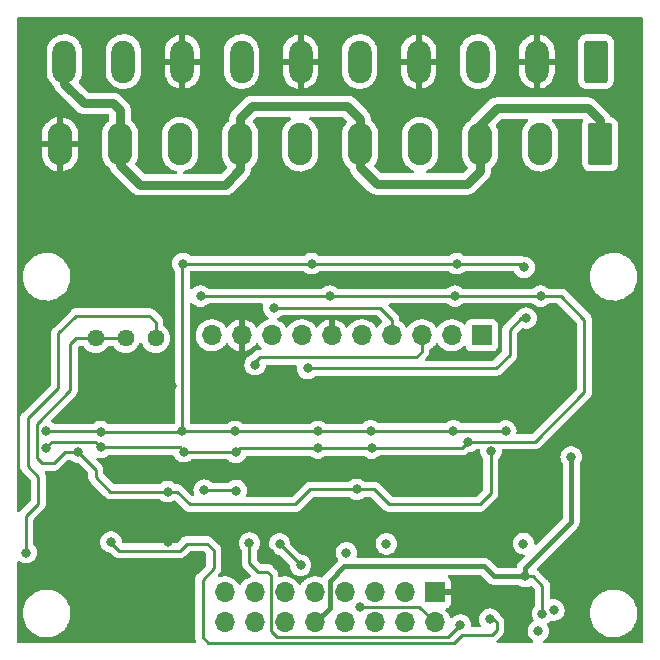
<source format=gbr>
%TF.GenerationSoftware,KiCad,Pcbnew,6.0.11+dfsg-1~bpo11+1*%
%TF.CreationDate,2023-04-06T13:05:29+02:00*%
%TF.ProjectId,ain-4_11,61696e2d-345f-4313-912e-6b696361645f,1.1*%
%TF.SameCoordinates,Original*%
%TF.FileFunction,Copper,L4,Bot*%
%TF.FilePolarity,Positive*%
%FSLAX46Y46*%
G04 Gerber Fmt 4.6, Leading zero omitted, Abs format (unit mm)*
G04 Created by KiCad (PCBNEW 6.0.11+dfsg-1~bpo11+1) date 2023-04-06 13:05:29*
%MOMM*%
%LPD*%
G01*
G04 APERTURE LIST*
G04 Aperture macros list*
%AMRoundRect*
0 Rectangle with rounded corners*
0 $1 Rounding radius*
0 $2 $3 $4 $5 $6 $7 $8 $9 X,Y pos of 4 corners*
0 Add a 4 corners polygon primitive as box body*
4,1,4,$2,$3,$4,$5,$6,$7,$8,$9,$2,$3,0*
0 Add four circle primitives for the rounded corners*
1,1,$1+$1,$2,$3*
1,1,$1+$1,$4,$5*
1,1,$1+$1,$6,$7*
1,1,$1+$1,$8,$9*
0 Add four rect primitives between the rounded corners*
20,1,$1+$1,$2,$3,$4,$5,0*
20,1,$1+$1,$4,$5,$6,$7,0*
20,1,$1+$1,$6,$7,$8,$9,0*
20,1,$1+$1,$8,$9,$2,$3,0*%
G04 Aperture macros list end*
%TA.AperFunction,ComponentPad*%
%ADD10R,1.700000X1.700000*%
%TD*%
%TA.AperFunction,ComponentPad*%
%ADD11O,1.700000X1.700000*%
%TD*%
%TA.AperFunction,ComponentPad*%
%ADD12C,1.440000*%
%TD*%
%TA.AperFunction,ComponentPad*%
%ADD13RoundRect,0.250000X0.750000X1.550000X-0.750000X1.550000X-0.750000X-1.550000X0.750000X-1.550000X0*%
%TD*%
%TA.AperFunction,ComponentPad*%
%ADD14O,2.000000X3.600000*%
%TD*%
%TA.AperFunction,ComponentPad*%
%ADD15RoundRect,0.249999X0.790001X1.550001X-0.790001X1.550001X-0.790001X-1.550001X0.790001X-1.550001X0*%
%TD*%
%TA.AperFunction,ComponentPad*%
%ADD16O,2.080000X3.600000*%
%TD*%
%TA.AperFunction,ViaPad*%
%ADD17C,0.800000*%
%TD*%
%TA.AperFunction,Conductor*%
%ADD18C,0.250000*%
%TD*%
%TA.AperFunction,Conductor*%
%ADD19C,0.400000*%
%TD*%
%TA.AperFunction,Conductor*%
%ADD20C,0.800000*%
%TD*%
G04 APERTURE END LIST*
D10*
%TO.P,J1,1,Pin_1*%
%TO.N,/A4O*%
X167840000Y-93450000D03*
D11*
%TO.P,J1,2,Pin_2*%
%TO.N,/A3O*%
X165300000Y-93450000D03*
%TO.P,J1,3,Pin_3*%
%TO.N,/A2O*%
X162760000Y-93450000D03*
%TO.P,J1,4,Pin_4*%
%TO.N,/A1O*%
X160220000Y-93450000D03*
%TO.P,J1,5,Pin_5*%
%TO.N,unconnected-(J1-Pad5)*%
X157680000Y-93450000D03*
%TO.P,J1,6,Pin_6*%
%TO.N,GNDD*%
X155140000Y-93450000D03*
%TO.P,J1,7,Pin_7*%
%TO.N,/SDA*%
X152600000Y-93450000D03*
%TO.P,J1,8,Pin_8*%
%TO.N,/SCL*%
X150060000Y-93450000D03*
%TO.P,J1,9,Pin_9*%
%TO.N,GNDD*%
X147520000Y-93450000D03*
%TO.P,J1,10,Pin_10*%
%TO.N,+5V*%
X144980000Y-93450000D03*
%TD*%
D10*
%TO.P,J2,1,Pin_1*%
%TO.N,GNDD*%
X163865000Y-115225000D03*
D11*
%TO.P,J2,2,Pin_2*%
%TO.N,/SCL*%
X163865000Y-117765000D03*
%TO.P,J2,3,Pin_3*%
%TO.N,/SDA*%
X161325000Y-115225000D03*
%TO.P,J2,4,Pin_4*%
%TO.N,unconnected-(J2-Pad4)*%
X161325000Y-117765000D03*
%TO.P,J2,5,Pin_5*%
%TO.N,unconnected-(J2-Pad5)*%
X158785000Y-115225000D03*
%TO.P,J2,6,Pin_6*%
%TO.N,unconnected-(J2-Pad6)*%
X158785000Y-117765000D03*
%TO.P,J2,7,Pin_7*%
%TO.N,unconnected-(J2-Pad7)*%
X156245000Y-115225000D03*
%TO.P,J2,8,Pin_8*%
%TO.N,unconnected-(J2-Pad8)*%
X156245000Y-117765000D03*
%TO.P,J2,9,Pin_9*%
%TO.N,unconnected-(J2-Pad9)*%
X153705000Y-115225000D03*
%TO.P,J2,10,Pin_10*%
%TO.N,+5V*%
X153705000Y-117765000D03*
%TO.P,J2,11,Pin_11*%
%TO.N,-12V*%
X151165000Y-115225000D03*
%TO.P,J2,12,Pin_12*%
%TO.N,+12V*%
X151165000Y-117765000D03*
%TO.P,J2,13,Pin_13*%
%TO.N,GNDD*%
X148625000Y-115225000D03*
%TO.P,J2,14,Pin_14*%
%TO.N,Earth*%
X148625000Y-117765000D03*
%TO.P,J2,15,Pin_15*%
%TO.N,+VSW*%
X146085000Y-115225000D03*
%TO.P,J2,16,Pin_16*%
X146085000Y-117765000D03*
%TD*%
D12*
%TO.P,RV4,3,3*%
%TO.N,Net-(R12-Pad2)*%
X140230000Y-93700000D03*
%TO.P,RV4,2,2*%
%TO.N,/VREF*%
X137690000Y-93700000D03*
%TO.P,RV4,1,1*%
X135150000Y-93700000D03*
%TD*%
D13*
%TO.P,J3,1,Pin_1*%
%TO.N,Earth*%
X177500000Y-70277500D03*
D14*
%TO.P,J3,2,Pin_2*%
%TO.N,GNDD*%
X172500000Y-70277500D03*
%TO.P,J3,3,Pin_3*%
%TO.N,/A4*%
X167500000Y-70277500D03*
%TO.P,J3,4,Pin_4*%
%TO.N,GNDD*%
X162500000Y-70277500D03*
%TO.P,J3,5,Pin_5*%
%TO.N,/A3*%
X157500000Y-70277500D03*
%TO.P,J3,6,Pin_6*%
%TO.N,GNDD*%
X152500000Y-70277500D03*
%TO.P,J3,7,Pin_7*%
%TO.N,/A2*%
X147500000Y-70277500D03*
%TO.P,J3,8,Pin_8*%
%TO.N,GNDD*%
X142500000Y-70277500D03*
%TO.P,J3,9,Pin_9*%
%TO.N,/A1*%
X137500000Y-70277500D03*
%TO.P,J3,10,Pin_10*%
%TO.N,+VSW*%
X132500000Y-70277500D03*
%TD*%
D15*
%TO.P,J4,1,Pin_1*%
%TO.N,+VSW*%
X177860000Y-77277500D03*
D16*
%TO.P,J4,2,Pin_2*%
%TO.N,Earth*%
X172780000Y-77277500D03*
%TO.P,J4,3,Pin_3*%
%TO.N,+VSW*%
X167700000Y-77277500D03*
%TO.P,J4,4,Pin_4*%
%TO.N,Earth*%
X162620000Y-77277500D03*
%TO.P,J4,5,Pin_5*%
%TO.N,+VSW*%
X157540000Y-77277500D03*
%TO.P,J4,6,Pin_6*%
%TO.N,Earth*%
X152460000Y-77277500D03*
%TO.P,J4,7,Pin_7*%
%TO.N,+VSW*%
X147380000Y-77277500D03*
%TO.P,J4,8,Pin_8*%
%TO.N,Earth*%
X142300000Y-77277500D03*
%TO.P,J4,9,Pin_9*%
%TO.N,+VSW*%
X137220000Y-77277500D03*
%TO.P,J4,10,Pin_10*%
%TO.N,GNDD*%
X132140000Y-77277500D03*
%TD*%
D17*
%TO.N,+12V*%
X165730000Y-87390000D03*
X171420000Y-87710000D03*
%TO.N,-12V*%
X172830000Y-90130000D03*
%TO.N,Net-(R10-Pad2)*%
X171600000Y-92000000D03*
%TO.N,+12V*%
X142550000Y-87380000D03*
X135580000Y-101610000D03*
X165430000Y-101540000D03*
X146960000Y-101590000D03*
X158430000Y-101540000D03*
X153430000Y-87380000D03*
X153985500Y-101580000D03*
X142495500Y-101598469D03*
X130970000Y-101590000D03*
X169870000Y-101560000D03*
%TO.N,GNDD*%
X141250000Y-110975500D03*
X164570000Y-97630000D03*
X128880000Y-106780000D03*
X130030000Y-97680000D03*
X153130000Y-97740000D03*
X149870000Y-111930000D03*
X169440000Y-111360000D03*
X163560000Y-111370000D03*
X166050000Y-114410000D03*
X151820000Y-106320000D03*
X157780000Y-111260000D03*
X175375000Y-97050000D03*
X141620000Y-97760000D03*
X163400000Y-106420000D03*
X134450000Y-111000000D03*
%TO.N,-12V*%
X158510000Y-103000000D03*
X130957701Y-102957701D03*
X135570000Y-102950000D03*
X147020000Y-103374500D03*
X142620000Y-103300000D03*
X166700000Y-102460000D03*
X154970000Y-90130000D03*
X153959575Y-103004075D03*
X165570000Y-90130000D03*
X144030000Y-90130000D03*
%TO.N,+5V*%
X175410000Y-103760000D03*
X172980000Y-117020000D03*
X171520000Y-113860000D03*
%TO.N,/A4O*%
X173950500Y-116714500D03*
X171370000Y-111090000D03*
%TO.N,/A3O*%
X172627575Y-118485500D03*
X159760000Y-111110000D03*
%TO.N,/A2O*%
X148650000Y-95950000D03*
X166030000Y-118000000D03*
X148170000Y-111050000D03*
%TO.N,/A1O*%
X150225000Y-91125000D03*
X136450000Y-110950000D03*
X168520000Y-117490000D03*
%TO.N,/SDA*%
X156375000Y-111875000D03*
%TO.N,/SCL*%
X157500000Y-116450000D03*
X150725000Y-111125000D03*
X152500000Y-112925000D03*
%TO.N,/VREF*%
X133650000Y-103350000D03*
X157240000Y-106490000D03*
X141243187Y-106693029D03*
X168620000Y-103240000D03*
%TO.N,Net-(R10-Pad2)*%
X153100000Y-96250000D03*
%TO.N,Net-(R12-Pad2)*%
X129250000Y-111850000D03*
%TO.N,Net-(R19-Pad2)*%
X147060000Y-106600000D03*
X144340000Y-106560000D03*
%TD*%
D18*
%TO.N,+12V*%
X164270000Y-87390000D02*
X165730000Y-87390000D01*
X165730000Y-87390000D02*
X171100000Y-87390000D01*
X171100000Y-87390000D02*
X171420000Y-87710000D01*
%TO.N,-12V*%
X173280000Y-90130000D02*
X172830000Y-90130000D01*
X172830000Y-90130000D02*
X165570000Y-90130000D01*
%TO.N,Net-(R10-Pad2)*%
X170200000Y-93000000D02*
X170200000Y-95100000D01*
X171600000Y-92000000D02*
X171200000Y-92000000D01*
X171200000Y-92000000D02*
X170200000Y-93000000D01*
X153100000Y-96250000D02*
X169050000Y-96250000D01*
X170200000Y-95100000D02*
X169050000Y-96250000D01*
%TO.N,/VREF*%
X133000000Y-98100000D02*
X133000000Y-94200000D01*
X133000000Y-94200000D02*
X133500000Y-93700000D01*
X133500000Y-93700000D02*
X135150000Y-93700000D01*
X137690000Y-93700000D02*
X135150000Y-93700000D01*
%TO.N,Net-(R12-Pad2)*%
X129250000Y-111850000D02*
X129250000Y-108750000D01*
X129250000Y-108750000D02*
X130300000Y-107700000D01*
X130300000Y-105450000D02*
X129400000Y-104550000D01*
X130300000Y-107700000D02*
X130300000Y-105450000D01*
X129400000Y-104550000D02*
X129400000Y-100500000D01*
X140230000Y-92330000D02*
X140230000Y-93700000D01*
X129400000Y-100500000D02*
X132000000Y-97900000D01*
X132000000Y-97900000D02*
X132000000Y-93300000D01*
X132000000Y-93300000D02*
X133500000Y-91800000D01*
X133500000Y-91800000D02*
X139700000Y-91800000D01*
X139700000Y-91800000D02*
X140230000Y-92330000D01*
%TO.N,+12V*%
X142495500Y-101598469D02*
X142490000Y-101592969D01*
X169850000Y-101540000D02*
X169870000Y-101560000D01*
X135560000Y-101590000D02*
X135580000Y-101610000D01*
X135580000Y-101610000D02*
X142483969Y-101610000D01*
X165430000Y-101540000D02*
X169850000Y-101540000D01*
X142483969Y-101610000D02*
X142495500Y-101598469D01*
X158430000Y-101540000D02*
X165430000Y-101540000D01*
X153430000Y-87380000D02*
X164260000Y-87380000D01*
X142550000Y-87380000D02*
X153430000Y-87380000D01*
X142490000Y-101592969D02*
X142490000Y-87440000D01*
X142503969Y-101590000D02*
X146960000Y-101590000D01*
X142490000Y-87440000D02*
X142550000Y-87380000D01*
X164260000Y-87380000D02*
X164270000Y-87390000D01*
X130970000Y-101590000D02*
X135560000Y-101590000D01*
X153985500Y-101580000D02*
X158390000Y-101580000D01*
X142495500Y-101598469D02*
X142503969Y-101590000D01*
X146960000Y-101590000D02*
X153975500Y-101590000D01*
X158390000Y-101580000D02*
X158430000Y-101540000D01*
X153975500Y-101590000D02*
X153985500Y-101580000D01*
%TO.N,-12V*%
X158510000Y-103000000D02*
X166160000Y-103000000D01*
X144030000Y-90130000D02*
X154970000Y-90130000D01*
X142620000Y-103300000D02*
X146945500Y-103300000D01*
X166160000Y-103000000D02*
X166700000Y-102460000D01*
X130957701Y-102957701D02*
X130957701Y-102942299D01*
X135570000Y-102950000D02*
X142270000Y-102950000D01*
X173280000Y-90130000D02*
X174530000Y-90130000D01*
X154970000Y-90130000D02*
X165570000Y-90130000D01*
X130957701Y-102942299D02*
X131450000Y-102450000D01*
X158505925Y-103004075D02*
X158510000Y-103000000D01*
X176520000Y-98290000D02*
X176520000Y-92120000D01*
X147390425Y-103004075D02*
X147020000Y-103374500D01*
X174530000Y-90130000D02*
X176520000Y-92120000D01*
X166700000Y-102460000D02*
X172350000Y-102460000D01*
X172350000Y-102460000D02*
X176520000Y-98290000D01*
X146945500Y-103300000D02*
X147020000Y-103374500D01*
X142270000Y-102950000D02*
X142620000Y-103300000D01*
X153959575Y-103004075D02*
X147390425Y-103004075D01*
X135070000Y-102450000D02*
X135570000Y-102950000D01*
X153959575Y-103004075D02*
X158505925Y-103004075D01*
X131450000Y-102450000D02*
X135070000Y-102450000D01*
%TO.N,+5V*%
X172160000Y-113860000D02*
X172980000Y-114680000D01*
D19*
X158745000Y-113030000D02*
X168030000Y-113030000D01*
X168030000Y-113030000D02*
X168860000Y-113860000D01*
X153705000Y-117765000D02*
X154955000Y-116515000D01*
D18*
X171520000Y-113860000D02*
X172160000Y-113860000D01*
D19*
X156210000Y-113030000D02*
X158745000Y-113030000D01*
D18*
X172980000Y-114680000D02*
X172980000Y-117020000D01*
D19*
X168860000Y-113860000D02*
X171520000Y-113860000D01*
X154955000Y-116515000D02*
X154955000Y-114285000D01*
X154955000Y-114285000D02*
X156210000Y-113030000D01*
X175410000Y-109240000D02*
X171520000Y-113130000D01*
X171520000Y-113130000D02*
X171520000Y-113860000D01*
X175410000Y-103760000D02*
X175410000Y-109240000D01*
D18*
%TO.N,/A2O*%
X162760000Y-93450000D02*
X162760000Y-94840000D01*
X148170000Y-111050000D02*
X148170000Y-112730000D01*
X149990000Y-118490000D02*
X150530000Y-119030000D01*
X148910000Y-113470000D02*
X149690000Y-113470000D01*
X162760000Y-94840000D02*
X162275000Y-95325000D01*
X149690000Y-113470000D02*
X149990000Y-113770000D01*
X148650000Y-95700000D02*
X148650000Y-95950000D01*
X165000000Y-119030000D02*
X166030000Y-118000000D01*
X149990000Y-113770000D02*
X149990000Y-118490000D01*
X153200000Y-95325000D02*
X149025000Y-95325000D01*
X149025000Y-95325000D02*
X148650000Y-95700000D01*
X162275000Y-95325000D02*
X153200000Y-95325000D01*
X148170000Y-112730000D02*
X148910000Y-113470000D01*
X150530000Y-119030000D02*
X165000000Y-119030000D01*
%TO.N,/A1O*%
X144200000Y-114150000D02*
X144200000Y-119000000D01*
X145150000Y-113200000D02*
X144200000Y-114150000D01*
X150225000Y-91125000D02*
X159225000Y-91125000D01*
X142850000Y-111100000D02*
X144600000Y-111100000D01*
X168710000Y-118790000D02*
X169100000Y-118400000D01*
X145150000Y-111650000D02*
X145150000Y-113200000D01*
X169100000Y-118400000D02*
X169100000Y-117770000D01*
X144680000Y-119480000D02*
X165460000Y-119480000D01*
X159225000Y-91125000D02*
X160220000Y-92120000D01*
X169100000Y-117770000D02*
X168820000Y-117490000D01*
X165460000Y-119480000D02*
X166150000Y-118790000D01*
X136450000Y-111000000D02*
X137150000Y-111700000D01*
X144200000Y-119000000D02*
X144680000Y-119480000D01*
X166150000Y-118790000D02*
X168710000Y-118790000D01*
X144600000Y-111100000D02*
X145150000Y-111650000D01*
X136450000Y-110950000D02*
X136450000Y-111000000D01*
X160220000Y-92120000D02*
X160220000Y-93450000D01*
X137150000Y-111700000D02*
X142250000Y-111700000D01*
X168820000Y-117490000D02*
X168520000Y-117490000D01*
X142250000Y-111700000D02*
X142850000Y-111100000D01*
%TO.N,/SCL*%
X152500000Y-112900000D02*
X150725000Y-111125000D01*
X152500000Y-112925000D02*
X152500000Y-112900000D01*
X163865000Y-117765000D02*
X162550000Y-116450000D01*
X162550000Y-116450000D02*
X157500000Y-116450000D01*
D20*
%TO.N,+VSW*%
X147380000Y-79400000D02*
X147380000Y-77277500D01*
X137220000Y-79020000D02*
X138910000Y-80710000D01*
X147380000Y-77277500D02*
X147380000Y-75100000D01*
X137220000Y-77277500D02*
X137220000Y-79020000D01*
X157540000Y-79230000D02*
X158940000Y-80630000D01*
X157540000Y-75150000D02*
X157540000Y-77277500D01*
X167700000Y-79550000D02*
X167700000Y-77277500D01*
X132500000Y-70277500D02*
X132500000Y-72150000D01*
X157540000Y-77277500D02*
X157540000Y-79230000D01*
X146070000Y-80710000D02*
X147380000Y-79400000D01*
X156460000Y-74070000D02*
X157540000Y-75150000D01*
X148410000Y-74070000D02*
X156460000Y-74070000D01*
X167700000Y-75630000D02*
X169100000Y-74230000D01*
X138910000Y-80710000D02*
X146070000Y-80710000D01*
X166620000Y-80630000D02*
X167700000Y-79550000D01*
X167700000Y-77277500D02*
X167700000Y-75630000D01*
X136610000Y-73810000D02*
X137220000Y-74420000D01*
X137220000Y-74420000D02*
X137220000Y-77277500D01*
X158940000Y-80630000D02*
X166620000Y-80630000D01*
X147380000Y-75100000D02*
X148410000Y-74070000D01*
X134160000Y-73810000D02*
X136610000Y-73810000D01*
X176830000Y-74230000D02*
X177860000Y-75260000D01*
X177860000Y-75260000D02*
X177860000Y-77277500D01*
X169100000Y-74230000D02*
X176830000Y-74230000D01*
X132500000Y-72150000D02*
X134160000Y-73810000D01*
D18*
%TO.N,/VREF*%
X167680000Y-107760000D02*
X168620000Y-106820000D01*
X153340000Y-106490000D02*
X152815000Y-107015000D01*
X135150000Y-105450000D02*
X136393029Y-106693029D01*
X130150000Y-100950000D02*
X133000000Y-98100000D01*
X132550000Y-103350000D02*
X131600000Y-104300000D01*
X142043029Y-106693029D02*
X143125000Y-107775000D01*
X130150000Y-103850000D02*
X130150000Y-100950000D01*
X157240000Y-106490000D02*
X158730000Y-106490000D01*
X168620000Y-106820000D02*
X168620000Y-103240000D01*
X157240000Y-106490000D02*
X153340000Y-106490000D01*
X141243187Y-106693029D02*
X142043029Y-106693029D01*
X135150000Y-104850000D02*
X135150000Y-105450000D01*
X133650000Y-103350000D02*
X135150000Y-104850000D01*
X160000000Y-107760000D02*
X167680000Y-107760000D01*
X158730000Y-106490000D02*
X160000000Y-107760000D01*
X131600000Y-104300000D02*
X130600000Y-104300000D01*
X136393029Y-106693029D02*
X141243187Y-106693029D01*
X130600000Y-104300000D02*
X130150000Y-103850000D01*
X152055000Y-107775000D02*
X152815000Y-107015000D01*
X143125000Y-107775000D02*
X152055000Y-107775000D01*
X133650000Y-103350000D02*
X132550000Y-103350000D01*
%TO.N,Net-(R19-Pad2)*%
X144340000Y-106560000D02*
X147020000Y-106560000D01*
X147020000Y-106560000D02*
X147060000Y-106600000D01*
%TD*%
%TA.AperFunction,Conductor*%
%TO.N,GNDD*%
G36*
X181433621Y-66528502D02*
G01*
X181480114Y-66582158D01*
X181491500Y-66634500D01*
X181491500Y-119365500D01*
X181471498Y-119433621D01*
X181417842Y-119480114D01*
X181365500Y-119491500D01*
X173176355Y-119491500D01*
X173108234Y-119471498D01*
X173061741Y-119417842D01*
X173051637Y-119347568D01*
X173081131Y-119282988D01*
X173102294Y-119263564D01*
X173102296Y-119263563D01*
X173182307Y-119205431D01*
X173233484Y-119168249D01*
X173233486Y-119168247D01*
X173238828Y-119164366D01*
X173270797Y-119128861D01*
X173362196Y-119027352D01*
X173362197Y-119027351D01*
X173366615Y-119022444D01*
X173444854Y-118886930D01*
X173458798Y-118862779D01*
X173458799Y-118862778D01*
X173462102Y-118857056D01*
X173521117Y-118675428D01*
X173522206Y-118665073D01*
X173540389Y-118492065D01*
X173541079Y-118485500D01*
X173521117Y-118295572D01*
X173462102Y-118113944D01*
X173458798Y-118108221D01*
X173387292Y-117984369D01*
X173370554Y-117915374D01*
X173393774Y-117848282D01*
X173432645Y-117812947D01*
X173436752Y-117811118D01*
X173484967Y-117776088D01*
X173542744Y-117734110D01*
X173591253Y-117698866D01*
X173642285Y-117642190D01*
X173702729Y-117604950D01*
X173762113Y-117603253D01*
X173855013Y-117623000D01*
X174045987Y-117623000D01*
X174052439Y-117621628D01*
X174052444Y-117621628D01*
X174139387Y-117603147D01*
X174232788Y-117583294D01*
X174259204Y-117571533D01*
X174401222Y-117508303D01*
X174401224Y-117508302D01*
X174407252Y-117505618D01*
X174416400Y-117498972D01*
X174475592Y-117455966D01*
X174561753Y-117393366D01*
X174632374Y-117314933D01*
X174685121Y-117256352D01*
X174685122Y-117256351D01*
X174689540Y-117251444D01*
X174767455Y-117116492D01*
X174781723Y-117091779D01*
X174781724Y-117091778D01*
X174785027Y-117086056D01*
X174819839Y-116978918D01*
X176986917Y-116978918D01*
X176987334Y-116986156D01*
X177002682Y-117252320D01*
X177055405Y-117521053D01*
X177056792Y-117525103D01*
X177056793Y-117525108D01*
X177137900Y-117762001D01*
X177144112Y-117780144D01*
X177173238Y-117838054D01*
X177263405Y-118017332D01*
X177267160Y-118024799D01*
X177269586Y-118028328D01*
X177269589Y-118028334D01*
X177357676Y-118156500D01*
X177422274Y-118250490D01*
X177606582Y-118453043D01*
X177609877Y-118455798D01*
X177609878Y-118455799D01*
X177624504Y-118468028D01*
X177816675Y-118628707D01*
X177820316Y-118630991D01*
X178045024Y-118771951D01*
X178045028Y-118771953D01*
X178048664Y-118774234D01*
X178164440Y-118826509D01*
X178294345Y-118885164D01*
X178294349Y-118885166D01*
X178298257Y-118886930D01*
X178302377Y-118888150D01*
X178302376Y-118888150D01*
X178556723Y-118963491D01*
X178556727Y-118963492D01*
X178560836Y-118964709D01*
X178565070Y-118965357D01*
X178565075Y-118965358D01*
X178827298Y-119005483D01*
X178827300Y-119005483D01*
X178831540Y-119006132D01*
X178970912Y-119008322D01*
X179101071Y-119010367D01*
X179101077Y-119010367D01*
X179105362Y-119010434D01*
X179377235Y-118977534D01*
X179642127Y-118908041D01*
X179646087Y-118906401D01*
X179646092Y-118906399D01*
X179838962Y-118826509D01*
X179895136Y-118803241D01*
X180113862Y-118675428D01*
X180127879Y-118667237D01*
X180127880Y-118667236D01*
X180131582Y-118665073D01*
X180347089Y-118496094D01*
X180350994Y-118492065D01*
X180534686Y-118302509D01*
X180537669Y-118299431D01*
X180540202Y-118295983D01*
X180540206Y-118295978D01*
X180697257Y-118082178D01*
X180699795Y-118078723D01*
X180727909Y-118026944D01*
X180828418Y-117841830D01*
X180828419Y-117841828D01*
X180830468Y-117838054D01*
X180883063Y-117698866D01*
X180925751Y-117585895D01*
X180925752Y-117585891D01*
X180927269Y-117581877D01*
X180953173Y-117468774D01*
X180987449Y-117319117D01*
X180987450Y-117319113D01*
X180988407Y-117314933D01*
X180989658Y-117300924D01*
X181012531Y-117044627D01*
X181012531Y-117044625D01*
X181012751Y-117042161D01*
X181013193Y-117000000D01*
X181008940Y-116937617D01*
X180994859Y-116731055D01*
X180994858Y-116731049D01*
X180994567Y-116726778D01*
X180977160Y-116642721D01*
X180946940Y-116496797D01*
X180939032Y-116458612D01*
X180847617Y-116200465D01*
X180722013Y-115957112D01*
X180712040Y-115942921D01*
X180625356Y-115819583D01*
X180564545Y-115733057D01*
X180378125Y-115532445D01*
X180374810Y-115529731D01*
X180374806Y-115529728D01*
X180169523Y-115361706D01*
X180166205Y-115358990D01*
X179932704Y-115215901D01*
X179928768Y-115214173D01*
X179685873Y-115107549D01*
X179685869Y-115107548D01*
X179681945Y-115105825D01*
X179418566Y-115030800D01*
X179414324Y-115030196D01*
X179414318Y-115030195D01*
X179213834Y-115001662D01*
X179147443Y-114992213D01*
X179003589Y-114991460D01*
X178877877Y-114990802D01*
X178877871Y-114990802D01*
X178873591Y-114990780D01*
X178869347Y-114991339D01*
X178869343Y-114991339D01*
X178750302Y-115007011D01*
X178602078Y-115026525D01*
X178597938Y-115027658D01*
X178597936Y-115027658D01*
X178525008Y-115047609D01*
X178337928Y-115098788D01*
X178333980Y-115100472D01*
X178089982Y-115204546D01*
X178089978Y-115204548D01*
X178086030Y-115206232D01*
X178066125Y-115218145D01*
X177854725Y-115344664D01*
X177854721Y-115344667D01*
X177851043Y-115346868D01*
X177637318Y-115518094D01*
X177620717Y-115535588D01*
X177452663Y-115712680D01*
X177448808Y-115716742D01*
X177289002Y-115939136D01*
X177160857Y-116181161D01*
X177159385Y-116185184D01*
X177159383Y-116185188D01*
X177069529Y-116430724D01*
X177066743Y-116438337D01*
X177008404Y-116705907D01*
X177008068Y-116710177D01*
X176990168Y-116937617D01*
X176986917Y-116978918D01*
X174819839Y-116978918D01*
X174844042Y-116904428D01*
X174853848Y-116811134D01*
X174863314Y-116721065D01*
X174864004Y-116714500D01*
X174855081Y-116629598D01*
X174844732Y-116531135D01*
X174844732Y-116531133D01*
X174844042Y-116524572D01*
X174785027Y-116342944D01*
X174755384Y-116291600D01*
X174738599Y-116262529D01*
X174689540Y-116177556D01*
X174643557Y-116126486D01*
X174566175Y-116040545D01*
X174566174Y-116040544D01*
X174561753Y-116035634D01*
X174434145Y-115942921D01*
X174412594Y-115927263D01*
X174412593Y-115927262D01*
X174407252Y-115923382D01*
X174401224Y-115920698D01*
X174401222Y-115920697D01*
X174238819Y-115848391D01*
X174238818Y-115848391D01*
X174232788Y-115845706D01*
X174109890Y-115819583D01*
X174052444Y-115807372D01*
X174052439Y-115807372D01*
X174045987Y-115806000D01*
X173855013Y-115806000D01*
X173848561Y-115807372D01*
X173848556Y-115807372D01*
X173791110Y-115819583D01*
X173765696Y-115824985D01*
X173694906Y-115819583D01*
X173638274Y-115776766D01*
X173613780Y-115710129D01*
X173613500Y-115701738D01*
X173613500Y-114758767D01*
X173614027Y-114747584D01*
X173615702Y-114740091D01*
X173615263Y-114726109D01*
X173613562Y-114672014D01*
X173613500Y-114668055D01*
X173613500Y-114640144D01*
X173612995Y-114636144D01*
X173612062Y-114624301D01*
X173610922Y-114588029D01*
X173610673Y-114580110D01*
X173605021Y-114560654D01*
X173601014Y-114541306D01*
X173599467Y-114529063D01*
X173598474Y-114521203D01*
X173595556Y-114513832D01*
X173582200Y-114480097D01*
X173578355Y-114468870D01*
X173577461Y-114465793D01*
X173566018Y-114426407D01*
X173557737Y-114412404D01*
X173555707Y-114408972D01*
X173547012Y-114391224D01*
X173539552Y-114372383D01*
X173513564Y-114336613D01*
X173507048Y-114326693D01*
X173488580Y-114295465D01*
X173488578Y-114295462D01*
X173484542Y-114288638D01*
X173470221Y-114274317D01*
X173457380Y-114259283D01*
X173450131Y-114249306D01*
X173445472Y-114242893D01*
X173439367Y-114237842D01*
X173439362Y-114237837D01*
X173411396Y-114214701D01*
X173402618Y-114206713D01*
X172663652Y-113467747D01*
X172656112Y-113459461D01*
X172652000Y-113452982D01*
X172602348Y-113406356D01*
X172599507Y-113403602D01*
X172579770Y-113383865D01*
X172576573Y-113381385D01*
X172567551Y-113373680D01*
X172563965Y-113370312D01*
X172535321Y-113343414D01*
X172528381Y-113339599D01*
X172522619Y-113335412D01*
X172479266Y-113279189D01*
X172473192Y-113208453D01*
X172507587Y-113144383D01*
X175890520Y-109761450D01*
X175896785Y-109755596D01*
X175934660Y-109722555D01*
X175940385Y-109717561D01*
X175977114Y-109665300D01*
X175981046Y-109660005D01*
X176015791Y-109615694D01*
X176020477Y-109609718D01*
X176023602Y-109602796D01*
X176024964Y-109600548D01*
X176033368Y-109585815D01*
X176034622Y-109583476D01*
X176038990Y-109577261D01*
X176041749Y-109570185D01*
X176041751Y-109570181D01*
X176062200Y-109517731D01*
X176064749Y-109511666D01*
X176091045Y-109453427D01*
X176092429Y-109445962D01*
X176093226Y-109443418D01*
X176097859Y-109427152D01*
X176098521Y-109424572D01*
X176101282Y-109417491D01*
X176109622Y-109354143D01*
X176110653Y-109347629D01*
X176122296Y-109284813D01*
X176118709Y-109222607D01*
X176118500Y-109215353D01*
X176118500Y-104378744D01*
X176138502Y-104310623D01*
X176142564Y-104304683D01*
X176144621Y-104301852D01*
X176149040Y-104296944D01*
X176200103Y-104208500D01*
X176241223Y-104137279D01*
X176241224Y-104137278D01*
X176244527Y-104131556D01*
X176303542Y-103949928D01*
X176308041Y-103907128D01*
X176322814Y-103766565D01*
X176323504Y-103760000D01*
X176312695Y-103657158D01*
X176304232Y-103576635D01*
X176304232Y-103576633D01*
X176303542Y-103570072D01*
X176244527Y-103388444D01*
X176234675Y-103371379D01*
X176166792Y-103253803D01*
X176149040Y-103223056D01*
X176032388Y-103093500D01*
X176025675Y-103086045D01*
X176025674Y-103086044D01*
X176021253Y-103081134D01*
X175866752Y-102968882D01*
X175860724Y-102966198D01*
X175860722Y-102966197D01*
X175698319Y-102893891D01*
X175698318Y-102893891D01*
X175692288Y-102891206D01*
X175598888Y-102871353D01*
X175511944Y-102852872D01*
X175511939Y-102852872D01*
X175505487Y-102851500D01*
X175314513Y-102851500D01*
X175308061Y-102852872D01*
X175308056Y-102852872D01*
X175221113Y-102871353D01*
X175127712Y-102891206D01*
X175121682Y-102893891D01*
X175121681Y-102893891D01*
X174959278Y-102966197D01*
X174959276Y-102966198D01*
X174953248Y-102968882D01*
X174798747Y-103081134D01*
X174794326Y-103086044D01*
X174794325Y-103086045D01*
X174787613Y-103093500D01*
X174670960Y-103223056D01*
X174653208Y-103253803D01*
X174585326Y-103371379D01*
X174575473Y-103388444D01*
X174516458Y-103570072D01*
X174515768Y-103576633D01*
X174515768Y-103576635D01*
X174507305Y-103657158D01*
X174496496Y-103760000D01*
X174497186Y-103766565D01*
X174511960Y-103907128D01*
X174516458Y-103949928D01*
X174575473Y-104131556D01*
X174578776Y-104137278D01*
X174578777Y-104137279D01*
X174619897Y-104208500D01*
X174670960Y-104296944D01*
X174675379Y-104301852D01*
X174677436Y-104304683D01*
X174701295Y-104371551D01*
X174701500Y-104378744D01*
X174701500Y-108894340D01*
X174681498Y-108962461D01*
X174664595Y-108983435D01*
X172496406Y-111151624D01*
X172434094Y-111185650D01*
X172363279Y-111180585D01*
X172306443Y-111138038D01*
X172282001Y-111075699D01*
X172264232Y-110906635D01*
X172264232Y-110906633D01*
X172263542Y-110900072D01*
X172204527Y-110718444D01*
X172189827Y-110692982D01*
X172156078Y-110634528D01*
X172109040Y-110553056D01*
X172103802Y-110547238D01*
X171985675Y-110416045D01*
X171985674Y-110416044D01*
X171981253Y-110411134D01*
X171826752Y-110298882D01*
X171820724Y-110296198D01*
X171820722Y-110296197D01*
X171658319Y-110223891D01*
X171658318Y-110223891D01*
X171652288Y-110221206D01*
X171558887Y-110201353D01*
X171471944Y-110182872D01*
X171471939Y-110182872D01*
X171465487Y-110181500D01*
X171274513Y-110181500D01*
X171268061Y-110182872D01*
X171268056Y-110182872D01*
X171181112Y-110201353D01*
X171087712Y-110221206D01*
X171081682Y-110223891D01*
X171081681Y-110223891D01*
X170919278Y-110296197D01*
X170919276Y-110296198D01*
X170913248Y-110298882D01*
X170758747Y-110411134D01*
X170754326Y-110416044D01*
X170754325Y-110416045D01*
X170636199Y-110547238D01*
X170630960Y-110553056D01*
X170583922Y-110634528D01*
X170550174Y-110692982D01*
X170535473Y-110718444D01*
X170476458Y-110900072D01*
X170475768Y-110906633D01*
X170475768Y-110906635D01*
X170458966Y-111066500D01*
X170456496Y-111090000D01*
X170457186Y-111096565D01*
X170471978Y-111237299D01*
X170476458Y-111279928D01*
X170535473Y-111461556D01*
X170538776Y-111467278D01*
X170538777Y-111467279D01*
X170547020Y-111481556D01*
X170630960Y-111626944D01*
X170635378Y-111631851D01*
X170635379Y-111631852D01*
X170744913Y-111753502D01*
X170758747Y-111768866D01*
X170913248Y-111881118D01*
X170919276Y-111883802D01*
X170919278Y-111883803D01*
X170997890Y-111918803D01*
X171087712Y-111958794D01*
X171181113Y-111978647D01*
X171268056Y-111997128D01*
X171268061Y-111997128D01*
X171274513Y-111998500D01*
X171345340Y-111998500D01*
X171413461Y-112018502D01*
X171459954Y-112072158D01*
X171470058Y-112142432D01*
X171440564Y-112207012D01*
X171434435Y-112213595D01*
X171039480Y-112608550D01*
X171033215Y-112614404D01*
X170989615Y-112652439D01*
X170982127Y-112663093D01*
X170952872Y-112704719D01*
X170948939Y-112710014D01*
X170909524Y-112760282D01*
X170906401Y-112767198D01*
X170905017Y-112769484D01*
X170896643Y-112784165D01*
X170895378Y-112786525D01*
X170891010Y-112792739D01*
X170888250Y-112799818D01*
X170888249Y-112799820D01*
X170867798Y-112852275D01*
X170865247Y-112858344D01*
X170838955Y-112916573D01*
X170837571Y-112924040D01*
X170836770Y-112926595D01*
X170832141Y-112942848D01*
X170831478Y-112945428D01*
X170828718Y-112952509D01*
X170827727Y-112960040D01*
X170827726Y-112960042D01*
X170820379Y-113015852D01*
X170819346Y-113022371D01*
X170814509Y-113048465D01*
X170782427Y-113111799D01*
X170721196Y-113147734D01*
X170690620Y-113151500D01*
X169205660Y-113151500D01*
X169137539Y-113131498D01*
X169116565Y-113114595D01*
X168551450Y-112549480D01*
X168545596Y-112543215D01*
X168516662Y-112510048D01*
X168507561Y-112499615D01*
X168455280Y-112462871D01*
X168449986Y-112458939D01*
X168405693Y-112424209D01*
X168399718Y-112419524D01*
X168392802Y-112416401D01*
X168390516Y-112415017D01*
X168375835Y-112406643D01*
X168373475Y-112405378D01*
X168367261Y-112401010D01*
X168360182Y-112398250D01*
X168360180Y-112398249D01*
X168307725Y-112377798D01*
X168301656Y-112375247D01*
X168243427Y-112348955D01*
X168235960Y-112347571D01*
X168233405Y-112346770D01*
X168217152Y-112342141D01*
X168214572Y-112341478D01*
X168207491Y-112338718D01*
X168199960Y-112337727D01*
X168199958Y-112337726D01*
X168164020Y-112332995D01*
X168144139Y-112330378D01*
X168137641Y-112329348D01*
X168074814Y-112317704D01*
X168067234Y-112318141D01*
X168067233Y-112318141D01*
X168012608Y-112321291D01*
X168005354Y-112321500D01*
X157358600Y-112321500D01*
X157290479Y-112301498D01*
X157243986Y-112247842D01*
X157233882Y-112177568D01*
X157238765Y-112156571D01*
X157268542Y-112064928D01*
X157271860Y-112033365D01*
X157287814Y-111881565D01*
X157288504Y-111875000D01*
X157281028Y-111803866D01*
X157269232Y-111691635D01*
X157269232Y-111691633D01*
X157268542Y-111685072D01*
X157209527Y-111503444D01*
X157202835Y-111491852D01*
X157147728Y-111396406D01*
X157114040Y-111338056D01*
X157104337Y-111327279D01*
X156990675Y-111201045D01*
X156990674Y-111201044D01*
X156986253Y-111196134D01*
X156867700Y-111110000D01*
X158846496Y-111110000D01*
X158847186Y-111116565D01*
X158859876Y-111237299D01*
X158866458Y-111299928D01*
X158925473Y-111481556D01*
X158928776Y-111487278D01*
X158928777Y-111487279D01*
X158937437Y-111502279D01*
X159020960Y-111646944D01*
X159025378Y-111651851D01*
X159025379Y-111651852D01*
X159116905Y-111753502D01*
X159148747Y-111788866D01*
X159232890Y-111850000D01*
X159295385Y-111895405D01*
X159303248Y-111901118D01*
X159309276Y-111903802D01*
X159309278Y-111903803D01*
X159445818Y-111964594D01*
X159477712Y-111978794D01*
X159563966Y-111997128D01*
X159658056Y-112017128D01*
X159658061Y-112017128D01*
X159664513Y-112018500D01*
X159855487Y-112018500D01*
X159861939Y-112017128D01*
X159861944Y-112017128D01*
X159956034Y-111997128D01*
X160042288Y-111978794D01*
X160074182Y-111964594D01*
X160210722Y-111903803D01*
X160210724Y-111903802D01*
X160216752Y-111901118D01*
X160224616Y-111895405D01*
X160287110Y-111850000D01*
X160371253Y-111788866D01*
X160403095Y-111753502D01*
X160494621Y-111651852D01*
X160494622Y-111651851D01*
X160499040Y-111646944D01*
X160582563Y-111502279D01*
X160591223Y-111487279D01*
X160591224Y-111487278D01*
X160594527Y-111481556D01*
X160653542Y-111299928D01*
X160660125Y-111237299D01*
X160672814Y-111116565D01*
X160673504Y-111110000D01*
X160655998Y-110943435D01*
X160654232Y-110926635D01*
X160654232Y-110926633D01*
X160653542Y-110920072D01*
X160594527Y-110738444D01*
X160573199Y-110701502D01*
X160531840Y-110629868D01*
X160499040Y-110573056D01*
X160493080Y-110566436D01*
X160375675Y-110436045D01*
X160375674Y-110436044D01*
X160371253Y-110431134D01*
X160272157Y-110359136D01*
X160222094Y-110322763D01*
X160222093Y-110322762D01*
X160216752Y-110318882D01*
X160210724Y-110316198D01*
X160210722Y-110316197D01*
X160048319Y-110243891D01*
X160048318Y-110243891D01*
X160042288Y-110241206D01*
X159932511Y-110217872D01*
X159861944Y-110202872D01*
X159861939Y-110202872D01*
X159855487Y-110201500D01*
X159664513Y-110201500D01*
X159658061Y-110202872D01*
X159658056Y-110202872D01*
X159587489Y-110217872D01*
X159477712Y-110241206D01*
X159471682Y-110243891D01*
X159471681Y-110243891D01*
X159309278Y-110316197D01*
X159309276Y-110316198D01*
X159303248Y-110318882D01*
X159297907Y-110322762D01*
X159297906Y-110322763D01*
X159247843Y-110359136D01*
X159148747Y-110431134D01*
X159144326Y-110436044D01*
X159144325Y-110436045D01*
X159026921Y-110566436D01*
X159020960Y-110573056D01*
X158988160Y-110629868D01*
X158946802Y-110701502D01*
X158925473Y-110738444D01*
X158866458Y-110920072D01*
X158865768Y-110926633D01*
X158865768Y-110926635D01*
X158864002Y-110943435D01*
X158846496Y-111110000D01*
X156867700Y-111110000D01*
X156831752Y-111083882D01*
X156825724Y-111081198D01*
X156825722Y-111081197D01*
X156663319Y-111008891D01*
X156663318Y-111008891D01*
X156657288Y-111006206D01*
X156563888Y-110986353D01*
X156476944Y-110967872D01*
X156476939Y-110967872D01*
X156470487Y-110966500D01*
X156279513Y-110966500D01*
X156273061Y-110967872D01*
X156273056Y-110967872D01*
X156186112Y-110986353D01*
X156092712Y-111006206D01*
X156086682Y-111008891D01*
X156086681Y-111008891D01*
X155924278Y-111081197D01*
X155924276Y-111081198D01*
X155918248Y-111083882D01*
X155763747Y-111196134D01*
X155759326Y-111201044D01*
X155759325Y-111201045D01*
X155645664Y-111327279D01*
X155635960Y-111338056D01*
X155602272Y-111396406D01*
X155547166Y-111491852D01*
X155540473Y-111503444D01*
X155481458Y-111685072D01*
X155480768Y-111691633D01*
X155480768Y-111691635D01*
X155468972Y-111803866D01*
X155461496Y-111875000D01*
X155462186Y-111881565D01*
X155478141Y-112033365D01*
X155481458Y-112064928D01*
X155540473Y-112246556D01*
X155543776Y-112252278D01*
X155543777Y-112252279D01*
X155547976Y-112259552D01*
X155635960Y-112411944D01*
X155646034Y-112423133D01*
X155676751Y-112487137D01*
X155667988Y-112557591D01*
X155641493Y-112596537D01*
X154474480Y-113763550D01*
X154468215Y-113769404D01*
X154424615Y-113807439D01*
X154400195Y-113842185D01*
X154387872Y-113859719D01*
X154383939Y-113865014D01*
X154344524Y-113915282D01*
X154342668Y-113913827D01*
X154298790Y-113953939D01*
X154228809Y-113965907D01*
X154201360Y-113959530D01*
X154058091Y-113908796D01*
X154058083Y-113908794D01*
X154053212Y-113907069D01*
X154048119Y-113906162D01*
X154048116Y-113906161D01*
X153838373Y-113868800D01*
X153838367Y-113868799D01*
X153833284Y-113867894D01*
X153759452Y-113866992D01*
X153615081Y-113865228D01*
X153615079Y-113865228D01*
X153609911Y-113865165D01*
X153389091Y-113898955D01*
X153176756Y-113968357D01*
X153113817Y-114001121D01*
X152993614Y-114063695D01*
X152978607Y-114071507D01*
X152974474Y-114074610D01*
X152974471Y-114074612D01*
X152834274Y-114179875D01*
X152799965Y-114205635D01*
X152769192Y-114237837D01*
X152665064Y-114346801D01*
X152645629Y-114367138D01*
X152538201Y-114524621D01*
X152483293Y-114569621D01*
X152412768Y-114577792D01*
X152349021Y-114546538D01*
X152328324Y-114522054D01*
X152247822Y-114397617D01*
X152247820Y-114397614D01*
X152245014Y-114393277D01*
X152094670Y-114228051D01*
X152090619Y-114224852D01*
X152090615Y-114224848D01*
X151923414Y-114092800D01*
X151923410Y-114092798D01*
X151919359Y-114089598D01*
X151883028Y-114069542D01*
X151795798Y-114021389D01*
X151723789Y-113981638D01*
X151718920Y-113979914D01*
X151718916Y-113979912D01*
X151518087Y-113908795D01*
X151518083Y-113908794D01*
X151513212Y-113907069D01*
X151508119Y-113906162D01*
X151508116Y-113906161D01*
X151298373Y-113868800D01*
X151298367Y-113868799D01*
X151293284Y-113867894D01*
X151219452Y-113866992D01*
X151075081Y-113865228D01*
X151075079Y-113865228D01*
X151069911Y-113865165D01*
X150849091Y-113898955D01*
X150818986Y-113908795D01*
X150789917Y-113918296D01*
X150718953Y-113920447D01*
X150658091Y-113883891D01*
X150626655Y-113820233D01*
X150624834Y-113802489D01*
X150624477Y-113791109D01*
X150623562Y-113762013D01*
X150623500Y-113758055D01*
X150623500Y-113730144D01*
X150622995Y-113726144D01*
X150622062Y-113714301D01*
X150621943Y-113710493D01*
X150620673Y-113670111D01*
X150615021Y-113650657D01*
X150611013Y-113631300D01*
X150609468Y-113619070D01*
X150609468Y-113619069D01*
X150608474Y-113611203D01*
X150603625Y-113598955D01*
X150592196Y-113570088D01*
X150588351Y-113558858D01*
X150578229Y-113524017D01*
X150578229Y-113524016D01*
X150576018Y-113516407D01*
X150571985Y-113509588D01*
X150571983Y-113509583D01*
X150565707Y-113498972D01*
X150557012Y-113481224D01*
X150549552Y-113462383D01*
X150538781Y-113447557D01*
X150523564Y-113426613D01*
X150517048Y-113416693D01*
X150505244Y-113396734D01*
X150494542Y-113378638D01*
X150488936Y-113373031D01*
X150480220Y-113364315D01*
X150467379Y-113349281D01*
X150467057Y-113348837D01*
X150455472Y-113332893D01*
X150421407Y-113304712D01*
X150412626Y-113296722D01*
X150193647Y-113077742D01*
X150186113Y-113069463D01*
X150182000Y-113062982D01*
X150132347Y-113016355D01*
X150129506Y-113013601D01*
X150109770Y-112993865D01*
X150106573Y-112991385D01*
X150097551Y-112983680D01*
X150065321Y-112953414D01*
X150058375Y-112949595D01*
X150058372Y-112949593D01*
X150047566Y-112943652D01*
X150031047Y-112932801D01*
X150027322Y-112929912D01*
X150015041Y-112920386D01*
X150007772Y-112917241D01*
X150007768Y-112917238D01*
X149974463Y-112902826D01*
X149963813Y-112897609D01*
X149925060Y-112876305D01*
X149905437Y-112871267D01*
X149886734Y-112864863D01*
X149875420Y-112859967D01*
X149875419Y-112859967D01*
X149868145Y-112856819D01*
X149860322Y-112855580D01*
X149860312Y-112855577D01*
X149824476Y-112849901D01*
X149812856Y-112847495D01*
X149777711Y-112838472D01*
X149777710Y-112838472D01*
X149770030Y-112836500D01*
X149749776Y-112836500D01*
X149730065Y-112834949D01*
X149717886Y-112833020D01*
X149710057Y-112831780D01*
X149702165Y-112832526D01*
X149666039Y-112835941D01*
X149654181Y-112836500D01*
X149224595Y-112836500D01*
X149156474Y-112816498D01*
X149135499Y-112799595D01*
X148840404Y-112504499D01*
X148806379Y-112442187D01*
X148803500Y-112415404D01*
X148803500Y-111752524D01*
X148823502Y-111684403D01*
X148835858Y-111668221D01*
X148909040Y-111586944D01*
X148994534Y-111438865D01*
X149001223Y-111427279D01*
X149001224Y-111427278D01*
X149004527Y-111421556D01*
X149063542Y-111239928D01*
X149064662Y-111229278D01*
X149075622Y-111125000D01*
X149811496Y-111125000D01*
X149812186Y-111131565D01*
X149830080Y-111301813D01*
X149831458Y-111314928D01*
X149890473Y-111496556D01*
X149985960Y-111661944D01*
X149990378Y-111666851D01*
X149990379Y-111666852D01*
X150085729Y-111772749D01*
X150113747Y-111803866D01*
X150130598Y-111816109D01*
X150242261Y-111897237D01*
X150268248Y-111916118D01*
X150274276Y-111918802D01*
X150274278Y-111918803D01*
X150436681Y-111991109D01*
X150442712Y-111993794D01*
X150536112Y-112013647D01*
X150623056Y-112032128D01*
X150623061Y-112032128D01*
X150629513Y-112033500D01*
X150685405Y-112033500D01*
X150753526Y-112053502D01*
X150774501Y-112070405D01*
X151550282Y-112846187D01*
X151584307Y-112908499D01*
X151586085Y-112925043D01*
X151586496Y-112925000D01*
X151603135Y-113083307D01*
X151606458Y-113114928D01*
X151665473Y-113296556D01*
X151668776Y-113302278D01*
X151668777Y-113302279D01*
X151695914Y-113349281D01*
X151760960Y-113461944D01*
X151765378Y-113466851D01*
X151765379Y-113466852D01*
X151839240Y-113548883D01*
X151888747Y-113603866D01*
X151939749Y-113640921D01*
X152033560Y-113709079D01*
X152043248Y-113716118D01*
X152049276Y-113718802D01*
X152049278Y-113718803D01*
X152211681Y-113791109D01*
X152217712Y-113793794D01*
X152311113Y-113813647D01*
X152398056Y-113832128D01*
X152398061Y-113832128D01*
X152404513Y-113833500D01*
X152595487Y-113833500D01*
X152601939Y-113832128D01*
X152601944Y-113832128D01*
X152688887Y-113813647D01*
X152782288Y-113793794D01*
X152788319Y-113791109D01*
X152950722Y-113718803D01*
X152950724Y-113718802D01*
X152956752Y-113716118D01*
X152966441Y-113709079D01*
X153060251Y-113640921D01*
X153111253Y-113603866D01*
X153160760Y-113548883D01*
X153234621Y-113466852D01*
X153234622Y-113466851D01*
X153239040Y-113461944D01*
X153304086Y-113349281D01*
X153331223Y-113302279D01*
X153331224Y-113302278D01*
X153334527Y-113296556D01*
X153393542Y-113114928D01*
X153396866Y-113083307D01*
X153412814Y-112931565D01*
X153413504Y-112925000D01*
X153409699Y-112888797D01*
X153394232Y-112741635D01*
X153394232Y-112741633D01*
X153393542Y-112735072D01*
X153334527Y-112553444D01*
X153330481Y-112546435D01*
X153279964Y-112458939D01*
X153239040Y-112388056D01*
X153227502Y-112375241D01*
X153115675Y-112251045D01*
X153115674Y-112251044D01*
X153111253Y-112246134D01*
X152956752Y-112133882D01*
X152950724Y-112131198D01*
X152950722Y-112131197D01*
X152788319Y-112058891D01*
X152788318Y-112058891D01*
X152782288Y-112056206D01*
X152688887Y-112036353D01*
X152601944Y-112017872D01*
X152601939Y-112017872D01*
X152595487Y-112016500D01*
X152564595Y-112016500D01*
X152496474Y-111996498D01*
X152475499Y-111979595D01*
X151672121Y-111176216D01*
X151638096Y-111113904D01*
X151635907Y-111100291D01*
X151619232Y-110941635D01*
X151619232Y-110941633D01*
X151618542Y-110935072D01*
X151559527Y-110753444D01*
X151554496Y-110744729D01*
X151496926Y-110645016D01*
X151464040Y-110588056D01*
X151455683Y-110578774D01*
X151340675Y-110451045D01*
X151340674Y-110451044D01*
X151336253Y-110446134D01*
X151181752Y-110333882D01*
X151175724Y-110331198D01*
X151175722Y-110331197D01*
X151013319Y-110258891D01*
X151013318Y-110258891D01*
X151007288Y-110256206D01*
X150913888Y-110236353D01*
X150826944Y-110217872D01*
X150826939Y-110217872D01*
X150820487Y-110216500D01*
X150629513Y-110216500D01*
X150623061Y-110217872D01*
X150623056Y-110217872D01*
X150536112Y-110236353D01*
X150442712Y-110256206D01*
X150436682Y-110258891D01*
X150436681Y-110258891D01*
X150274278Y-110331197D01*
X150274276Y-110331198D01*
X150268248Y-110333882D01*
X150113747Y-110446134D01*
X150109326Y-110451044D01*
X150109325Y-110451045D01*
X149994318Y-110578774D01*
X149985960Y-110588056D01*
X149953074Y-110645016D01*
X149895505Y-110744729D01*
X149890473Y-110753444D01*
X149831458Y-110935072D01*
X149830768Y-110941633D01*
X149830768Y-110941635D01*
X149816678Y-111075699D01*
X149811496Y-111125000D01*
X149075622Y-111125000D01*
X149082814Y-111056565D01*
X149083504Y-111050000D01*
X149063542Y-110860072D01*
X149004527Y-110678444D01*
X148909040Y-110513056D01*
X148902962Y-110506305D01*
X148785675Y-110376045D01*
X148785674Y-110376044D01*
X148781253Y-110371134D01*
X148681807Y-110298882D01*
X148632094Y-110262763D01*
X148632093Y-110262762D01*
X148626752Y-110258882D01*
X148620724Y-110256198D01*
X148620722Y-110256197D01*
X148458319Y-110183891D01*
X148458318Y-110183891D01*
X148452288Y-110181206D01*
X148358888Y-110161353D01*
X148271944Y-110142872D01*
X148271939Y-110142872D01*
X148265487Y-110141500D01*
X148074513Y-110141500D01*
X148068061Y-110142872D01*
X148068056Y-110142872D01*
X147981113Y-110161353D01*
X147887712Y-110181206D01*
X147881682Y-110183891D01*
X147881681Y-110183891D01*
X147719278Y-110256197D01*
X147719276Y-110256198D01*
X147713248Y-110258882D01*
X147707907Y-110262762D01*
X147707906Y-110262763D01*
X147658193Y-110298882D01*
X147558747Y-110371134D01*
X147554326Y-110376044D01*
X147554325Y-110376045D01*
X147437039Y-110506305D01*
X147430960Y-110513056D01*
X147335473Y-110678444D01*
X147276458Y-110860072D01*
X147256496Y-111050000D01*
X147257186Y-111056565D01*
X147275339Y-111229278D01*
X147276458Y-111239928D01*
X147335473Y-111421556D01*
X147338776Y-111427278D01*
X147338777Y-111427279D01*
X147345466Y-111438865D01*
X147430960Y-111586944D01*
X147504137Y-111668215D01*
X147534853Y-111732221D01*
X147536500Y-111752524D01*
X147536500Y-112651233D01*
X147535973Y-112662416D01*
X147534298Y-112669909D01*
X147534547Y-112677835D01*
X147534547Y-112677836D01*
X147536438Y-112737986D01*
X147536500Y-112741945D01*
X147536500Y-112769856D01*
X147536997Y-112773790D01*
X147536997Y-112773791D01*
X147537005Y-112773856D01*
X147537938Y-112785693D01*
X147539327Y-112829889D01*
X147544978Y-112849339D01*
X147548987Y-112868700D01*
X147551526Y-112888797D01*
X147554445Y-112896168D01*
X147554445Y-112896170D01*
X147567804Y-112929912D01*
X147571649Y-112941142D01*
X147581771Y-112975983D01*
X147583982Y-112983593D01*
X147588015Y-112990412D01*
X147588017Y-112990417D01*
X147594293Y-113001028D01*
X147602988Y-113018776D01*
X147610448Y-113037617D01*
X147615110Y-113044033D01*
X147615110Y-113044034D01*
X147636436Y-113073387D01*
X147642952Y-113083307D01*
X147665458Y-113121362D01*
X147679779Y-113135683D01*
X147692619Y-113150716D01*
X147704528Y-113167107D01*
X147736413Y-113193484D01*
X147738593Y-113195288D01*
X147747374Y-113203278D01*
X148265342Y-113721247D01*
X148299367Y-113783559D01*
X148294302Y-113854375D01*
X148251755Y-113911210D01*
X148215391Y-113930107D01*
X148101868Y-113967212D01*
X148092359Y-113971209D01*
X147903463Y-114069542D01*
X147894738Y-114075036D01*
X147724433Y-114202905D01*
X147716726Y-114209748D01*
X147569590Y-114363717D01*
X147563109Y-114371722D01*
X147458498Y-114525074D01*
X147403587Y-114570076D01*
X147333062Y-114578247D01*
X147269315Y-114546993D01*
X147248618Y-114522509D01*
X147167822Y-114397617D01*
X147167820Y-114397614D01*
X147165014Y-114393277D01*
X147014670Y-114228051D01*
X147010619Y-114224852D01*
X147010615Y-114224848D01*
X146843414Y-114092800D01*
X146843410Y-114092798D01*
X146839359Y-114089598D01*
X146803028Y-114069542D01*
X146715798Y-114021389D01*
X146643789Y-113981638D01*
X146638920Y-113979914D01*
X146638916Y-113979912D01*
X146438087Y-113908795D01*
X146438083Y-113908794D01*
X146433212Y-113907069D01*
X146428119Y-113906162D01*
X146428116Y-113906161D01*
X146218373Y-113868800D01*
X146218367Y-113868799D01*
X146213284Y-113867894D01*
X146139452Y-113866992D01*
X145995081Y-113865228D01*
X145995079Y-113865228D01*
X145989911Y-113865165D01*
X145769091Y-113898955D01*
X145642758Y-113940247D01*
X145571796Y-113942398D01*
X145510934Y-113905842D01*
X145479497Y-113842185D01*
X145487467Y-113771637D01*
X145514519Y-113731387D01*
X145542258Y-113703648D01*
X145550538Y-113696113D01*
X145557018Y-113692000D01*
X145603644Y-113642348D01*
X145606398Y-113639507D01*
X145626135Y-113619770D01*
X145628615Y-113616573D01*
X145636320Y-113607551D01*
X145666586Y-113575321D01*
X145670405Y-113568375D01*
X145670407Y-113568372D01*
X145676348Y-113557566D01*
X145687199Y-113541047D01*
X145694758Y-113531301D01*
X145699614Y-113525041D01*
X145702759Y-113517772D01*
X145702762Y-113517768D01*
X145717174Y-113484463D01*
X145722391Y-113473813D01*
X145743695Y-113435060D01*
X145748733Y-113415437D01*
X145755137Y-113396734D01*
X145760033Y-113385420D01*
X145760033Y-113385419D01*
X145763181Y-113378145D01*
X145764420Y-113370322D01*
X145764423Y-113370312D01*
X145770099Y-113334476D01*
X145772505Y-113322856D01*
X145781528Y-113287711D01*
X145781528Y-113287710D01*
X145783500Y-113280030D01*
X145783500Y-113259776D01*
X145785051Y-113240065D01*
X145786980Y-113227886D01*
X145788220Y-113220057D01*
X145784059Y-113176038D01*
X145783500Y-113164181D01*
X145783500Y-111728763D01*
X145784027Y-111717579D01*
X145785701Y-111710091D01*
X145783562Y-111642032D01*
X145783500Y-111638075D01*
X145783500Y-111610144D01*
X145782994Y-111606138D01*
X145782061Y-111594292D01*
X145780922Y-111558037D01*
X145780673Y-111550110D01*
X145775022Y-111530658D01*
X145771014Y-111511306D01*
X145769468Y-111499068D01*
X145769467Y-111499066D01*
X145768474Y-111491203D01*
X145752194Y-111450086D01*
X145748359Y-111438885D01*
X145736018Y-111396406D01*
X145731985Y-111389587D01*
X145731983Y-111389582D01*
X145725707Y-111378971D01*
X145717010Y-111361221D01*
X145709552Y-111342383D01*
X145702843Y-111333148D01*
X145683572Y-111306625D01*
X145677053Y-111296701D01*
X145658578Y-111265460D01*
X145658574Y-111265455D01*
X145654542Y-111258637D01*
X145640218Y-111244313D01*
X145627376Y-111229278D01*
X145615472Y-111212893D01*
X145581406Y-111184711D01*
X145572627Y-111176722D01*
X145103652Y-110707747D01*
X145096112Y-110699461D01*
X145092000Y-110692982D01*
X145076519Y-110678444D01*
X145042349Y-110646357D01*
X145039507Y-110643602D01*
X145019770Y-110623865D01*
X145016573Y-110621385D01*
X145007551Y-110613680D01*
X144994122Y-110601069D01*
X144975321Y-110583414D01*
X144968375Y-110579595D01*
X144968372Y-110579593D01*
X144957566Y-110573652D01*
X144941047Y-110562801D01*
X144935855Y-110558774D01*
X144925041Y-110550386D01*
X144917772Y-110547241D01*
X144917768Y-110547238D01*
X144884463Y-110532826D01*
X144873813Y-110527609D01*
X144835060Y-110506305D01*
X144815437Y-110501267D01*
X144796734Y-110494863D01*
X144785420Y-110489967D01*
X144785419Y-110489967D01*
X144778145Y-110486819D01*
X144770322Y-110485580D01*
X144770312Y-110485577D01*
X144734476Y-110479901D01*
X144722856Y-110477495D01*
X144687711Y-110468472D01*
X144687710Y-110468472D01*
X144680030Y-110466500D01*
X144659776Y-110466500D01*
X144640065Y-110464949D01*
X144627886Y-110463020D01*
X144620057Y-110461780D01*
X144590786Y-110464547D01*
X144576039Y-110465941D01*
X144564181Y-110466500D01*
X142928767Y-110466500D01*
X142917584Y-110465973D01*
X142910091Y-110464298D01*
X142902165Y-110464547D01*
X142902164Y-110464547D01*
X142842014Y-110466438D01*
X142838055Y-110466500D01*
X142810144Y-110466500D01*
X142806210Y-110466997D01*
X142806209Y-110466997D01*
X142806144Y-110467005D01*
X142794307Y-110467938D01*
X142762490Y-110468938D01*
X142758029Y-110469078D01*
X142750110Y-110469327D01*
X142732454Y-110474456D01*
X142730658Y-110474978D01*
X142711306Y-110478986D01*
X142704235Y-110479880D01*
X142691203Y-110481526D01*
X142683834Y-110484443D01*
X142683832Y-110484444D01*
X142650097Y-110497800D01*
X142638869Y-110501645D01*
X142596407Y-110513982D01*
X142589584Y-110518017D01*
X142589582Y-110518018D01*
X142578972Y-110524293D01*
X142561224Y-110532988D01*
X142542383Y-110540448D01*
X142535967Y-110545110D01*
X142535966Y-110545110D01*
X142506613Y-110566436D01*
X142496693Y-110572952D01*
X142465465Y-110591420D01*
X142465462Y-110591422D01*
X142458638Y-110595458D01*
X142444317Y-110609779D01*
X142429284Y-110622619D01*
X142412893Y-110634528D01*
X142386516Y-110666413D01*
X142384712Y-110668593D01*
X142376722Y-110677374D01*
X142024499Y-111029596D01*
X141962187Y-111063621D01*
X141935404Y-111066500D01*
X137488814Y-111066500D01*
X137420693Y-111046498D01*
X137374200Y-110992842D01*
X137364850Y-110949859D01*
X137363504Y-110950000D01*
X137344232Y-110766635D01*
X137344232Y-110766633D01*
X137343542Y-110760072D01*
X137284527Y-110578444D01*
X137275496Y-110562801D01*
X137245081Y-110510121D01*
X137189040Y-110413056D01*
X137117752Y-110333882D01*
X137065675Y-110276045D01*
X137065674Y-110276044D01*
X137061253Y-110271134D01*
X136906752Y-110158882D01*
X136900724Y-110156198D01*
X136900722Y-110156197D01*
X136738319Y-110083891D01*
X136738318Y-110083891D01*
X136732288Y-110081206D01*
X136638888Y-110061353D01*
X136551944Y-110042872D01*
X136551939Y-110042872D01*
X136545487Y-110041500D01*
X136354513Y-110041500D01*
X136348061Y-110042872D01*
X136348056Y-110042872D01*
X136261112Y-110061353D01*
X136167712Y-110081206D01*
X136161682Y-110083891D01*
X136161681Y-110083891D01*
X135999278Y-110156197D01*
X135999276Y-110156198D01*
X135993248Y-110158882D01*
X135838747Y-110271134D01*
X135834326Y-110276044D01*
X135834325Y-110276045D01*
X135782249Y-110333882D01*
X135710960Y-110413056D01*
X135654919Y-110510121D01*
X135624505Y-110562801D01*
X135615473Y-110578444D01*
X135556458Y-110760072D01*
X135555768Y-110766633D01*
X135555768Y-110766635D01*
X135538952Y-110926635D01*
X135536496Y-110950000D01*
X135556458Y-111139928D01*
X135615473Y-111321556D01*
X135618776Y-111327278D01*
X135618777Y-111327279D01*
X135638368Y-111361212D01*
X135710960Y-111486944D01*
X135715378Y-111491851D01*
X135715379Y-111491852D01*
X135741747Y-111521137D01*
X135838747Y-111628866D01*
X135993248Y-111741118D01*
X135999276Y-111743802D01*
X135999278Y-111743803D01*
X136134183Y-111803866D01*
X136167712Y-111818794D01*
X136261113Y-111838647D01*
X136348056Y-111857128D01*
X136348061Y-111857128D01*
X136354513Y-111858500D01*
X136361115Y-111858500D01*
X136367682Y-111859190D01*
X136367535Y-111860593D01*
X136428527Y-111878502D01*
X136449501Y-111895405D01*
X136646343Y-112092247D01*
X136653887Y-112100537D01*
X136658000Y-112107018D01*
X136663777Y-112112443D01*
X136707667Y-112153658D01*
X136710509Y-112156413D01*
X136730230Y-112176134D01*
X136733425Y-112178612D01*
X136742447Y-112186318D01*
X136774679Y-112216586D01*
X136785858Y-112222732D01*
X136792432Y-112226346D01*
X136808956Y-112237199D01*
X136824959Y-112249613D01*
X136865543Y-112267176D01*
X136876173Y-112272383D01*
X136914940Y-112293695D01*
X136922617Y-112295666D01*
X136922622Y-112295668D01*
X136934558Y-112298732D01*
X136953266Y-112305137D01*
X136971855Y-112313181D01*
X136979680Y-112314420D01*
X136979682Y-112314421D01*
X137015519Y-112320097D01*
X137027140Y-112322504D01*
X137057814Y-112330379D01*
X137069970Y-112333500D01*
X137090231Y-112333500D01*
X137109940Y-112335051D01*
X137129943Y-112338219D01*
X137137835Y-112337473D01*
X137143062Y-112336979D01*
X137173954Y-112334059D01*
X137185811Y-112333500D01*
X142171233Y-112333500D01*
X142182416Y-112334027D01*
X142189909Y-112335702D01*
X142197835Y-112335453D01*
X142197836Y-112335453D01*
X142257986Y-112333562D01*
X142261945Y-112333500D01*
X142289856Y-112333500D01*
X142293791Y-112333003D01*
X142293856Y-112332995D01*
X142305693Y-112332062D01*
X142337951Y-112331048D01*
X142341970Y-112330922D01*
X142349889Y-112330673D01*
X142369343Y-112325021D01*
X142388700Y-112321013D01*
X142400930Y-112319468D01*
X142400931Y-112319468D01*
X142408797Y-112318474D01*
X142416168Y-112315555D01*
X142416170Y-112315555D01*
X142449912Y-112302196D01*
X142461142Y-112298351D01*
X142495983Y-112288229D01*
X142495984Y-112288229D01*
X142503593Y-112286018D01*
X142510412Y-112281985D01*
X142510417Y-112281983D01*
X142521028Y-112275707D01*
X142538776Y-112267012D01*
X142557617Y-112259552D01*
X142577987Y-112244753D01*
X142593387Y-112233564D01*
X142603307Y-112227048D01*
X142634535Y-112208580D01*
X142634538Y-112208578D01*
X142641362Y-112204542D01*
X142655683Y-112190221D01*
X142670717Y-112177380D01*
X142672432Y-112176134D01*
X142687107Y-112165472D01*
X142715298Y-112131395D01*
X142723288Y-112122616D01*
X143075499Y-111770405D01*
X143137811Y-111736379D01*
X143164594Y-111733500D01*
X144285406Y-111733500D01*
X144353527Y-111753502D01*
X144374501Y-111770405D01*
X144479595Y-111875499D01*
X144513621Y-111937811D01*
X144516500Y-111964594D01*
X144516500Y-112885405D01*
X144496498Y-112953526D01*
X144479595Y-112974501D01*
X144131239Y-113322856D01*
X143807742Y-113646353D01*
X143799463Y-113653887D01*
X143792982Y-113658000D01*
X143774173Y-113678030D01*
X143746357Y-113707651D01*
X143743602Y-113710493D01*
X143723865Y-113730230D01*
X143721385Y-113733427D01*
X143713682Y-113742447D01*
X143683414Y-113774679D01*
X143679595Y-113781625D01*
X143679593Y-113781628D01*
X143673652Y-113792434D01*
X143662801Y-113808953D01*
X143650386Y-113824959D01*
X143647241Y-113832228D01*
X143647238Y-113832232D01*
X143632826Y-113865537D01*
X143627609Y-113876187D01*
X143606305Y-113914940D01*
X143604334Y-113922615D01*
X143604334Y-113922616D01*
X143601267Y-113934562D01*
X143594863Y-113953266D01*
X143586819Y-113971855D01*
X143585580Y-113979678D01*
X143585577Y-113979688D01*
X143579901Y-114015524D01*
X143577495Y-114027144D01*
X143568472Y-114062289D01*
X143566500Y-114069970D01*
X143566500Y-114090224D01*
X143564949Y-114109934D01*
X143561780Y-114129943D01*
X143562526Y-114137835D01*
X143565941Y-114173961D01*
X143566500Y-114185819D01*
X143566500Y-118921233D01*
X143565973Y-118932416D01*
X143564298Y-118939909D01*
X143564547Y-118947833D01*
X143564547Y-118947835D01*
X143566438Y-119007971D01*
X143566500Y-119011931D01*
X143566500Y-119039856D01*
X143566997Y-119043790D01*
X143566997Y-119043791D01*
X143567005Y-119043856D01*
X143567938Y-119055693D01*
X143569327Y-119099889D01*
X143574978Y-119119339D01*
X143578987Y-119138700D01*
X143581526Y-119158797D01*
X143584445Y-119166168D01*
X143584445Y-119166170D01*
X143597804Y-119199912D01*
X143601649Y-119211142D01*
X143613982Y-119253593D01*
X143618015Y-119260412D01*
X143618017Y-119260417D01*
X143624293Y-119271028D01*
X143632988Y-119288776D01*
X143640448Y-119307617D01*
X143640747Y-119308028D01*
X143655322Y-119374136D01*
X143630698Y-119440726D01*
X143573982Y-119483432D01*
X143529618Y-119491500D01*
X128634500Y-119491500D01*
X128566379Y-119471498D01*
X128519886Y-119417842D01*
X128508500Y-119365500D01*
X128508500Y-116978918D01*
X128986917Y-116978918D01*
X128987334Y-116986156D01*
X129002682Y-117252320D01*
X129055405Y-117521053D01*
X129056792Y-117525103D01*
X129056793Y-117525108D01*
X129137900Y-117762001D01*
X129144112Y-117780144D01*
X129173238Y-117838054D01*
X129263405Y-118017332D01*
X129267160Y-118024799D01*
X129269586Y-118028328D01*
X129269589Y-118028334D01*
X129357676Y-118156500D01*
X129422274Y-118250490D01*
X129606582Y-118453043D01*
X129609877Y-118455798D01*
X129609878Y-118455799D01*
X129624504Y-118468028D01*
X129816675Y-118628707D01*
X129820316Y-118630991D01*
X130045024Y-118771951D01*
X130045028Y-118771953D01*
X130048664Y-118774234D01*
X130164440Y-118826509D01*
X130294345Y-118885164D01*
X130294349Y-118885166D01*
X130298257Y-118886930D01*
X130302377Y-118888150D01*
X130302376Y-118888150D01*
X130556723Y-118963491D01*
X130556727Y-118963492D01*
X130560836Y-118964709D01*
X130565070Y-118965357D01*
X130565075Y-118965358D01*
X130827298Y-119005483D01*
X130827300Y-119005483D01*
X130831540Y-119006132D01*
X130970912Y-119008322D01*
X131101071Y-119010367D01*
X131101077Y-119010367D01*
X131105362Y-119010434D01*
X131377235Y-118977534D01*
X131642127Y-118908041D01*
X131646087Y-118906401D01*
X131646092Y-118906399D01*
X131838962Y-118826509D01*
X131895136Y-118803241D01*
X132113862Y-118675428D01*
X132127879Y-118667237D01*
X132127880Y-118667236D01*
X132131582Y-118665073D01*
X132347089Y-118496094D01*
X132350994Y-118492065D01*
X132534686Y-118302509D01*
X132537669Y-118299431D01*
X132540202Y-118295983D01*
X132540206Y-118295978D01*
X132697257Y-118082178D01*
X132699795Y-118078723D01*
X132727909Y-118026944D01*
X132828418Y-117841830D01*
X132828419Y-117841828D01*
X132830468Y-117838054D01*
X132883063Y-117698866D01*
X132925751Y-117585895D01*
X132925752Y-117585891D01*
X132927269Y-117581877D01*
X132953173Y-117468774D01*
X132987449Y-117319117D01*
X132987450Y-117319113D01*
X132988407Y-117314933D01*
X132989658Y-117300924D01*
X133012531Y-117044627D01*
X133012531Y-117044625D01*
X133012751Y-117042161D01*
X133013193Y-117000000D01*
X133008940Y-116937617D01*
X132994859Y-116731055D01*
X132994858Y-116731049D01*
X132994567Y-116726778D01*
X132977160Y-116642721D01*
X132946940Y-116496797D01*
X132939032Y-116458612D01*
X132847617Y-116200465D01*
X132722013Y-115957112D01*
X132712040Y-115942921D01*
X132625356Y-115819583D01*
X132564545Y-115733057D01*
X132378125Y-115532445D01*
X132374810Y-115529731D01*
X132374806Y-115529728D01*
X132169523Y-115361706D01*
X132166205Y-115358990D01*
X131932704Y-115215901D01*
X131928768Y-115214173D01*
X131685873Y-115107549D01*
X131685869Y-115107548D01*
X131681945Y-115105825D01*
X131418566Y-115030800D01*
X131414324Y-115030196D01*
X131414318Y-115030195D01*
X131213834Y-115001662D01*
X131147443Y-114992213D01*
X131003589Y-114991460D01*
X130877877Y-114990802D01*
X130877871Y-114990802D01*
X130873591Y-114990780D01*
X130869347Y-114991339D01*
X130869343Y-114991339D01*
X130750302Y-115007011D01*
X130602078Y-115026525D01*
X130597938Y-115027658D01*
X130597936Y-115027658D01*
X130525008Y-115047609D01*
X130337928Y-115098788D01*
X130333980Y-115100472D01*
X130089982Y-115204546D01*
X130089978Y-115204548D01*
X130086030Y-115206232D01*
X130066125Y-115218145D01*
X129854725Y-115344664D01*
X129854721Y-115344667D01*
X129851043Y-115346868D01*
X129637318Y-115518094D01*
X129620717Y-115535588D01*
X129452663Y-115712680D01*
X129448808Y-115716742D01*
X129289002Y-115939136D01*
X129160857Y-116181161D01*
X129159385Y-116185184D01*
X129159383Y-116185188D01*
X129069529Y-116430724D01*
X129066743Y-116438337D01*
X129008404Y-116705907D01*
X129008068Y-116710177D01*
X128990168Y-116937617D01*
X128986917Y-116978918D01*
X128508500Y-116978918D01*
X128508500Y-112681525D01*
X128528502Y-112613404D01*
X128582158Y-112566911D01*
X128652432Y-112556807D01*
X128708561Y-112579589D01*
X128793248Y-112641118D01*
X128799276Y-112643802D01*
X128799278Y-112643803D01*
X128961681Y-112716109D01*
X128967712Y-112718794D01*
X129044294Y-112735072D01*
X129148056Y-112757128D01*
X129148061Y-112757128D01*
X129154513Y-112758500D01*
X129345487Y-112758500D01*
X129351939Y-112757128D01*
X129351944Y-112757128D01*
X129455706Y-112735072D01*
X129532288Y-112718794D01*
X129538319Y-112716109D01*
X129700722Y-112643803D01*
X129700724Y-112643802D01*
X129706752Y-112641118D01*
X129861253Y-112528866D01*
X129922378Y-112460980D01*
X129984621Y-112391852D01*
X129984622Y-112391851D01*
X129989040Y-112386944D01*
X130066789Y-112252279D01*
X130081223Y-112227279D01*
X130081224Y-112227278D01*
X130084527Y-112221556D01*
X130143542Y-112039928D01*
X130145939Y-112017128D01*
X130162814Y-111856565D01*
X130163504Y-111850000D01*
X130157079Y-111788866D01*
X130144232Y-111666635D01*
X130144232Y-111666633D01*
X130143542Y-111660072D01*
X130084527Y-111478444D01*
X129989040Y-111313056D01*
X129915863Y-111231785D01*
X129885147Y-111167779D01*
X129883500Y-111147476D01*
X129883500Y-109064594D01*
X129903502Y-108996473D01*
X129920405Y-108975499D01*
X130692247Y-108203657D01*
X130700537Y-108196113D01*
X130707018Y-108192000D01*
X130753659Y-108142332D01*
X130756413Y-108139491D01*
X130776134Y-108119770D01*
X130778612Y-108116575D01*
X130786318Y-108107553D01*
X130811158Y-108081101D01*
X130816586Y-108075321D01*
X130826346Y-108057568D01*
X130837199Y-108041045D01*
X130844753Y-108031306D01*
X130849613Y-108025041D01*
X130867176Y-107984457D01*
X130872383Y-107973827D01*
X130893695Y-107935060D01*
X130895666Y-107927383D01*
X130895668Y-107927378D01*
X130898732Y-107915442D01*
X130905138Y-107896730D01*
X130910033Y-107885419D01*
X130913181Y-107878145D01*
X130914421Y-107870317D01*
X130914423Y-107870310D01*
X130920099Y-107834476D01*
X130922505Y-107822856D01*
X130931528Y-107787711D01*
X130931528Y-107787710D01*
X130933500Y-107780030D01*
X130933500Y-107759776D01*
X130935051Y-107740065D01*
X130936980Y-107727886D01*
X130938220Y-107720057D01*
X130934059Y-107676038D01*
X130933500Y-107664181D01*
X130933500Y-105528767D01*
X130934027Y-105517584D01*
X130935702Y-105510091D01*
X130933562Y-105442014D01*
X130933500Y-105438055D01*
X130933500Y-105410144D01*
X130932995Y-105406144D01*
X130932062Y-105394301D01*
X130931615Y-105380058D01*
X130930673Y-105350110D01*
X130925022Y-105330658D01*
X130921014Y-105311306D01*
X130919467Y-105299063D01*
X130918474Y-105291203D01*
X130915556Y-105283832D01*
X130902200Y-105250097D01*
X130898355Y-105238870D01*
X130894180Y-105224500D01*
X130886018Y-105196407D01*
X130881984Y-105189585D01*
X130881981Y-105189579D01*
X130875706Y-105178968D01*
X130867010Y-105161218D01*
X130862472Y-105149756D01*
X130862469Y-105149751D01*
X130859552Y-105142383D01*
X130853139Y-105133556D01*
X130852351Y-105131349D01*
X130851075Y-105129027D01*
X130851450Y-105128821D01*
X130829283Y-105066691D01*
X130845365Y-104997539D01*
X130896280Y-104948060D01*
X130955078Y-104933500D01*
X131521233Y-104933500D01*
X131532416Y-104934027D01*
X131539909Y-104935702D01*
X131547835Y-104935453D01*
X131547836Y-104935453D01*
X131607986Y-104933562D01*
X131611945Y-104933500D01*
X131639856Y-104933500D01*
X131643791Y-104933003D01*
X131643856Y-104932995D01*
X131655693Y-104932062D01*
X131687951Y-104931048D01*
X131691970Y-104930922D01*
X131699889Y-104930673D01*
X131719343Y-104925021D01*
X131738700Y-104921013D01*
X131750930Y-104919468D01*
X131750931Y-104919468D01*
X131758797Y-104918474D01*
X131766168Y-104915555D01*
X131766170Y-104915555D01*
X131799912Y-104902196D01*
X131811142Y-104898351D01*
X131845983Y-104888229D01*
X131845984Y-104888229D01*
X131853593Y-104886018D01*
X131860412Y-104881985D01*
X131860417Y-104881983D01*
X131871028Y-104875707D01*
X131888776Y-104867012D01*
X131907617Y-104859552D01*
X131943387Y-104833564D01*
X131953307Y-104827048D01*
X131984535Y-104808580D01*
X131984538Y-104808578D01*
X131991362Y-104804542D01*
X132005683Y-104790221D01*
X132020717Y-104777380D01*
X132030694Y-104770131D01*
X132037107Y-104765472D01*
X132042158Y-104759367D01*
X132042163Y-104759362D01*
X132065299Y-104731396D01*
X132073287Y-104722618D01*
X132775500Y-104020405D01*
X132837812Y-103986379D01*
X132864595Y-103983500D01*
X132941800Y-103983500D01*
X133009921Y-104003502D01*
X133029147Y-104019843D01*
X133029420Y-104019540D01*
X133034332Y-104023963D01*
X133038747Y-104028866D01*
X133044086Y-104032745D01*
X133171437Y-104125271D01*
X133193248Y-104141118D01*
X133199276Y-104143802D01*
X133199278Y-104143803D01*
X133344591Y-104208500D01*
X133367712Y-104218794D01*
X133461112Y-104238647D01*
X133548056Y-104257128D01*
X133548061Y-104257128D01*
X133554513Y-104258500D01*
X133610406Y-104258500D01*
X133678527Y-104278502D01*
X133699501Y-104295405D01*
X134479595Y-105075499D01*
X134513621Y-105137811D01*
X134516500Y-105164594D01*
X134516500Y-105371233D01*
X134515973Y-105382416D01*
X134514298Y-105389909D01*
X134514547Y-105397835D01*
X134514547Y-105397836D01*
X134516438Y-105457986D01*
X134516500Y-105461945D01*
X134516500Y-105489856D01*
X134516997Y-105493790D01*
X134516997Y-105493791D01*
X134517005Y-105493856D01*
X134517938Y-105505693D01*
X134519327Y-105549889D01*
X134524978Y-105569339D01*
X134528987Y-105588700D01*
X134531526Y-105608797D01*
X134534445Y-105616168D01*
X134534445Y-105616170D01*
X134547804Y-105649912D01*
X134551649Y-105661142D01*
X134563982Y-105703593D01*
X134568015Y-105710412D01*
X134568017Y-105710417D01*
X134574293Y-105721028D01*
X134582988Y-105738776D01*
X134590448Y-105757617D01*
X134595110Y-105764033D01*
X134595110Y-105764034D01*
X134616436Y-105793387D01*
X134622952Y-105803307D01*
X134634518Y-105822863D01*
X134645458Y-105841362D01*
X134659779Y-105855683D01*
X134672619Y-105870716D01*
X134684528Y-105887107D01*
X134707114Y-105905792D01*
X134718605Y-105915298D01*
X134727384Y-105923288D01*
X135889372Y-107085276D01*
X135896916Y-107093566D01*
X135901029Y-107100047D01*
X135906806Y-107105472D01*
X135950696Y-107146687D01*
X135953538Y-107149442D01*
X135973259Y-107169163D01*
X135976454Y-107171641D01*
X135985476Y-107179347D01*
X136017708Y-107209615D01*
X136024657Y-107213435D01*
X136035461Y-107219375D01*
X136051985Y-107230228D01*
X136067988Y-107242642D01*
X136108572Y-107260205D01*
X136119202Y-107265412D01*
X136157969Y-107286724D01*
X136165646Y-107288695D01*
X136165651Y-107288697D01*
X136177587Y-107291761D01*
X136196295Y-107298166D01*
X136214884Y-107306210D01*
X136222709Y-107307449D01*
X136222711Y-107307450D01*
X136258548Y-107313126D01*
X136270169Y-107315533D01*
X136305318Y-107324557D01*
X136312999Y-107326529D01*
X136333260Y-107326529D01*
X136352969Y-107328080D01*
X136372972Y-107331248D01*
X136380864Y-107330502D01*
X136386091Y-107330008D01*
X136416983Y-107327088D01*
X136428840Y-107326529D01*
X140534987Y-107326529D01*
X140603108Y-107346531D01*
X140622334Y-107362872D01*
X140622607Y-107362569D01*
X140627519Y-107366992D01*
X140631934Y-107371895D01*
X140786435Y-107484147D01*
X140792463Y-107486831D01*
X140792465Y-107486832D01*
X140954868Y-107559138D01*
X140960899Y-107561823D01*
X141054300Y-107581676D01*
X141141243Y-107600157D01*
X141141248Y-107600157D01*
X141147700Y-107601529D01*
X141338674Y-107601529D01*
X141345126Y-107600157D01*
X141345131Y-107600157D01*
X141432074Y-107581676D01*
X141525475Y-107561823D01*
X141531506Y-107559138D01*
X141693909Y-107486832D01*
X141693911Y-107486831D01*
X141699939Y-107484147D01*
X141750900Y-107447121D01*
X141817769Y-107423262D01*
X141886920Y-107439343D01*
X141914057Y-107459962D01*
X142621348Y-108167253D01*
X142628888Y-108175539D01*
X142633000Y-108182018D01*
X142638777Y-108187443D01*
X142682651Y-108228643D01*
X142685493Y-108231398D01*
X142705230Y-108251135D01*
X142708427Y-108253615D01*
X142717447Y-108261318D01*
X142749679Y-108291586D01*
X142756625Y-108295405D01*
X142756628Y-108295407D01*
X142767434Y-108301348D01*
X142783953Y-108312199D01*
X142799959Y-108324614D01*
X142807228Y-108327759D01*
X142807232Y-108327762D01*
X142840537Y-108342174D01*
X142851187Y-108347391D01*
X142889940Y-108368695D01*
X142897615Y-108370666D01*
X142897616Y-108370666D01*
X142909562Y-108373733D01*
X142928266Y-108380137D01*
X142930291Y-108381013D01*
X142946855Y-108388181D01*
X142954678Y-108389420D01*
X142954688Y-108389423D01*
X142990524Y-108395099D01*
X143002144Y-108397505D01*
X143033959Y-108405673D01*
X143044970Y-108408500D01*
X143065224Y-108408500D01*
X143084934Y-108410051D01*
X143104943Y-108413220D01*
X143112835Y-108412474D01*
X143131580Y-108410702D01*
X143148962Y-108409059D01*
X143160819Y-108408500D01*
X151976233Y-108408500D01*
X151987416Y-108409027D01*
X151994909Y-108410702D01*
X152002835Y-108410453D01*
X152002836Y-108410453D01*
X152062986Y-108408562D01*
X152066945Y-108408500D01*
X152094856Y-108408500D01*
X152098791Y-108408003D01*
X152098856Y-108407995D01*
X152110693Y-108407062D01*
X152142951Y-108406048D01*
X152146970Y-108405922D01*
X152154889Y-108405673D01*
X152174343Y-108400021D01*
X152193700Y-108396013D01*
X152205930Y-108394468D01*
X152205931Y-108394468D01*
X152213797Y-108393474D01*
X152221168Y-108390555D01*
X152221170Y-108390555D01*
X152254912Y-108377196D01*
X152266142Y-108373351D01*
X152300983Y-108363229D01*
X152300984Y-108363229D01*
X152308593Y-108361018D01*
X152315412Y-108356985D01*
X152315417Y-108356983D01*
X152326028Y-108350707D01*
X152343776Y-108342012D01*
X152362617Y-108334552D01*
X152369530Y-108329530D01*
X152398387Y-108308564D01*
X152408307Y-108302048D01*
X152439535Y-108283580D01*
X152439538Y-108283578D01*
X152446362Y-108279542D01*
X152460683Y-108265221D01*
X152475717Y-108252380D01*
X152477431Y-108251135D01*
X152492107Y-108240472D01*
X152520298Y-108206395D01*
X152528288Y-108197616D01*
X153291134Y-107434770D01*
X153565500Y-107160405D01*
X153627812Y-107126379D01*
X153654595Y-107123500D01*
X156531800Y-107123500D01*
X156599921Y-107143502D01*
X156619147Y-107159843D01*
X156619420Y-107159540D01*
X156624332Y-107163963D01*
X156628747Y-107168866D01*
X156634086Y-107172745D01*
X156730291Y-107242642D01*
X156783248Y-107281118D01*
X156789276Y-107283802D01*
X156789278Y-107283803D01*
X156951681Y-107356109D01*
X156957712Y-107358794D01*
X157051112Y-107378647D01*
X157138056Y-107397128D01*
X157138061Y-107397128D01*
X157144513Y-107398500D01*
X157335487Y-107398500D01*
X157341939Y-107397128D01*
X157341944Y-107397128D01*
X157428888Y-107378647D01*
X157522288Y-107358794D01*
X157528319Y-107356109D01*
X157690722Y-107283803D01*
X157690724Y-107283802D01*
X157696752Y-107281118D01*
X157749710Y-107242642D01*
X157845914Y-107172745D01*
X157851253Y-107168866D01*
X157855668Y-107163963D01*
X157860580Y-107159540D01*
X157861705Y-107160789D01*
X157915014Y-107127949D01*
X157948200Y-107123500D01*
X158415406Y-107123500D01*
X158483527Y-107143502D01*
X158504501Y-107160405D01*
X159496343Y-108152247D01*
X159503887Y-108160537D01*
X159508000Y-108167018D01*
X159513777Y-108172443D01*
X159557667Y-108213658D01*
X159560509Y-108216413D01*
X159580230Y-108236134D01*
X159583425Y-108238612D01*
X159592447Y-108246318D01*
X159624679Y-108276586D01*
X159631628Y-108280406D01*
X159642432Y-108286346D01*
X159658955Y-108297199D01*
X159660447Y-108298356D01*
X159674959Y-108309613D01*
X159715543Y-108327176D01*
X159726173Y-108332383D01*
X159764940Y-108353695D01*
X159772617Y-108355666D01*
X159772622Y-108355668D01*
X159784558Y-108358732D01*
X159803266Y-108365137D01*
X159821855Y-108373181D01*
X159829683Y-108374421D01*
X159829690Y-108374423D01*
X159865524Y-108380099D01*
X159877144Y-108382505D01*
X159908959Y-108390673D01*
X159919970Y-108393500D01*
X159940224Y-108393500D01*
X159959934Y-108395051D01*
X159979943Y-108398220D01*
X159987835Y-108397474D01*
X160006580Y-108395702D01*
X160023962Y-108394059D01*
X160035819Y-108393500D01*
X167601233Y-108393500D01*
X167612416Y-108394027D01*
X167619909Y-108395702D01*
X167627835Y-108395453D01*
X167627836Y-108395453D01*
X167687986Y-108393562D01*
X167691945Y-108393500D01*
X167719856Y-108393500D01*
X167723791Y-108393003D01*
X167723856Y-108392995D01*
X167735693Y-108392062D01*
X167767951Y-108391048D01*
X167771970Y-108390922D01*
X167779889Y-108390673D01*
X167799343Y-108385021D01*
X167818700Y-108381013D01*
X167830930Y-108379468D01*
X167830931Y-108379468D01*
X167838797Y-108378474D01*
X167846168Y-108375555D01*
X167846170Y-108375555D01*
X167879912Y-108362196D01*
X167891142Y-108358351D01*
X167925983Y-108348229D01*
X167925984Y-108348229D01*
X167933593Y-108346018D01*
X167940412Y-108341985D01*
X167940417Y-108341983D01*
X167951028Y-108335707D01*
X167968776Y-108327012D01*
X167987617Y-108319552D01*
X168006104Y-108306121D01*
X168023387Y-108293564D01*
X168033307Y-108287048D01*
X168064535Y-108268580D01*
X168064538Y-108268578D01*
X168071362Y-108264542D01*
X168085683Y-108250221D01*
X168100717Y-108237380D01*
X168102432Y-108236134D01*
X168117107Y-108225472D01*
X168122158Y-108219367D01*
X168122163Y-108219362D01*
X168145299Y-108191396D01*
X168153287Y-108182618D01*
X169012253Y-107323652D01*
X169020539Y-107316112D01*
X169027018Y-107312000D01*
X169073644Y-107262348D01*
X169076398Y-107259507D01*
X169096135Y-107239770D01*
X169098615Y-107236573D01*
X169106320Y-107227551D01*
X169131159Y-107201100D01*
X169136586Y-107195321D01*
X169140405Y-107188375D01*
X169140407Y-107188372D01*
X169146348Y-107177566D01*
X169157199Y-107161047D01*
X169164758Y-107151301D01*
X169169614Y-107145041D01*
X169172759Y-107137772D01*
X169172762Y-107137768D01*
X169187174Y-107104463D01*
X169192391Y-107093813D01*
X169213695Y-107055060D01*
X169215936Y-107046334D01*
X169218733Y-107035438D01*
X169225137Y-107016734D01*
X169230033Y-107005420D01*
X169230033Y-107005419D01*
X169233181Y-106998145D01*
X169234420Y-106990322D01*
X169234423Y-106990312D01*
X169240099Y-106954476D01*
X169242505Y-106942856D01*
X169251528Y-106907711D01*
X169251528Y-106907710D01*
X169253500Y-106900030D01*
X169253500Y-106879776D01*
X169255051Y-106860065D01*
X169256980Y-106847886D01*
X169258220Y-106840057D01*
X169254059Y-106796038D01*
X169253500Y-106784181D01*
X169253500Y-103942524D01*
X169273502Y-103874403D01*
X169285858Y-103858221D01*
X169359040Y-103776944D01*
X169444766Y-103628462D01*
X169451223Y-103617279D01*
X169451224Y-103617278D01*
X169454527Y-103611556D01*
X169513542Y-103429928D01*
X169516120Y-103405405D01*
X169532814Y-103246565D01*
X169533504Y-103240000D01*
X169532814Y-103233435D01*
X169532814Y-103233426D01*
X169532734Y-103232665D01*
X169532814Y-103232228D01*
X169532814Y-103226829D01*
X169533802Y-103226829D01*
X169545509Y-103162828D01*
X169594013Y-103110983D01*
X169658044Y-103093500D01*
X172271233Y-103093500D01*
X172282416Y-103094027D01*
X172289909Y-103095702D01*
X172297835Y-103095453D01*
X172297836Y-103095453D01*
X172357986Y-103093562D01*
X172361945Y-103093500D01*
X172389856Y-103093500D01*
X172393791Y-103093003D01*
X172393856Y-103092995D01*
X172405693Y-103092062D01*
X172437951Y-103091048D01*
X172441970Y-103090922D01*
X172449889Y-103090673D01*
X172469343Y-103085021D01*
X172488700Y-103081013D01*
X172500930Y-103079468D01*
X172500931Y-103079468D01*
X172508797Y-103078474D01*
X172516168Y-103075555D01*
X172516170Y-103075555D01*
X172549912Y-103062196D01*
X172561142Y-103058351D01*
X172595983Y-103048229D01*
X172595984Y-103048229D01*
X172603593Y-103046018D01*
X172610412Y-103041985D01*
X172610417Y-103041983D01*
X172621028Y-103035707D01*
X172638776Y-103027012D01*
X172657617Y-103019552D01*
X172693387Y-102993564D01*
X172703307Y-102987048D01*
X172734535Y-102968580D01*
X172734538Y-102968578D01*
X172741362Y-102964542D01*
X172755683Y-102950221D01*
X172770717Y-102937380D01*
X172780694Y-102930131D01*
X172787107Y-102925472D01*
X172815298Y-102891395D01*
X172823288Y-102882616D01*
X176912247Y-98793657D01*
X176920537Y-98786113D01*
X176927018Y-98782000D01*
X176973659Y-98732332D01*
X176976413Y-98729491D01*
X176996135Y-98709769D01*
X176998612Y-98706576D01*
X177006317Y-98697555D01*
X177031159Y-98671100D01*
X177036586Y-98665321D01*
X177040407Y-98658371D01*
X177046346Y-98647568D01*
X177057202Y-98631041D01*
X177064757Y-98621302D01*
X177064758Y-98621300D01*
X177069614Y-98615040D01*
X177087174Y-98574460D01*
X177092391Y-98563812D01*
X177109875Y-98532009D01*
X177109876Y-98532007D01*
X177113695Y-98525060D01*
X177115874Y-98516576D01*
X177118733Y-98505438D01*
X177125137Y-98486734D01*
X177130033Y-98475420D01*
X177130033Y-98475419D01*
X177133181Y-98468145D01*
X177134420Y-98460322D01*
X177134423Y-98460312D01*
X177140099Y-98424476D01*
X177142505Y-98412856D01*
X177151528Y-98377711D01*
X177151528Y-98377710D01*
X177153500Y-98370030D01*
X177153500Y-98349776D01*
X177155051Y-98330065D01*
X177156980Y-98317886D01*
X177158220Y-98310057D01*
X177154059Y-98266038D01*
X177153500Y-98254181D01*
X177153500Y-92198767D01*
X177154027Y-92187584D01*
X177155702Y-92180091D01*
X177153562Y-92112014D01*
X177153500Y-92108055D01*
X177153500Y-92080144D01*
X177152995Y-92076144D01*
X177152062Y-92064301D01*
X177151895Y-92058968D01*
X177150673Y-92020111D01*
X177145021Y-92000657D01*
X177141013Y-91981300D01*
X177139468Y-91969070D01*
X177139468Y-91969069D01*
X177138474Y-91961203D01*
X177132240Y-91945457D01*
X177122196Y-91920088D01*
X177118351Y-91908858D01*
X177108229Y-91874017D01*
X177108227Y-91874012D01*
X177106018Y-91866407D01*
X177101985Y-91859588D01*
X177101983Y-91859583D01*
X177095707Y-91848972D01*
X177087012Y-91831224D01*
X177079552Y-91812383D01*
X177053564Y-91776613D01*
X177047048Y-91766693D01*
X177028580Y-91735465D01*
X177028578Y-91735462D01*
X177024542Y-91728638D01*
X177010221Y-91714317D01*
X176997380Y-91699283D01*
X176990131Y-91689306D01*
X176985472Y-91682893D01*
X176951395Y-91654702D01*
X176942616Y-91646712D01*
X175033652Y-89737747D01*
X175026112Y-89729461D01*
X175022000Y-89722982D01*
X174972348Y-89676356D01*
X174969507Y-89673602D01*
X174949770Y-89653865D01*
X174946573Y-89651385D01*
X174937551Y-89643680D01*
X174911100Y-89618841D01*
X174905321Y-89613414D01*
X174898375Y-89609595D01*
X174898372Y-89609593D01*
X174887566Y-89603652D01*
X174871047Y-89592801D01*
X174870583Y-89592441D01*
X174855041Y-89580386D01*
X174847772Y-89577241D01*
X174847768Y-89577238D01*
X174814463Y-89562826D01*
X174803813Y-89557609D01*
X174765060Y-89536305D01*
X174745437Y-89531267D01*
X174726734Y-89524863D01*
X174715420Y-89519967D01*
X174715419Y-89519967D01*
X174708145Y-89516819D01*
X174700322Y-89515580D01*
X174700312Y-89515577D01*
X174664476Y-89509901D01*
X174652856Y-89507495D01*
X174617711Y-89498472D01*
X174617710Y-89498472D01*
X174610030Y-89496500D01*
X174589776Y-89496500D01*
X174570065Y-89494949D01*
X174557886Y-89493020D01*
X174550057Y-89491780D01*
X174542165Y-89492526D01*
X174506039Y-89495941D01*
X174494181Y-89496500D01*
X173538200Y-89496500D01*
X173470079Y-89476498D01*
X173450853Y-89460157D01*
X173450580Y-89460460D01*
X173445668Y-89456037D01*
X173441253Y-89451134D01*
X173404456Y-89424399D01*
X173292094Y-89342763D01*
X173292093Y-89342762D01*
X173286752Y-89338882D01*
X173280724Y-89336198D01*
X173280722Y-89336197D01*
X173118319Y-89263891D01*
X173118318Y-89263891D01*
X173112288Y-89261206D01*
X173018888Y-89241353D01*
X172931944Y-89222872D01*
X172931939Y-89222872D01*
X172925487Y-89221500D01*
X172734513Y-89221500D01*
X172728061Y-89222872D01*
X172728056Y-89222872D01*
X172641112Y-89241353D01*
X172547712Y-89261206D01*
X172541682Y-89263891D01*
X172541681Y-89263891D01*
X172379278Y-89336197D01*
X172379276Y-89336198D01*
X172373248Y-89338882D01*
X172367907Y-89342762D01*
X172367906Y-89342763D01*
X172255544Y-89424399D01*
X172218747Y-89451134D01*
X172214332Y-89456037D01*
X172209420Y-89460460D01*
X172208295Y-89459211D01*
X172154986Y-89492051D01*
X172121800Y-89496500D01*
X166278200Y-89496500D01*
X166210079Y-89476498D01*
X166190853Y-89460157D01*
X166190580Y-89460460D01*
X166185668Y-89456037D01*
X166181253Y-89451134D01*
X166144456Y-89424399D01*
X166032094Y-89342763D01*
X166032093Y-89342762D01*
X166026752Y-89338882D01*
X166020724Y-89336198D01*
X166020722Y-89336197D01*
X165858319Y-89263891D01*
X165858318Y-89263891D01*
X165852288Y-89261206D01*
X165758888Y-89241353D01*
X165671944Y-89222872D01*
X165671939Y-89222872D01*
X165665487Y-89221500D01*
X165474513Y-89221500D01*
X165468061Y-89222872D01*
X165468056Y-89222872D01*
X165381112Y-89241353D01*
X165287712Y-89261206D01*
X165281682Y-89263891D01*
X165281681Y-89263891D01*
X165119278Y-89336197D01*
X165119276Y-89336198D01*
X165113248Y-89338882D01*
X165107907Y-89342762D01*
X165107906Y-89342763D01*
X164995544Y-89424399D01*
X164958747Y-89451134D01*
X164954332Y-89456037D01*
X164949420Y-89460460D01*
X164948295Y-89459211D01*
X164894986Y-89492051D01*
X164861800Y-89496500D01*
X155678200Y-89496500D01*
X155610079Y-89476498D01*
X155590853Y-89460157D01*
X155590580Y-89460460D01*
X155585668Y-89456037D01*
X155581253Y-89451134D01*
X155544456Y-89424399D01*
X155432094Y-89342763D01*
X155432093Y-89342762D01*
X155426752Y-89338882D01*
X155420724Y-89336198D01*
X155420722Y-89336197D01*
X155258319Y-89263891D01*
X155258318Y-89263891D01*
X155252288Y-89261206D01*
X155158888Y-89241353D01*
X155071944Y-89222872D01*
X155071939Y-89222872D01*
X155065487Y-89221500D01*
X154874513Y-89221500D01*
X154868061Y-89222872D01*
X154868056Y-89222872D01*
X154781112Y-89241353D01*
X154687712Y-89261206D01*
X154681682Y-89263891D01*
X154681681Y-89263891D01*
X154519278Y-89336197D01*
X154519276Y-89336198D01*
X154513248Y-89338882D01*
X154507907Y-89342762D01*
X154507906Y-89342763D01*
X154395544Y-89424399D01*
X154358747Y-89451134D01*
X154354332Y-89456037D01*
X154349420Y-89460460D01*
X154348295Y-89459211D01*
X154294986Y-89492051D01*
X154261800Y-89496500D01*
X144738200Y-89496500D01*
X144670079Y-89476498D01*
X144650853Y-89460157D01*
X144650580Y-89460460D01*
X144645668Y-89456037D01*
X144641253Y-89451134D01*
X144604456Y-89424399D01*
X144492094Y-89342763D01*
X144492093Y-89342762D01*
X144486752Y-89338882D01*
X144480724Y-89336198D01*
X144480722Y-89336197D01*
X144318319Y-89263891D01*
X144318318Y-89263891D01*
X144312288Y-89261206D01*
X144218888Y-89241353D01*
X144131944Y-89222872D01*
X144131939Y-89222872D01*
X144125487Y-89221500D01*
X143934513Y-89221500D01*
X143928061Y-89222872D01*
X143928056Y-89222872D01*
X143841112Y-89241353D01*
X143747712Y-89261206D01*
X143741682Y-89263891D01*
X143741681Y-89263891D01*
X143579278Y-89336197D01*
X143579276Y-89336198D01*
X143573248Y-89338882D01*
X143418747Y-89451134D01*
X143343834Y-89534334D01*
X143343136Y-89535109D01*
X143282690Y-89572349D01*
X143211707Y-89570997D01*
X143152722Y-89531484D01*
X143124464Y-89466353D01*
X143123500Y-89450799D01*
X143123500Y-88148029D01*
X143143502Y-88079908D01*
X143161331Y-88058932D01*
X143161255Y-88058864D01*
X143163648Y-88056206D01*
X143165674Y-88053956D01*
X143170581Y-88049538D01*
X143171707Y-88050788D01*
X143225014Y-88017949D01*
X143258200Y-88013500D01*
X152721800Y-88013500D01*
X152789921Y-88033502D01*
X152809147Y-88049843D01*
X152809420Y-88049540D01*
X152814332Y-88053963D01*
X152818747Y-88058866D01*
X152973248Y-88171118D01*
X152979276Y-88173802D01*
X152979278Y-88173803D01*
X153060976Y-88210177D01*
X153147712Y-88248794D01*
X153241112Y-88268647D01*
X153328056Y-88287128D01*
X153328061Y-88287128D01*
X153334513Y-88288500D01*
X153525487Y-88288500D01*
X153531939Y-88287128D01*
X153531944Y-88287128D01*
X153618887Y-88268647D01*
X153712288Y-88248794D01*
X153799024Y-88210177D01*
X153880722Y-88173803D01*
X153880724Y-88173802D01*
X153886752Y-88171118D01*
X154041253Y-88058866D01*
X154045668Y-88053963D01*
X154050580Y-88049540D01*
X154051705Y-88050789D01*
X154105014Y-88017949D01*
X154138200Y-88013500D01*
X164135107Y-88013500D01*
X164166442Y-88017459D01*
X164189970Y-88023500D01*
X164210224Y-88023500D01*
X164229934Y-88025051D01*
X164249943Y-88028220D01*
X164257835Y-88027474D01*
X164293961Y-88024059D01*
X164305819Y-88023500D01*
X165021800Y-88023500D01*
X165089921Y-88043502D01*
X165109147Y-88059843D01*
X165109420Y-88059540D01*
X165114332Y-88063963D01*
X165118747Y-88068866D01*
X165124086Y-88072745D01*
X165254143Y-88167237D01*
X165273248Y-88181118D01*
X165279276Y-88183802D01*
X165279278Y-88183803D01*
X165428333Y-88250166D01*
X165447712Y-88258794D01*
X165541113Y-88278647D01*
X165628056Y-88297128D01*
X165628061Y-88297128D01*
X165634513Y-88298500D01*
X165825487Y-88298500D01*
X165831939Y-88297128D01*
X165831944Y-88297128D01*
X165918887Y-88278647D01*
X166012288Y-88258794D01*
X166031667Y-88250166D01*
X166180722Y-88183803D01*
X166180724Y-88183802D01*
X166186752Y-88181118D01*
X166205858Y-88167237D01*
X166335914Y-88072745D01*
X166341253Y-88068866D01*
X166345668Y-88063963D01*
X166350580Y-88059540D01*
X166351705Y-88060789D01*
X166405014Y-88027949D01*
X166438200Y-88023500D01*
X170479208Y-88023500D01*
X170547329Y-88043502D01*
X170588327Y-88086500D01*
X170677658Y-88241226D01*
X170677661Y-88241231D01*
X170680960Y-88246944D01*
X170808747Y-88388866D01*
X170907843Y-88460864D01*
X170942655Y-88486156D01*
X170963248Y-88501118D01*
X170969276Y-88503802D01*
X170969278Y-88503803D01*
X171060971Y-88544627D01*
X171137712Y-88578794D01*
X171231112Y-88598647D01*
X171318056Y-88617128D01*
X171318061Y-88617128D01*
X171324513Y-88618500D01*
X171515487Y-88618500D01*
X171521939Y-88617128D01*
X171521944Y-88617128D01*
X171608888Y-88598647D01*
X171702288Y-88578794D01*
X171779029Y-88544627D01*
X171870722Y-88503803D01*
X171870724Y-88503802D01*
X171876752Y-88501118D01*
X171897346Y-88486156D01*
X171907308Y-88478918D01*
X176986917Y-88478918D01*
X176987334Y-88486156D01*
X177002682Y-88752320D01*
X177055405Y-89021053D01*
X177056792Y-89025103D01*
X177056793Y-89025108D01*
X177124503Y-89222872D01*
X177144112Y-89280144D01*
X177173238Y-89338054D01*
X177250690Y-89492051D01*
X177267160Y-89524799D01*
X177269586Y-89528328D01*
X177269589Y-89528334D01*
X177399640Y-89717557D01*
X177422274Y-89750490D01*
X177425161Y-89753663D01*
X177425162Y-89753664D01*
X177463665Y-89795978D01*
X177606582Y-89953043D01*
X177816675Y-90128707D01*
X177820316Y-90130991D01*
X178045024Y-90271951D01*
X178045028Y-90271953D01*
X178048664Y-90274234D01*
X178116544Y-90304883D01*
X178294345Y-90385164D01*
X178294349Y-90385166D01*
X178298257Y-90386930D01*
X178302377Y-90388150D01*
X178302376Y-90388150D01*
X178556723Y-90463491D01*
X178556727Y-90463492D01*
X178560836Y-90464709D01*
X178565070Y-90465357D01*
X178565075Y-90465358D01*
X178827298Y-90505483D01*
X178827300Y-90505483D01*
X178831540Y-90506132D01*
X178970912Y-90508322D01*
X179101071Y-90510367D01*
X179101077Y-90510367D01*
X179105362Y-90510434D01*
X179377235Y-90477534D01*
X179642127Y-90408041D01*
X179646087Y-90406401D01*
X179646092Y-90406399D01*
X179768631Y-90355641D01*
X179895136Y-90303241D01*
X180131582Y-90165073D01*
X180347089Y-89996094D01*
X180388809Y-89953043D01*
X180534686Y-89802509D01*
X180537669Y-89799431D01*
X180540202Y-89795983D01*
X180540206Y-89795978D01*
X180697257Y-89582178D01*
X180699795Y-89578723D01*
X180703990Y-89570997D01*
X180828418Y-89341830D01*
X180828419Y-89341828D01*
X180830468Y-89338054D01*
X180927269Y-89081877D01*
X180968173Y-88903279D01*
X180987449Y-88819117D01*
X180987450Y-88819113D01*
X180988407Y-88814933D01*
X180996910Y-88719665D01*
X181012531Y-88544627D01*
X181012531Y-88544625D01*
X181012751Y-88542161D01*
X181013193Y-88500000D01*
X181005282Y-88383955D01*
X180994859Y-88231055D01*
X180994858Y-88231049D01*
X180994567Y-88226778D01*
X180984308Y-88177237D01*
X180952791Y-88025051D01*
X180939032Y-87958612D01*
X180847617Y-87700465D01*
X180722013Y-87457112D01*
X180712040Y-87442921D01*
X180567008Y-87236562D01*
X180564545Y-87233057D01*
X180494466Y-87157643D01*
X180381046Y-87035588D01*
X180381043Y-87035585D01*
X180378125Y-87032445D01*
X180374810Y-87029731D01*
X180374806Y-87029728D01*
X180244069Y-86922721D01*
X180166205Y-86858990D01*
X179939649Y-86720157D01*
X179936366Y-86718145D01*
X179936365Y-86718145D01*
X179932704Y-86715901D01*
X179921845Y-86711134D01*
X179685873Y-86607549D01*
X179685869Y-86607548D01*
X179681945Y-86605825D01*
X179418566Y-86530800D01*
X179414324Y-86530196D01*
X179414318Y-86530195D01*
X179213834Y-86501662D01*
X179147443Y-86492213D01*
X179003589Y-86491460D01*
X178877877Y-86490802D01*
X178877871Y-86490802D01*
X178873591Y-86490780D01*
X178869347Y-86491339D01*
X178869343Y-86491339D01*
X178750302Y-86507011D01*
X178602078Y-86526525D01*
X178597938Y-86527658D01*
X178597936Y-86527658D01*
X178525008Y-86547609D01*
X178337928Y-86598788D01*
X178333980Y-86600472D01*
X178089982Y-86704546D01*
X178089978Y-86704548D01*
X178086030Y-86706232D01*
X178002972Y-86755941D01*
X177854725Y-86844664D01*
X177854721Y-86844667D01*
X177851043Y-86846868D01*
X177637318Y-87018094D01*
X177448808Y-87216742D01*
X177289002Y-87439136D01*
X177160857Y-87681161D01*
X177159385Y-87685184D01*
X177159383Y-87685188D01*
X177080799Y-87899928D01*
X177066743Y-87938337D01*
X177008404Y-88205907D01*
X176986917Y-88478918D01*
X171907308Y-88478918D01*
X171932157Y-88460864D01*
X172031253Y-88388866D01*
X172159040Y-88246944D01*
X172254527Y-88081556D01*
X172313542Y-87899928D01*
X172333504Y-87710000D01*
X172329336Y-87670348D01*
X172314232Y-87526635D01*
X172314232Y-87526633D01*
X172313542Y-87520072D01*
X172254527Y-87338444D01*
X172159040Y-87173056D01*
X172031253Y-87031134D01*
X171876752Y-86918882D01*
X171870724Y-86916198D01*
X171870722Y-86916197D01*
X171708319Y-86843891D01*
X171708318Y-86843891D01*
X171702288Y-86841206D01*
X171608888Y-86821353D01*
X171521944Y-86802872D01*
X171521939Y-86802872D01*
X171515487Y-86801500D01*
X171369517Y-86801500D01*
X171335396Y-86794992D01*
X171335059Y-86796305D01*
X171315437Y-86791267D01*
X171296734Y-86784863D01*
X171285420Y-86779967D01*
X171285419Y-86779967D01*
X171278145Y-86776819D01*
X171270322Y-86775580D01*
X171270312Y-86775577D01*
X171234476Y-86769901D01*
X171222856Y-86767495D01*
X171187711Y-86758472D01*
X171187710Y-86758472D01*
X171180030Y-86756500D01*
X171159776Y-86756500D01*
X171140065Y-86754949D01*
X171127886Y-86753020D01*
X171120057Y-86751780D01*
X171112165Y-86752526D01*
X171076039Y-86755941D01*
X171064181Y-86756500D01*
X166438200Y-86756500D01*
X166370079Y-86736498D01*
X166350853Y-86720157D01*
X166350580Y-86720460D01*
X166345668Y-86716037D01*
X166341253Y-86711134D01*
X166186752Y-86598882D01*
X166180724Y-86596198D01*
X166180722Y-86596197D01*
X166018319Y-86523891D01*
X166018318Y-86523891D01*
X166012288Y-86521206D01*
X165918888Y-86501353D01*
X165831944Y-86482872D01*
X165831939Y-86482872D01*
X165825487Y-86481500D01*
X165634513Y-86481500D01*
X165628061Y-86482872D01*
X165628056Y-86482872D01*
X165541112Y-86501353D01*
X165447712Y-86521206D01*
X165441682Y-86523891D01*
X165441681Y-86523891D01*
X165279278Y-86596197D01*
X165279276Y-86596198D01*
X165273248Y-86598882D01*
X165118747Y-86711134D01*
X165114332Y-86716037D01*
X165109420Y-86720460D01*
X165108295Y-86719211D01*
X165054986Y-86752051D01*
X165021800Y-86756500D01*
X164394893Y-86756500D01*
X164363558Y-86752541D01*
X164360594Y-86751780D01*
X164340030Y-86746500D01*
X164319776Y-86746500D01*
X164300065Y-86744949D01*
X164287886Y-86743020D01*
X164280057Y-86741780D01*
X164272165Y-86742526D01*
X164236039Y-86745941D01*
X164224181Y-86746500D01*
X154138200Y-86746500D01*
X154070079Y-86726498D01*
X154050853Y-86710157D01*
X154050580Y-86710460D01*
X154045668Y-86706037D01*
X154041253Y-86701134D01*
X153908455Y-86604650D01*
X153892094Y-86592763D01*
X153892093Y-86592762D01*
X153886752Y-86588882D01*
X153880724Y-86586198D01*
X153880722Y-86586197D01*
X153718319Y-86513891D01*
X153718318Y-86513891D01*
X153712288Y-86511206D01*
X153616192Y-86490780D01*
X153531944Y-86472872D01*
X153531939Y-86472872D01*
X153525487Y-86471500D01*
X153334513Y-86471500D01*
X153328061Y-86472872D01*
X153328056Y-86472872D01*
X153243808Y-86490780D01*
X153147712Y-86511206D01*
X153141682Y-86513891D01*
X153141681Y-86513891D01*
X152979278Y-86586197D01*
X152979276Y-86586198D01*
X152973248Y-86588882D01*
X152967907Y-86592762D01*
X152967906Y-86592763D01*
X152951545Y-86604650D01*
X152818747Y-86701134D01*
X152814332Y-86706037D01*
X152809420Y-86710460D01*
X152808295Y-86709211D01*
X152754986Y-86742051D01*
X152721800Y-86746500D01*
X143258200Y-86746500D01*
X143190079Y-86726498D01*
X143170853Y-86710157D01*
X143170580Y-86710460D01*
X143165668Y-86706037D01*
X143161253Y-86701134D01*
X143028455Y-86604650D01*
X143012094Y-86592763D01*
X143012093Y-86592762D01*
X143006752Y-86588882D01*
X143000724Y-86586198D01*
X143000722Y-86586197D01*
X142838319Y-86513891D01*
X142838318Y-86513891D01*
X142832288Y-86511206D01*
X142736192Y-86490780D01*
X142651944Y-86472872D01*
X142651939Y-86472872D01*
X142645487Y-86471500D01*
X142454513Y-86471500D01*
X142448061Y-86472872D01*
X142448056Y-86472872D01*
X142363808Y-86490780D01*
X142267712Y-86511206D01*
X142261682Y-86513891D01*
X142261681Y-86513891D01*
X142099278Y-86586197D01*
X142099276Y-86586198D01*
X142093248Y-86588882D01*
X142087907Y-86592762D01*
X142087906Y-86592763D01*
X142071545Y-86604650D01*
X141938747Y-86701134D01*
X141934326Y-86706044D01*
X141934325Y-86706045D01*
X141867766Y-86779967D01*
X141810960Y-86843056D01*
X141715473Y-87008444D01*
X141656458Y-87190072D01*
X141655768Y-87196633D01*
X141655768Y-87196635D01*
X141653655Y-87216742D01*
X141636496Y-87380000D01*
X141637186Y-87386565D01*
X141651848Y-87526062D01*
X141656458Y-87569928D01*
X141715473Y-87751556D01*
X141718776Y-87757278D01*
X141718777Y-87757279D01*
X141795973Y-87890987D01*
X141810960Y-87916944D01*
X141815378Y-87921851D01*
X141815379Y-87921852D01*
X141824135Y-87931576D01*
X141854853Y-87995583D01*
X141856500Y-88015888D01*
X141856500Y-100850500D01*
X141836498Y-100918621D01*
X141782842Y-100965114D01*
X141730500Y-100976500D01*
X136288200Y-100976500D01*
X136220079Y-100956498D01*
X136200853Y-100940157D01*
X136200580Y-100940460D01*
X136195668Y-100936037D01*
X136191253Y-100931134D01*
X136036752Y-100818882D01*
X136030724Y-100816198D01*
X136030722Y-100816197D01*
X135868319Y-100743891D01*
X135868318Y-100743891D01*
X135862288Y-100741206D01*
X135761741Y-100719834D01*
X135681944Y-100702872D01*
X135681939Y-100702872D01*
X135675487Y-100701500D01*
X135484513Y-100701500D01*
X135478061Y-100702872D01*
X135478056Y-100702872D01*
X135398259Y-100719834D01*
X135297712Y-100741206D01*
X135291682Y-100743891D01*
X135291681Y-100743891D01*
X135129278Y-100816197D01*
X135129276Y-100816198D01*
X135123248Y-100818882D01*
X135117907Y-100822762D01*
X135117906Y-100822763D01*
X134991214Y-100914811D01*
X134968747Y-100931134D01*
X134967253Y-100929078D01*
X134913544Y-100954853D01*
X134893240Y-100956500D01*
X131678200Y-100956500D01*
X131610079Y-100936498D01*
X131590853Y-100920157D01*
X131590580Y-100920460D01*
X131585668Y-100916037D01*
X131581253Y-100911134D01*
X131426752Y-100798882D01*
X131422353Y-100796923D01*
X131373817Y-100746020D01*
X131360381Y-100676307D01*
X131386767Y-100610396D01*
X131396715Y-100599189D01*
X133392247Y-98603657D01*
X133400537Y-98596113D01*
X133407018Y-98592000D01*
X133453659Y-98542332D01*
X133456413Y-98539491D01*
X133476135Y-98519769D01*
X133478612Y-98516576D01*
X133486317Y-98507555D01*
X133488305Y-98505438D01*
X133516586Y-98475321D01*
X133524837Y-98460312D01*
X133526346Y-98457568D01*
X133537202Y-98441041D01*
X133544757Y-98431302D01*
X133544758Y-98431300D01*
X133549614Y-98425040D01*
X133567174Y-98384460D01*
X133572391Y-98373812D01*
X133589875Y-98342009D01*
X133589876Y-98342007D01*
X133593695Y-98335060D01*
X133598733Y-98315437D01*
X133605137Y-98296734D01*
X133610033Y-98285420D01*
X133610033Y-98285419D01*
X133613181Y-98278145D01*
X133614420Y-98270322D01*
X133614423Y-98270312D01*
X133620099Y-98234476D01*
X133622505Y-98222856D01*
X133631528Y-98187711D01*
X133631528Y-98187710D01*
X133633500Y-98180030D01*
X133633500Y-98159776D01*
X133635051Y-98140065D01*
X133636980Y-98127886D01*
X133638220Y-98120057D01*
X133634059Y-98076038D01*
X133633500Y-98064181D01*
X133633500Y-94514595D01*
X133653502Y-94446474D01*
X133670405Y-94425499D01*
X133725501Y-94370404D01*
X133787814Y-94336379D01*
X133814596Y-94333500D01*
X134028269Y-94333500D01*
X134096390Y-94353502D01*
X134131482Y-94387230D01*
X134205319Y-94492681D01*
X134357319Y-94644681D01*
X134533403Y-94767976D01*
X134538381Y-94770297D01*
X134538384Y-94770299D01*
X134723241Y-94856499D01*
X134728223Y-94858822D01*
X134733531Y-94860244D01*
X134733533Y-94860245D01*
X134930543Y-94913034D01*
X134930545Y-94913034D01*
X134935858Y-94914458D01*
X135150000Y-94933193D01*
X135364142Y-94914458D01*
X135369455Y-94913034D01*
X135369457Y-94913034D01*
X135566467Y-94860245D01*
X135566469Y-94860244D01*
X135571777Y-94858822D01*
X135576759Y-94856499D01*
X135761616Y-94770299D01*
X135761619Y-94770297D01*
X135766597Y-94767976D01*
X135942681Y-94644681D01*
X136094681Y-94492681D01*
X136168518Y-94387230D01*
X136223975Y-94342901D01*
X136271731Y-94333500D01*
X136568269Y-94333500D01*
X136636390Y-94353502D01*
X136671482Y-94387230D01*
X136745319Y-94492681D01*
X136897319Y-94644681D01*
X137073403Y-94767976D01*
X137078381Y-94770297D01*
X137078384Y-94770299D01*
X137263241Y-94856499D01*
X137268223Y-94858822D01*
X137273531Y-94860244D01*
X137273533Y-94860245D01*
X137470543Y-94913034D01*
X137470545Y-94913034D01*
X137475858Y-94914458D01*
X137690000Y-94933193D01*
X137904142Y-94914458D01*
X137909455Y-94913034D01*
X137909457Y-94913034D01*
X138106467Y-94860245D01*
X138106469Y-94860244D01*
X138111777Y-94858822D01*
X138116759Y-94856499D01*
X138301616Y-94770299D01*
X138301619Y-94770297D01*
X138306597Y-94767976D01*
X138482681Y-94644681D01*
X138634681Y-94492681D01*
X138757976Y-94316596D01*
X138788850Y-94250388D01*
X138845805Y-94128247D01*
X138892723Y-94074962D01*
X138961000Y-94055501D01*
X139028960Y-94076043D01*
X139074195Y-94128247D01*
X139131151Y-94250388D01*
X139162024Y-94316596D01*
X139285319Y-94492681D01*
X139437319Y-94644681D01*
X139613403Y-94767976D01*
X139618381Y-94770297D01*
X139618384Y-94770299D01*
X139803241Y-94856499D01*
X139808223Y-94858822D01*
X139813531Y-94860244D01*
X139813533Y-94860245D01*
X140010543Y-94913034D01*
X140010545Y-94913034D01*
X140015858Y-94914458D01*
X140230000Y-94933193D01*
X140444142Y-94914458D01*
X140449455Y-94913034D01*
X140449457Y-94913034D01*
X140646467Y-94860245D01*
X140646469Y-94860244D01*
X140651777Y-94858822D01*
X140656759Y-94856499D01*
X140841616Y-94770299D01*
X140841619Y-94770297D01*
X140846597Y-94767976D01*
X141022681Y-94644681D01*
X141174681Y-94492681D01*
X141297976Y-94316596D01*
X141324839Y-94258990D01*
X141386499Y-94126759D01*
X141386500Y-94126757D01*
X141388822Y-94121777D01*
X141401077Y-94076043D01*
X141443034Y-93919457D01*
X141443034Y-93919455D01*
X141444458Y-93914142D01*
X141463193Y-93700000D01*
X141444458Y-93485858D01*
X141401078Y-93323961D01*
X141390245Y-93283533D01*
X141390244Y-93283531D01*
X141388822Y-93278223D01*
X141385805Y-93271753D01*
X141300299Y-93088385D01*
X141300297Y-93088382D01*
X141297976Y-93083404D01*
X141174681Y-92907319D01*
X141022681Y-92755319D01*
X140917230Y-92681482D01*
X140872901Y-92626025D01*
X140863500Y-92578269D01*
X140863500Y-92408767D01*
X140864027Y-92397584D01*
X140865702Y-92390091D01*
X140865407Y-92380690D01*
X140863562Y-92322014D01*
X140863500Y-92318055D01*
X140863500Y-92290144D01*
X140862995Y-92286144D01*
X140862062Y-92274301D01*
X140860922Y-92238029D01*
X140860673Y-92230110D01*
X140855022Y-92210658D01*
X140851014Y-92191306D01*
X140849467Y-92179063D01*
X140848474Y-92171203D01*
X140845556Y-92163832D01*
X140832200Y-92130097D01*
X140828355Y-92118870D01*
X140827721Y-92116687D01*
X140816018Y-92076407D01*
X140811984Y-92069585D01*
X140811981Y-92069579D01*
X140805706Y-92058968D01*
X140797010Y-92041218D01*
X140792472Y-92029756D01*
X140792469Y-92029751D01*
X140789552Y-92022383D01*
X140768781Y-91993794D01*
X140763573Y-91986625D01*
X140757057Y-91976707D01*
X140738575Y-91945457D01*
X140734542Y-91938637D01*
X140720218Y-91924313D01*
X140707376Y-91909278D01*
X140695472Y-91892893D01*
X140661406Y-91864711D01*
X140652627Y-91856722D01*
X140203652Y-91407747D01*
X140196112Y-91399461D01*
X140192000Y-91392982D01*
X140142348Y-91346356D01*
X140139507Y-91343602D01*
X140119770Y-91323865D01*
X140116573Y-91321385D01*
X140107551Y-91313680D01*
X140094116Y-91301064D01*
X140075321Y-91283414D01*
X140068375Y-91279595D01*
X140068372Y-91279593D01*
X140057566Y-91273652D01*
X140041047Y-91262801D01*
X140040583Y-91262441D01*
X140025041Y-91250386D01*
X140017772Y-91247241D01*
X140017768Y-91247238D01*
X139984463Y-91232826D01*
X139973813Y-91227609D01*
X139935060Y-91206305D01*
X139915437Y-91201267D01*
X139896734Y-91194863D01*
X139885420Y-91189967D01*
X139885419Y-91189967D01*
X139878145Y-91186819D01*
X139870322Y-91185580D01*
X139870312Y-91185577D01*
X139834476Y-91179901D01*
X139822856Y-91177495D01*
X139787711Y-91168472D01*
X139787710Y-91168472D01*
X139780030Y-91166500D01*
X139759776Y-91166500D01*
X139740065Y-91164949D01*
X139737534Y-91164548D01*
X139720057Y-91161780D01*
X139712165Y-91162526D01*
X139676039Y-91165941D01*
X139664181Y-91166500D01*
X133578763Y-91166500D01*
X133567579Y-91165973D01*
X133560091Y-91164299D01*
X133552168Y-91164548D01*
X133492033Y-91166438D01*
X133488075Y-91166500D01*
X133460144Y-91166500D01*
X133456229Y-91166995D01*
X133456225Y-91166995D01*
X133456167Y-91167003D01*
X133456138Y-91167006D01*
X133444296Y-91167939D01*
X133400110Y-91169327D01*
X133382744Y-91174372D01*
X133380658Y-91174978D01*
X133361306Y-91178986D01*
X133354235Y-91179880D01*
X133341203Y-91181526D01*
X133333834Y-91184443D01*
X133333832Y-91184444D01*
X133300097Y-91197800D01*
X133288869Y-91201645D01*
X133246407Y-91213982D01*
X133239585Y-91218016D01*
X133239579Y-91218019D01*
X133228968Y-91224294D01*
X133211218Y-91232990D01*
X133199756Y-91237528D01*
X133199751Y-91237531D01*
X133192383Y-91240448D01*
X133174970Y-91253099D01*
X133156625Y-91266427D01*
X133146707Y-91272943D01*
X133135463Y-91279593D01*
X133108637Y-91295458D01*
X133094313Y-91309782D01*
X133079281Y-91322621D01*
X133062893Y-91334528D01*
X133034712Y-91368593D01*
X133026722Y-91377373D01*
X131607747Y-92796348D01*
X131599461Y-92803888D01*
X131592982Y-92808000D01*
X131587557Y-92813777D01*
X131546357Y-92857651D01*
X131543602Y-92860493D01*
X131523865Y-92880230D01*
X131521385Y-92883427D01*
X131513682Y-92892447D01*
X131483414Y-92924679D01*
X131479595Y-92931625D01*
X131479593Y-92931628D01*
X131473652Y-92942434D01*
X131462801Y-92958953D01*
X131450386Y-92974959D01*
X131447241Y-92982228D01*
X131447238Y-92982232D01*
X131432826Y-93015537D01*
X131427609Y-93026187D01*
X131406305Y-93064940D01*
X131404334Y-93072615D01*
X131404334Y-93072616D01*
X131401267Y-93084562D01*
X131394863Y-93103266D01*
X131386819Y-93121855D01*
X131385580Y-93129678D01*
X131385577Y-93129688D01*
X131379901Y-93165524D01*
X131377495Y-93177144D01*
X131366500Y-93219970D01*
X131366500Y-93240224D01*
X131364949Y-93259934D01*
X131361780Y-93279943D01*
X131362526Y-93287835D01*
X131365941Y-93323961D01*
X131366500Y-93335819D01*
X131366500Y-97585405D01*
X131346498Y-97653526D01*
X131329595Y-97674500D01*
X129007747Y-99996348D01*
X128999461Y-100003888D01*
X128992982Y-100008000D01*
X128987557Y-100013777D01*
X128946357Y-100057651D01*
X128943602Y-100060493D01*
X128923865Y-100080230D01*
X128921385Y-100083427D01*
X128913682Y-100092447D01*
X128883414Y-100124679D01*
X128879595Y-100131625D01*
X128879593Y-100131628D01*
X128873652Y-100142434D01*
X128862801Y-100158953D01*
X128850386Y-100174959D01*
X128847241Y-100182228D01*
X128847238Y-100182232D01*
X128832826Y-100215537D01*
X128827609Y-100226187D01*
X128806305Y-100264940D01*
X128804334Y-100272615D01*
X128804334Y-100272616D01*
X128801267Y-100284562D01*
X128794863Y-100303266D01*
X128786819Y-100321855D01*
X128785580Y-100329678D01*
X128785577Y-100329688D01*
X128779901Y-100365524D01*
X128777495Y-100377144D01*
X128766500Y-100419970D01*
X128766500Y-100440224D01*
X128764949Y-100459934D01*
X128761780Y-100479943D01*
X128762526Y-100487835D01*
X128765941Y-100523961D01*
X128766500Y-100535819D01*
X128766500Y-104471233D01*
X128765973Y-104482416D01*
X128764298Y-104489909D01*
X128764547Y-104497835D01*
X128764547Y-104497836D01*
X128766438Y-104557986D01*
X128766500Y-104561945D01*
X128766500Y-104589856D01*
X128766997Y-104593790D01*
X128766997Y-104593791D01*
X128767005Y-104593856D01*
X128767938Y-104605693D01*
X128769327Y-104649889D01*
X128774978Y-104669339D01*
X128778987Y-104688700D01*
X128781526Y-104708797D01*
X128784445Y-104716168D01*
X128784445Y-104716170D01*
X128797804Y-104749912D01*
X128801649Y-104761142D01*
X128808059Y-104783207D01*
X128813982Y-104803593D01*
X128818015Y-104810412D01*
X128818017Y-104810417D01*
X128824293Y-104821028D01*
X128832988Y-104838776D01*
X128840448Y-104857617D01*
X128845110Y-104864033D01*
X128845110Y-104864034D01*
X128866436Y-104893387D01*
X128872952Y-104903307D01*
X128891139Y-104934059D01*
X128895458Y-104941362D01*
X128909779Y-104955683D01*
X128922619Y-104970716D01*
X128934528Y-104987107D01*
X128940634Y-104992158D01*
X128968605Y-105015298D01*
X128977384Y-105023288D01*
X129629595Y-105675499D01*
X129663621Y-105737811D01*
X129666500Y-105764594D01*
X129666500Y-107385405D01*
X129646498Y-107453526D01*
X129629595Y-107474500D01*
X128857747Y-108246348D01*
X128849461Y-108253888D01*
X128842982Y-108258000D01*
X128837557Y-108263777D01*
X128818961Y-108283580D01*
X128801619Y-108302048D01*
X128796357Y-108307651D01*
X128793602Y-108310493D01*
X128773865Y-108330230D01*
X128771385Y-108333427D01*
X128763682Y-108342447D01*
X128733414Y-108374679D01*
X128733333Y-108374603D01*
X128680209Y-108415565D01*
X128609473Y-108421637D01*
X128546682Y-108388503D01*
X128511773Y-108326682D01*
X128508500Y-108298148D01*
X128508500Y-88478918D01*
X128986917Y-88478918D01*
X128987334Y-88486156D01*
X129002682Y-88752320D01*
X129055405Y-89021053D01*
X129056792Y-89025103D01*
X129056793Y-89025108D01*
X129124503Y-89222872D01*
X129144112Y-89280144D01*
X129173238Y-89338054D01*
X129250690Y-89492051D01*
X129267160Y-89524799D01*
X129269586Y-89528328D01*
X129269589Y-89528334D01*
X129399640Y-89717557D01*
X129422274Y-89750490D01*
X129425161Y-89753663D01*
X129425162Y-89753664D01*
X129463665Y-89795978D01*
X129606582Y-89953043D01*
X129816675Y-90128707D01*
X129820316Y-90130991D01*
X130045024Y-90271951D01*
X130045028Y-90271953D01*
X130048664Y-90274234D01*
X130116544Y-90304883D01*
X130294345Y-90385164D01*
X130294349Y-90385166D01*
X130298257Y-90386930D01*
X130302377Y-90388150D01*
X130302376Y-90388150D01*
X130556723Y-90463491D01*
X130556727Y-90463492D01*
X130560836Y-90464709D01*
X130565070Y-90465357D01*
X130565075Y-90465358D01*
X130827298Y-90505483D01*
X130827300Y-90505483D01*
X130831540Y-90506132D01*
X130970912Y-90508322D01*
X131101071Y-90510367D01*
X131101077Y-90510367D01*
X131105362Y-90510434D01*
X131377235Y-90477534D01*
X131642127Y-90408041D01*
X131646087Y-90406401D01*
X131646092Y-90406399D01*
X131768631Y-90355641D01*
X131895136Y-90303241D01*
X132131582Y-90165073D01*
X132347089Y-89996094D01*
X132388809Y-89953043D01*
X132534686Y-89802509D01*
X132537669Y-89799431D01*
X132540202Y-89795983D01*
X132540206Y-89795978D01*
X132697257Y-89582178D01*
X132699795Y-89578723D01*
X132703990Y-89570997D01*
X132828418Y-89341830D01*
X132828419Y-89341828D01*
X132830468Y-89338054D01*
X132927269Y-89081877D01*
X132968173Y-88903279D01*
X132987449Y-88819117D01*
X132987450Y-88819113D01*
X132988407Y-88814933D01*
X132996910Y-88719665D01*
X133012531Y-88544627D01*
X133012531Y-88544625D01*
X133012751Y-88542161D01*
X133013193Y-88500000D01*
X133005282Y-88383955D01*
X132994859Y-88231055D01*
X132994858Y-88231049D01*
X132994567Y-88226778D01*
X132984308Y-88177237D01*
X132952791Y-88025051D01*
X132939032Y-87958612D01*
X132847617Y-87700465D01*
X132722013Y-87457112D01*
X132712040Y-87442921D01*
X132567008Y-87236562D01*
X132564545Y-87233057D01*
X132494466Y-87157643D01*
X132381046Y-87035588D01*
X132381043Y-87035585D01*
X132378125Y-87032445D01*
X132374810Y-87029731D01*
X132374806Y-87029728D01*
X132244069Y-86922721D01*
X132166205Y-86858990D01*
X131939649Y-86720157D01*
X131936366Y-86718145D01*
X131936365Y-86718145D01*
X131932704Y-86715901D01*
X131921845Y-86711134D01*
X131685873Y-86607549D01*
X131685869Y-86607548D01*
X131681945Y-86605825D01*
X131418566Y-86530800D01*
X131414324Y-86530196D01*
X131414318Y-86530195D01*
X131213834Y-86501662D01*
X131147443Y-86492213D01*
X131003589Y-86491460D01*
X130877877Y-86490802D01*
X130877871Y-86490802D01*
X130873591Y-86490780D01*
X130869347Y-86491339D01*
X130869343Y-86491339D01*
X130750302Y-86507011D01*
X130602078Y-86526525D01*
X130597938Y-86527658D01*
X130597936Y-86527658D01*
X130525008Y-86547609D01*
X130337928Y-86598788D01*
X130333980Y-86600472D01*
X130089982Y-86704546D01*
X130089978Y-86704548D01*
X130086030Y-86706232D01*
X130002972Y-86755941D01*
X129854725Y-86844664D01*
X129854721Y-86844667D01*
X129851043Y-86846868D01*
X129637318Y-87018094D01*
X129448808Y-87216742D01*
X129289002Y-87439136D01*
X129160857Y-87681161D01*
X129159385Y-87685184D01*
X129159383Y-87685188D01*
X129080799Y-87899928D01*
X129066743Y-87938337D01*
X129008404Y-88205907D01*
X128986917Y-88478918D01*
X128508500Y-88478918D01*
X128508500Y-78097572D01*
X130592000Y-78097572D01*
X130592202Y-78102604D01*
X130606536Y-78280759D01*
X130608148Y-78290712D01*
X130665154Y-78522800D01*
X130668337Y-78532370D01*
X130761718Y-78752360D01*
X130766392Y-78761299D01*
X130893739Y-78963524D01*
X130899780Y-78971599D01*
X131057827Y-79150868D01*
X131065079Y-79157871D01*
X131249750Y-79309562D01*
X131258033Y-79315318D01*
X131464579Y-79435531D01*
X131473684Y-79439893D01*
X131696785Y-79525534D01*
X131706474Y-79528385D01*
X131868264Y-79562185D01*
X131882325Y-79561062D01*
X131886000Y-79550954D01*
X131886000Y-79548358D01*
X132394000Y-79548358D01*
X132398136Y-79562444D01*
X132411114Y-79564493D01*
X132436631Y-79561540D01*
X132446521Y-79559581D01*
X132676476Y-79494511D01*
X132685927Y-79490997D01*
X132902528Y-79389994D01*
X132911292Y-79385015D01*
X133108951Y-79250686D01*
X133116815Y-79244362D01*
X133290451Y-79080164D01*
X133297210Y-79072657D01*
X133442357Y-78882812D01*
X133447821Y-78874333D01*
X133560752Y-78663717D01*
X133564792Y-78654471D01*
X133642596Y-78428513D01*
X133645107Y-78418732D01*
X133685969Y-78182166D01*
X133686824Y-78174294D01*
X133687936Y-78149815D01*
X133688000Y-78146982D01*
X133688000Y-77549615D01*
X133683525Y-77534376D01*
X133682135Y-77533171D01*
X133674452Y-77531500D01*
X132412115Y-77531500D01*
X132396876Y-77535975D01*
X132395671Y-77537365D01*
X132394000Y-77545048D01*
X132394000Y-79548358D01*
X131886000Y-79548358D01*
X131886000Y-77549615D01*
X131881525Y-77534376D01*
X131880135Y-77533171D01*
X131872452Y-77531500D01*
X130610115Y-77531500D01*
X130594876Y-77535975D01*
X130593671Y-77537365D01*
X130592000Y-77545048D01*
X130592000Y-78097572D01*
X128508500Y-78097572D01*
X128508500Y-77005385D01*
X130592000Y-77005385D01*
X130596475Y-77020624D01*
X130597865Y-77021829D01*
X130605548Y-77023500D01*
X131867885Y-77023500D01*
X131883124Y-77019025D01*
X131884329Y-77017635D01*
X131886000Y-77009952D01*
X131886000Y-77005385D01*
X132394000Y-77005385D01*
X132398475Y-77020624D01*
X132399865Y-77021829D01*
X132407548Y-77023500D01*
X133669885Y-77023500D01*
X133685124Y-77019025D01*
X133686329Y-77017635D01*
X133688000Y-77009952D01*
X133688000Y-76457428D01*
X133687798Y-76452396D01*
X133673464Y-76274241D01*
X133671852Y-76264288D01*
X133614846Y-76032200D01*
X133611663Y-76022630D01*
X133518282Y-75802640D01*
X133513608Y-75793701D01*
X133386261Y-75591476D01*
X133380220Y-75583401D01*
X133222173Y-75404132D01*
X133214921Y-75397129D01*
X133030250Y-75245438D01*
X133021967Y-75239682D01*
X132815421Y-75119469D01*
X132806316Y-75115107D01*
X132583215Y-75029466D01*
X132573526Y-75026615D01*
X132411736Y-74992815D01*
X132397675Y-74993938D01*
X132394000Y-75004046D01*
X132394000Y-77005385D01*
X131886000Y-77005385D01*
X131886000Y-75006642D01*
X131881864Y-74992556D01*
X131868886Y-74990507D01*
X131843369Y-74993460D01*
X131833479Y-74995419D01*
X131603524Y-75060489D01*
X131594073Y-75064003D01*
X131377472Y-75165006D01*
X131368708Y-75169985D01*
X131171049Y-75304314D01*
X131163185Y-75310638D01*
X130989549Y-75474836D01*
X130982790Y-75482343D01*
X130837643Y-75672188D01*
X130832179Y-75680667D01*
X130719248Y-75891283D01*
X130715208Y-75900529D01*
X130637404Y-76126487D01*
X130634893Y-76136268D01*
X130594031Y-76372834D01*
X130593176Y-76380706D01*
X130592064Y-76405185D01*
X130592000Y-76408018D01*
X130592000Y-77005385D01*
X128508500Y-77005385D01*
X128508500Y-71138501D01*
X130991500Y-71138501D01*
X130991702Y-71141009D01*
X130991702Y-71141014D01*
X131005648Y-71314343D01*
X131006060Y-71319465D01*
X131063963Y-71555206D01*
X131158812Y-71778656D01*
X131161510Y-71782940D01*
X131285283Y-71979487D01*
X131288167Y-71984067D01*
X131328367Y-72029666D01*
X131445350Y-72162358D01*
X131445353Y-72162361D01*
X131448698Y-72166155D01*
X131452606Y-72169365D01*
X131452607Y-72169366D01*
X131561837Y-72259088D01*
X131601780Y-72317783D01*
X131605107Y-72330254D01*
X131605768Y-72333362D01*
X131606458Y-72339928D01*
X131627600Y-72404997D01*
X131629467Y-72411299D01*
X131647171Y-72477370D01*
X131653559Y-72489907D01*
X131661125Y-72508173D01*
X131665473Y-72521556D01*
X131668776Y-72527278D01*
X131668777Y-72527279D01*
X131699667Y-72580782D01*
X131702814Y-72586577D01*
X131733871Y-72647530D01*
X131738024Y-72652658D01*
X131738025Y-72652660D01*
X131742727Y-72658466D01*
X131753927Y-72674763D01*
X131757657Y-72681224D01*
X131757660Y-72681228D01*
X131760960Y-72686944D01*
X131765377Y-72691850D01*
X131765381Y-72691855D01*
X131806722Y-72737769D01*
X131811006Y-72742784D01*
X131823928Y-72758741D01*
X131838443Y-72773256D01*
X131842984Y-72778041D01*
X131888747Y-72828866D01*
X131894086Y-72832745D01*
X131894087Y-72832746D01*
X131900135Y-72837140D01*
X131915168Y-72849981D01*
X133460019Y-74394832D01*
X133472860Y-74409865D01*
X133481134Y-74421253D01*
X133486043Y-74425673D01*
X133531959Y-74467016D01*
X133536744Y-74471557D01*
X133551259Y-74486072D01*
X133557960Y-74491498D01*
X133567216Y-74498994D01*
X133572231Y-74503278D01*
X133618145Y-74544619D01*
X133618150Y-74544623D01*
X133623056Y-74549040D01*
X133628772Y-74552340D01*
X133628776Y-74552343D01*
X133635237Y-74556073D01*
X133651533Y-74567273D01*
X133662470Y-74576129D01*
X133668348Y-74579124D01*
X133668351Y-74579126D01*
X133723426Y-74607188D01*
X133729223Y-74610336D01*
X133782723Y-74641224D01*
X133788444Y-74644527D01*
X133801826Y-74648875D01*
X133820085Y-74656438D01*
X133832630Y-74662830D01*
X133839000Y-74664537D01*
X133839003Y-74664538D01*
X133878074Y-74675007D01*
X133898712Y-74680537D01*
X133905025Y-74682407D01*
X133970072Y-74703542D01*
X133984075Y-74705014D01*
X134003504Y-74708615D01*
X134017097Y-74712257D01*
X134023694Y-74712603D01*
X134023696Y-74712603D01*
X134085384Y-74715836D01*
X134091958Y-74716353D01*
X134109116Y-74718156D01*
X134109118Y-74718156D01*
X134112390Y-74718500D01*
X134132926Y-74718500D01*
X134139520Y-74718673D01*
X134201218Y-74721907D01*
X134201223Y-74721907D01*
X134207810Y-74722252D01*
X134214326Y-74721220D01*
X134214327Y-74721220D01*
X134221707Y-74720051D01*
X134241417Y-74718500D01*
X136181497Y-74718500D01*
X136249618Y-74738502D01*
X136270592Y-74755405D01*
X136274595Y-74759408D01*
X136308621Y-74821720D01*
X136311500Y-74848503D01*
X136311500Y-75195914D01*
X136291498Y-75264035D01*
X136256325Y-75300124D01*
X136246547Y-75306769D01*
X136242872Y-75310244D01*
X136242871Y-75310245D01*
X136167093Y-75381905D01*
X136065496Y-75477980D01*
X136062418Y-75482006D01*
X136062417Y-75482007D01*
X135917221Y-75671916D01*
X135917218Y-75671920D01*
X135914148Y-75675936D01*
X135796396Y-75895543D01*
X135794750Y-75900324D01*
X135794748Y-75900328D01*
X135749341Y-76032200D01*
X135715269Y-76131151D01*
X135714407Y-76136143D01*
X135690568Y-76274159D01*
X135672856Y-76376699D01*
X135671500Y-76406559D01*
X135671500Y-78100118D01*
X135671702Y-78102626D01*
X135671702Y-78102631D01*
X135686034Y-78280759D01*
X135686446Y-78285882D01*
X135745885Y-78527873D01*
X135843249Y-78757248D01*
X135845947Y-78761532D01*
X135973148Y-78963524D01*
X135976033Y-78968106D01*
X136140822Y-79155022D01*
X136333375Y-79313187D01*
X136333435Y-79313222D01*
X136372707Y-79358236D01*
X136373554Y-79359898D01*
X136381125Y-79378173D01*
X136385473Y-79391556D01*
X136388776Y-79397278D01*
X136388777Y-79397279D01*
X136419667Y-79450782D01*
X136422814Y-79456577D01*
X136453871Y-79517530D01*
X136458024Y-79522658D01*
X136458025Y-79522660D01*
X136462727Y-79528466D01*
X136473927Y-79544763D01*
X136477657Y-79551224D01*
X136477660Y-79551228D01*
X136480960Y-79556944D01*
X136485377Y-79561850D01*
X136485381Y-79561855D01*
X136526722Y-79607769D01*
X136531006Y-79612784D01*
X136543928Y-79628741D01*
X136558443Y-79643256D01*
X136562984Y-79648041D01*
X136608747Y-79698866D01*
X136614086Y-79702745D01*
X136614087Y-79702746D01*
X136620135Y-79707140D01*
X136635168Y-79719981D01*
X138210019Y-81294832D01*
X138222860Y-81309865D01*
X138231134Y-81321253D01*
X138236043Y-81325673D01*
X138281959Y-81367016D01*
X138286744Y-81371557D01*
X138301259Y-81386072D01*
X138303823Y-81388148D01*
X138317216Y-81398994D01*
X138322231Y-81403278D01*
X138368145Y-81444619D01*
X138368150Y-81444623D01*
X138373056Y-81449040D01*
X138378772Y-81452340D01*
X138378776Y-81452343D01*
X138385237Y-81456073D01*
X138401533Y-81467273D01*
X138412470Y-81476129D01*
X138418348Y-81479124D01*
X138418351Y-81479126D01*
X138473426Y-81507188D01*
X138479223Y-81510336D01*
X138504648Y-81525015D01*
X138538444Y-81544527D01*
X138551826Y-81548875D01*
X138570085Y-81556438D01*
X138582630Y-81562830D01*
X138589000Y-81564537D01*
X138589003Y-81564538D01*
X138628074Y-81575007D01*
X138648712Y-81580537D01*
X138655025Y-81582407D01*
X138720072Y-81603542D01*
X138734075Y-81605014D01*
X138753504Y-81608615D01*
X138767097Y-81612257D01*
X138773694Y-81612603D01*
X138773696Y-81612603D01*
X138835384Y-81615836D01*
X138841958Y-81616353D01*
X138859116Y-81618156D01*
X138859118Y-81618156D01*
X138862390Y-81618500D01*
X138882926Y-81618500D01*
X138889520Y-81618673D01*
X138951218Y-81621907D01*
X138951223Y-81621907D01*
X138957810Y-81622252D01*
X138971708Y-81620051D01*
X138991417Y-81618500D01*
X145988583Y-81618500D01*
X146008292Y-81620051D01*
X146022190Y-81622252D01*
X146028777Y-81621907D01*
X146028782Y-81621907D01*
X146090480Y-81618673D01*
X146097074Y-81618500D01*
X146117610Y-81618500D01*
X146120882Y-81618156D01*
X146120884Y-81618156D01*
X146138042Y-81616353D01*
X146144616Y-81615836D01*
X146206308Y-81612603D01*
X146206312Y-81612602D01*
X146212903Y-81612257D01*
X146219284Y-81610547D01*
X146219286Y-81610547D01*
X146226491Y-81608617D01*
X146245925Y-81605015D01*
X146253354Y-81604234D01*
X146253363Y-81604232D01*
X146259928Y-81603542D01*
X146324997Y-81582400D01*
X146331299Y-81580533D01*
X146397370Y-81562829D01*
X146409908Y-81556440D01*
X146428174Y-81548875D01*
X146435272Y-81546569D01*
X146435274Y-81546568D01*
X146441556Y-81544527D01*
X146451696Y-81538673D01*
X146500782Y-81510333D01*
X146506579Y-81507185D01*
X146551028Y-81484537D01*
X146567530Y-81476129D01*
X146578467Y-81467273D01*
X146594763Y-81456073D01*
X146601224Y-81452343D01*
X146601228Y-81452340D01*
X146606944Y-81449040D01*
X146611850Y-81444623D01*
X146611855Y-81444619D01*
X146657769Y-81403278D01*
X146662784Y-81398994D01*
X146676177Y-81388148D01*
X146678741Y-81386072D01*
X146693256Y-81371557D01*
X146698041Y-81367016D01*
X146743957Y-81325673D01*
X146748866Y-81321253D01*
X146757140Y-81309865D01*
X146769981Y-81294832D01*
X147964832Y-80099981D01*
X147979865Y-80087140D01*
X147985913Y-80082746D01*
X147985914Y-80082745D01*
X147991253Y-80078866D01*
X148037016Y-80028041D01*
X148041557Y-80023256D01*
X148056072Y-80008741D01*
X148068994Y-79992784D01*
X148073278Y-79987769D01*
X148114619Y-79941855D01*
X148114623Y-79941850D01*
X148119040Y-79936944D01*
X148122340Y-79931228D01*
X148122343Y-79931224D01*
X148126073Y-79924763D01*
X148137273Y-79908466D01*
X148141975Y-79902660D01*
X148141976Y-79902658D01*
X148146129Y-79897530D01*
X148150016Y-79889903D01*
X148177188Y-79836574D01*
X148180336Y-79830777D01*
X148211224Y-79777277D01*
X148214527Y-79771556D01*
X148218875Y-79758174D01*
X148226438Y-79739915D01*
X148232830Y-79727370D01*
X148235175Y-79718621D01*
X148250535Y-79661294D01*
X148252409Y-79654969D01*
X148263346Y-79621310D01*
X148266116Y-79612784D01*
X148271501Y-79596210D01*
X148271501Y-79596209D01*
X148273542Y-79589928D01*
X148275014Y-79575925D01*
X148278615Y-79556496D01*
X148282257Y-79542903D01*
X148283407Y-79520955D01*
X148285836Y-79474616D01*
X148286353Y-79468042D01*
X148288156Y-79450884D01*
X148288156Y-79450882D01*
X148288500Y-79447610D01*
X148288500Y-79427074D01*
X148288673Y-79420480D01*
X148292252Y-79352190D01*
X148294759Y-79352321D01*
X148308547Y-79294258D01*
X148345431Y-79254373D01*
X148345327Y-79254243D01*
X148346201Y-79253540D01*
X148347149Y-79252515D01*
X148353453Y-79248231D01*
X148357545Y-79244362D01*
X148530824Y-79080500D01*
X148534504Y-79077020D01*
X148603679Y-78986543D01*
X148682779Y-78883084D01*
X148682782Y-78883080D01*
X148685852Y-78879064D01*
X148803604Y-78659457D01*
X148848913Y-78527873D01*
X148883082Y-78428638D01*
X148884731Y-78423849D01*
X148902482Y-78321079D01*
X148926469Y-78182211D01*
X148926470Y-78182205D01*
X148927144Y-78178301D01*
X148928500Y-78148441D01*
X148928500Y-76454882D01*
X148928298Y-76452369D01*
X148913960Y-76274159D01*
X148913959Y-76274154D01*
X148913554Y-76269118D01*
X148854115Y-76027127D01*
X148756751Y-75797752D01*
X148656406Y-75638407D01*
X148626663Y-75591175D01*
X148626662Y-75591174D01*
X148623967Y-75586894D01*
X148493219Y-75438590D01*
X148463176Y-75374268D01*
X148472677Y-75303910D01*
X148498640Y-75266173D01*
X148749408Y-75015405D01*
X148811720Y-74981379D01*
X148838503Y-74978500D01*
X151560012Y-74978500D01*
X151628133Y-74998502D01*
X151674626Y-75052158D01*
X151684730Y-75122432D01*
X151655236Y-75187012D01*
X151630834Y-75208712D01*
X151510800Y-75290287D01*
X151486547Y-75306769D01*
X151482872Y-75310244D01*
X151482871Y-75310245D01*
X151407093Y-75381905D01*
X151305496Y-75477980D01*
X151302418Y-75482006D01*
X151302417Y-75482007D01*
X151157221Y-75671916D01*
X151157218Y-75671920D01*
X151154148Y-75675936D01*
X151036396Y-75895543D01*
X151034750Y-75900324D01*
X151034748Y-75900328D01*
X150989341Y-76032200D01*
X150955269Y-76131151D01*
X150954407Y-76136143D01*
X150930568Y-76274159D01*
X150912856Y-76376699D01*
X150911500Y-76406559D01*
X150911500Y-78100118D01*
X150911702Y-78102626D01*
X150911702Y-78102631D01*
X150926034Y-78280759D01*
X150926446Y-78285882D01*
X150985885Y-78527873D01*
X151083249Y-78757248D01*
X151085947Y-78761532D01*
X151213148Y-78963524D01*
X151216033Y-78968106D01*
X151380822Y-79155022D01*
X151573375Y-79313187D01*
X151788738Y-79438531D01*
X151891217Y-79477869D01*
X152016643Y-79526016D01*
X152016646Y-79526017D01*
X152021372Y-79527831D01*
X152265290Y-79578788D01*
X152270339Y-79579017D01*
X152270345Y-79579018D01*
X152384004Y-79584179D01*
X152514218Y-79590092D01*
X152519238Y-79589511D01*
X152519242Y-79589511D01*
X152636657Y-79575925D01*
X152761750Y-79561451D01*
X152766624Y-79560072D01*
X152766628Y-79560071D01*
X152996651Y-79494981D01*
X152996653Y-79494980D01*
X153001520Y-79493603D01*
X153006095Y-79491469D01*
X153006102Y-79491467D01*
X153189545Y-79405925D01*
X153227357Y-79388293D01*
X153231537Y-79385452D01*
X153231541Y-79385450D01*
X153429264Y-79251078D01*
X153429265Y-79251077D01*
X153433453Y-79248231D01*
X153437545Y-79244362D01*
X153610824Y-79080500D01*
X153614504Y-79077020D01*
X153683679Y-78986543D01*
X153762779Y-78883084D01*
X153762782Y-78883080D01*
X153765852Y-78879064D01*
X153883604Y-78659457D01*
X153928913Y-78527873D01*
X153963082Y-78428638D01*
X153964731Y-78423849D01*
X153982482Y-78321079D01*
X154006469Y-78182211D01*
X154006470Y-78182205D01*
X154007144Y-78178301D01*
X154008500Y-78148441D01*
X154008500Y-76454882D01*
X154008298Y-76452369D01*
X153993960Y-76274159D01*
X153993959Y-76274154D01*
X153993554Y-76269118D01*
X153934115Y-76027127D01*
X153836751Y-75797752D01*
X153736406Y-75638407D01*
X153706663Y-75591175D01*
X153706662Y-75591174D01*
X153703967Y-75586894D01*
X153539178Y-75399978D01*
X153346625Y-75241813D01*
X153297803Y-75213398D01*
X153248991Y-75161845D01*
X153235798Y-75092085D01*
X153262415Y-75026267D01*
X153320390Y-74985287D01*
X153361185Y-74978500D01*
X156031497Y-74978500D01*
X156099618Y-74998502D01*
X156120592Y-75015405D01*
X156395474Y-75290287D01*
X156429500Y-75352599D01*
X156424435Y-75423414D01*
X156392949Y-75470932D01*
X156385496Y-75477980D01*
X156318116Y-75566110D01*
X156237221Y-75671916D01*
X156237218Y-75671920D01*
X156234148Y-75675936D01*
X156116396Y-75895543D01*
X156114750Y-75900324D01*
X156114748Y-75900328D01*
X156069341Y-76032200D01*
X156035269Y-76131151D01*
X156034407Y-76136143D01*
X156010568Y-76274159D01*
X155992856Y-76376699D01*
X155991500Y-76406559D01*
X155991500Y-78100118D01*
X155991702Y-78102626D01*
X155991702Y-78102631D01*
X156006034Y-78280759D01*
X156006446Y-78285882D01*
X156065885Y-78527873D01*
X156163249Y-78757248D01*
X156165947Y-78761532D01*
X156293148Y-78963524D01*
X156296033Y-78968106D01*
X156460822Y-79155022D01*
X156464730Y-79158232D01*
X156464731Y-79158233D01*
X156590827Y-79261809D01*
X156630770Y-79320504D01*
X156636678Y-79352579D01*
X156637743Y-79372903D01*
X156639453Y-79379284D01*
X156639453Y-79379286D01*
X156641383Y-79386491D01*
X156644985Y-79405925D01*
X156645766Y-79413354D01*
X156645768Y-79413363D01*
X156646458Y-79419928D01*
X156667600Y-79484997D01*
X156669467Y-79491299D01*
X156687171Y-79557370D01*
X156691604Y-79566070D01*
X156693559Y-79569907D01*
X156701125Y-79588173D01*
X156705473Y-79601556D01*
X156708776Y-79607278D01*
X156708777Y-79607279D01*
X156739667Y-79660782D01*
X156742814Y-79666577D01*
X156773871Y-79727530D01*
X156778024Y-79732658D01*
X156778025Y-79732660D01*
X156782727Y-79738466D01*
X156793927Y-79754763D01*
X156797657Y-79761224D01*
X156797660Y-79761228D01*
X156800960Y-79766944D01*
X156805377Y-79771850D01*
X156805381Y-79771855D01*
X156846722Y-79817769D01*
X156851006Y-79822784D01*
X156863928Y-79838741D01*
X156878443Y-79853256D01*
X156882984Y-79858041D01*
X156928747Y-79908866D01*
X156934086Y-79912745D01*
X156934087Y-79912746D01*
X156940135Y-79917140D01*
X156955168Y-79929981D01*
X158240019Y-81214832D01*
X158252860Y-81229865D01*
X158261134Y-81241253D01*
X158266043Y-81245673D01*
X158311959Y-81287016D01*
X158316744Y-81291557D01*
X158331259Y-81306072D01*
X158333823Y-81308148D01*
X158347216Y-81318994D01*
X158352231Y-81323278D01*
X158398145Y-81364619D01*
X158398150Y-81364623D01*
X158403056Y-81369040D01*
X158408772Y-81372340D01*
X158408776Y-81372343D01*
X158415237Y-81376073D01*
X158431533Y-81387273D01*
X158442470Y-81396129D01*
X158503421Y-81427185D01*
X158509218Y-81430333D01*
X158547341Y-81452343D01*
X158568444Y-81464527D01*
X158574726Y-81466568D01*
X158574728Y-81466569D01*
X158581826Y-81468875D01*
X158600092Y-81476440D01*
X158612630Y-81482829D01*
X158678701Y-81500533D01*
X158685003Y-81502400D01*
X158750072Y-81523542D01*
X158756637Y-81524232D01*
X158756646Y-81524234D01*
X158764075Y-81525015D01*
X158783509Y-81528617D01*
X158790714Y-81530547D01*
X158790716Y-81530547D01*
X158797097Y-81532257D01*
X158803688Y-81532602D01*
X158803692Y-81532603D01*
X158865384Y-81535836D01*
X158871958Y-81536353D01*
X158889116Y-81538156D01*
X158889118Y-81538156D01*
X158892390Y-81538500D01*
X158912926Y-81538500D01*
X158919520Y-81538673D01*
X158981218Y-81541907D01*
X158981223Y-81541907D01*
X158987810Y-81542252D01*
X159001708Y-81540051D01*
X159021417Y-81538500D01*
X166538583Y-81538500D01*
X166558292Y-81540051D01*
X166572190Y-81542252D01*
X166578777Y-81541907D01*
X166578782Y-81541907D01*
X166640480Y-81538673D01*
X166647074Y-81538500D01*
X166667610Y-81538500D01*
X166670882Y-81538156D01*
X166670884Y-81538156D01*
X166688042Y-81536353D01*
X166694616Y-81535836D01*
X166756308Y-81532603D01*
X166756312Y-81532602D01*
X166762903Y-81532257D01*
X166769284Y-81530547D01*
X166769286Y-81530547D01*
X166776491Y-81528617D01*
X166795925Y-81525015D01*
X166803354Y-81524234D01*
X166803363Y-81524232D01*
X166809928Y-81523542D01*
X166874997Y-81502400D01*
X166881299Y-81500533D01*
X166947370Y-81482829D01*
X166959908Y-81476440D01*
X166978174Y-81468875D01*
X166985272Y-81466569D01*
X166985274Y-81466568D01*
X166991556Y-81464527D01*
X167012660Y-81452343D01*
X167050782Y-81430333D01*
X167056579Y-81427185D01*
X167117530Y-81396129D01*
X167128467Y-81387273D01*
X167144763Y-81376073D01*
X167151224Y-81372343D01*
X167151228Y-81372340D01*
X167156944Y-81369040D01*
X167161850Y-81364623D01*
X167161855Y-81364619D01*
X167207769Y-81323278D01*
X167212784Y-81318994D01*
X167226177Y-81308148D01*
X167228741Y-81306072D01*
X167243256Y-81291557D01*
X167248041Y-81287016D01*
X167293957Y-81245673D01*
X167298866Y-81241253D01*
X167307140Y-81229865D01*
X167319981Y-81214832D01*
X168284832Y-80249981D01*
X168299865Y-80237140D01*
X168305913Y-80232746D01*
X168305914Y-80232745D01*
X168311253Y-80228866D01*
X168357016Y-80178041D01*
X168361557Y-80173256D01*
X168376072Y-80158741D01*
X168388994Y-80142784D01*
X168393278Y-80137769D01*
X168434619Y-80091855D01*
X168434623Y-80091850D01*
X168439040Y-80086944D01*
X168442340Y-80081228D01*
X168442343Y-80081224D01*
X168446073Y-80074763D01*
X168457273Y-80058466D01*
X168461975Y-80052660D01*
X168461976Y-80052658D01*
X168466129Y-80047530D01*
X168476060Y-80028041D01*
X168497188Y-79986574D01*
X168500336Y-79980777D01*
X168531224Y-79927277D01*
X168534527Y-79921556D01*
X168538875Y-79908174D01*
X168546438Y-79889915D01*
X168552830Y-79877370D01*
X168559292Y-79853256D01*
X168570535Y-79811294D01*
X168572409Y-79804969D01*
X168591501Y-79746210D01*
X168591501Y-79746209D01*
X168593542Y-79739928D01*
X168595014Y-79725925D01*
X168598615Y-79706496D01*
X168602257Y-79692903D01*
X168602603Y-79686304D01*
X168605836Y-79624616D01*
X168606353Y-79618042D01*
X168608156Y-79600884D01*
X168608156Y-79600882D01*
X168608500Y-79597610D01*
X168608500Y-79577074D01*
X168608673Y-79570480D01*
X168611907Y-79508782D01*
X168611907Y-79508777D01*
X168612252Y-79502190D01*
X168610051Y-79488293D01*
X168608500Y-79468583D01*
X168608500Y-79359086D01*
X168628502Y-79290965D01*
X168663675Y-79254876D01*
X168673453Y-79248231D01*
X168677545Y-79244362D01*
X168850824Y-79080500D01*
X168854504Y-79077020D01*
X168923679Y-78986543D01*
X169002779Y-78883084D01*
X169002782Y-78883080D01*
X169005852Y-78879064D01*
X169123604Y-78659457D01*
X169168913Y-78527873D01*
X169203082Y-78428638D01*
X169204731Y-78423849D01*
X169222482Y-78321079D01*
X169246469Y-78182211D01*
X169246470Y-78182205D01*
X169247144Y-78178301D01*
X169248500Y-78148441D01*
X169248500Y-76454882D01*
X169248298Y-76452369D01*
X169233960Y-76274159D01*
X169233959Y-76274154D01*
X169233554Y-76269118D01*
X169174115Y-76027127D01*
X169076751Y-75797752D01*
X169030004Y-75723518D01*
X169010630Y-75655218D01*
X169031259Y-75587284D01*
X169047530Y-75567283D01*
X169439408Y-75175405D01*
X169501720Y-75141379D01*
X169528503Y-75138500D01*
X171667862Y-75138500D01*
X171735983Y-75158502D01*
X171782476Y-75212158D01*
X171792580Y-75282432D01*
X171763086Y-75347012D01*
X171754438Y-75356046D01*
X171625496Y-75477980D01*
X171622418Y-75482006D01*
X171622417Y-75482007D01*
X171477221Y-75671916D01*
X171477218Y-75671920D01*
X171474148Y-75675936D01*
X171356396Y-75895543D01*
X171354750Y-75900324D01*
X171354748Y-75900328D01*
X171309341Y-76032200D01*
X171275269Y-76131151D01*
X171274407Y-76136143D01*
X171250568Y-76274159D01*
X171232856Y-76376699D01*
X171231500Y-76406559D01*
X171231500Y-78100118D01*
X171231702Y-78102626D01*
X171231702Y-78102631D01*
X171246034Y-78280759D01*
X171246446Y-78285882D01*
X171305885Y-78527873D01*
X171403249Y-78757248D01*
X171405947Y-78761532D01*
X171533148Y-78963524D01*
X171536033Y-78968106D01*
X171700822Y-79155022D01*
X171893375Y-79313187D01*
X172108738Y-79438531D01*
X172211217Y-79477869D01*
X172336643Y-79526016D01*
X172336646Y-79526017D01*
X172341372Y-79527831D01*
X172585290Y-79578788D01*
X172590339Y-79579017D01*
X172590345Y-79579018D01*
X172704004Y-79584179D01*
X172834218Y-79590092D01*
X172839238Y-79589511D01*
X172839242Y-79589511D01*
X172956657Y-79575925D01*
X173081750Y-79561451D01*
X173086624Y-79560072D01*
X173086628Y-79560071D01*
X173316651Y-79494981D01*
X173316653Y-79494980D01*
X173321520Y-79493603D01*
X173326095Y-79491469D01*
X173326102Y-79491467D01*
X173509545Y-79405925D01*
X173547357Y-79388293D01*
X173551537Y-79385452D01*
X173551541Y-79385450D01*
X173749264Y-79251078D01*
X173749265Y-79251077D01*
X173753453Y-79248231D01*
X173757545Y-79244362D01*
X173930824Y-79080500D01*
X173934504Y-79077020D01*
X174003679Y-78986543D01*
X174082779Y-78883084D01*
X174082782Y-78883080D01*
X174085852Y-78879064D01*
X174203604Y-78659457D01*
X174248913Y-78527873D01*
X174283082Y-78428638D01*
X174284731Y-78423849D01*
X174302482Y-78321079D01*
X174326469Y-78182211D01*
X174326470Y-78182205D01*
X174327144Y-78178301D01*
X174328500Y-78148441D01*
X174328500Y-76454882D01*
X174328298Y-76452369D01*
X174313960Y-76274159D01*
X174313959Y-76274154D01*
X174313554Y-76269118D01*
X174254115Y-76027127D01*
X174156751Y-75797752D01*
X174056406Y-75638407D01*
X174026663Y-75591175D01*
X174026662Y-75591174D01*
X174023967Y-75586894D01*
X173859178Y-75399978D01*
X173812775Y-75361862D01*
X173772834Y-75303170D01*
X173770964Y-75232198D01*
X173807761Y-75171482D01*
X173871543Y-75140298D01*
X173892753Y-75138500D01*
X176316329Y-75138500D01*
X176384450Y-75158502D01*
X176430943Y-75212158D01*
X176441047Y-75282432D01*
X176423590Y-75330615D01*
X176377885Y-75404761D01*
X176322203Y-75572638D01*
X176311500Y-75677099D01*
X176311501Y-78877900D01*
X176322474Y-78983667D01*
X176324658Y-78990213D01*
X176375730Y-79143292D01*
X176378450Y-79151446D01*
X176471521Y-79301849D01*
X176476703Y-79307022D01*
X176479660Y-79309974D01*
X176596697Y-79426806D01*
X176635593Y-79450782D01*
X176734338Y-79511649D01*
X176747261Y-79519615D01*
X176797182Y-79536173D01*
X176908610Y-79573132D01*
X176908612Y-79573132D01*
X176915138Y-79575297D01*
X176921974Y-79575997D01*
X176921977Y-79575998D01*
X176965030Y-79580409D01*
X177019599Y-79586000D01*
X177853519Y-79586000D01*
X178700400Y-79585999D01*
X178806167Y-79575026D01*
X178878319Y-79550954D01*
X178967002Y-79521367D01*
X178967004Y-79521366D01*
X178973946Y-79519050D01*
X179124349Y-79425979D01*
X179249306Y-79300803D01*
X179336908Y-79158686D01*
X179338275Y-79156469D01*
X179338276Y-79156467D01*
X179342115Y-79150239D01*
X179380425Y-79034738D01*
X179395632Y-78988890D01*
X179395632Y-78988888D01*
X179397797Y-78982362D01*
X179408500Y-78877901D01*
X179408499Y-75677100D01*
X179397526Y-75571333D01*
X179364030Y-75470935D01*
X179343867Y-75410498D01*
X179343866Y-75410496D01*
X179341550Y-75403554D01*
X179248479Y-75253151D01*
X179240753Y-75245438D01*
X179161883Y-75166707D01*
X179123303Y-75128194D01*
X179019166Y-75064003D01*
X178978969Y-75039225D01*
X178978967Y-75039224D01*
X178972739Y-75035385D01*
X178852245Y-74995419D01*
X178811390Y-74981868D01*
X178811388Y-74981868D01*
X178804862Y-74979703D01*
X178798023Y-74979002D01*
X178791291Y-74977559D01*
X178791852Y-74974943D01*
X178737332Y-74952696D01*
X178700852Y-74900045D01*
X178699253Y-74900757D01*
X178696569Y-74894728D01*
X178694527Y-74888444D01*
X178660331Y-74829215D01*
X178657185Y-74823421D01*
X178656318Y-74821720D01*
X178626129Y-74762470D01*
X178617273Y-74751533D01*
X178606073Y-74735237D01*
X178602343Y-74728776D01*
X178602340Y-74728772D01*
X178599040Y-74723056D01*
X178594623Y-74718150D01*
X178594619Y-74718145D01*
X178553278Y-74672231D01*
X178548994Y-74667216D01*
X178538148Y-74653823D01*
X178536072Y-74651259D01*
X178521557Y-74636744D01*
X178517016Y-74631959D01*
X178475673Y-74586043D01*
X178471253Y-74581134D01*
X178464365Y-74576129D01*
X178459865Y-74572860D01*
X178444832Y-74560019D01*
X177529981Y-73645168D01*
X177517140Y-73630135D01*
X177512746Y-73624087D01*
X177512745Y-73624086D01*
X177508866Y-73618747D01*
X177458041Y-73572984D01*
X177453256Y-73568443D01*
X177438741Y-73553928D01*
X177431282Y-73547888D01*
X177422784Y-73541006D01*
X177417769Y-73536722D01*
X177371855Y-73495381D01*
X177371850Y-73495377D01*
X177366944Y-73490960D01*
X177361228Y-73487660D01*
X177361224Y-73487657D01*
X177354763Y-73483927D01*
X177338466Y-73472727D01*
X177332660Y-73468025D01*
X177332658Y-73468024D01*
X177327530Y-73463871D01*
X177266577Y-73432814D01*
X177260782Y-73429667D01*
X177207279Y-73398777D01*
X177207278Y-73398776D01*
X177201556Y-73395473D01*
X177195274Y-73393432D01*
X177195272Y-73393431D01*
X177188174Y-73391125D01*
X177169907Y-73383559D01*
X177157370Y-73377171D01*
X177091299Y-73359467D01*
X177084997Y-73357600D01*
X177019928Y-73336458D01*
X177013363Y-73335768D01*
X177013354Y-73335766D01*
X177005925Y-73334985D01*
X176986491Y-73331383D01*
X176979286Y-73329453D01*
X176979284Y-73329453D01*
X176972903Y-73327743D01*
X176966312Y-73327398D01*
X176966308Y-73327397D01*
X176904616Y-73324164D01*
X176898042Y-73323647D01*
X176880884Y-73321844D01*
X176880882Y-73321844D01*
X176877610Y-73321500D01*
X176857074Y-73321500D01*
X176850480Y-73321327D01*
X176788782Y-73318093D01*
X176788777Y-73318093D01*
X176782190Y-73317748D01*
X176768292Y-73319949D01*
X176748583Y-73321500D01*
X169181417Y-73321500D01*
X169161708Y-73319949D01*
X169147810Y-73317748D01*
X169141223Y-73318093D01*
X169141218Y-73318093D01*
X169079520Y-73321327D01*
X169072926Y-73321500D01*
X169052390Y-73321500D01*
X169049118Y-73321844D01*
X169049116Y-73321844D01*
X169031958Y-73323647D01*
X169025384Y-73324164D01*
X168963692Y-73327397D01*
X168963688Y-73327398D01*
X168957097Y-73327743D01*
X168950716Y-73329453D01*
X168950714Y-73329453D01*
X168943509Y-73331383D01*
X168924075Y-73334985D01*
X168916646Y-73335766D01*
X168916637Y-73335768D01*
X168910072Y-73336458D01*
X168845003Y-73357600D01*
X168838701Y-73359467D01*
X168772630Y-73377171D01*
X168760093Y-73383559D01*
X168741826Y-73391125D01*
X168734728Y-73393431D01*
X168734726Y-73393432D01*
X168728444Y-73395473D01*
X168722722Y-73398776D01*
X168722721Y-73398777D01*
X168669218Y-73429667D01*
X168663423Y-73432814D01*
X168602470Y-73463871D01*
X168597342Y-73468024D01*
X168597340Y-73468025D01*
X168591534Y-73472727D01*
X168575237Y-73483927D01*
X168568776Y-73487657D01*
X168568772Y-73487660D01*
X168563056Y-73490960D01*
X168558150Y-73495377D01*
X168558145Y-73495381D01*
X168512231Y-73536722D01*
X168507216Y-73541006D01*
X168498718Y-73547888D01*
X168491259Y-73553928D01*
X168476744Y-73568443D01*
X168471959Y-73572984D01*
X168421134Y-73618747D01*
X168417255Y-73624086D01*
X168417254Y-73624087D01*
X168412860Y-73630135D01*
X168400019Y-73645168D01*
X167115168Y-74930019D01*
X167100135Y-74942860D01*
X167088747Y-74951134D01*
X167051217Y-74992815D01*
X167042984Y-75001959D01*
X167038443Y-75006744D01*
X167023928Y-75021259D01*
X167021852Y-75023823D01*
X167011006Y-75037216D01*
X167006722Y-75042231D01*
X166965381Y-75088145D01*
X166965377Y-75088150D01*
X166960960Y-75093056D01*
X166957660Y-75098772D01*
X166957657Y-75098776D01*
X166953927Y-75105237D01*
X166942727Y-75121533D01*
X166933871Y-75132470D01*
X166929414Y-75141218D01*
X166922523Y-75154741D01*
X166881080Y-75201749D01*
X166726547Y-75306769D01*
X166722872Y-75310244D01*
X166722871Y-75310245D01*
X166647093Y-75381905D01*
X166545496Y-75477980D01*
X166542418Y-75482006D01*
X166542417Y-75482007D01*
X166397221Y-75671916D01*
X166397218Y-75671920D01*
X166394148Y-75675936D01*
X166276396Y-75895543D01*
X166274750Y-75900324D01*
X166274748Y-75900328D01*
X166229341Y-76032200D01*
X166195269Y-76131151D01*
X166194407Y-76136143D01*
X166170568Y-76274159D01*
X166152856Y-76376699D01*
X166151500Y-76406559D01*
X166151500Y-78100118D01*
X166151702Y-78102626D01*
X166151702Y-78102631D01*
X166166034Y-78280759D01*
X166166446Y-78285882D01*
X166225885Y-78527873D01*
X166323249Y-78757248D01*
X166325947Y-78761532D01*
X166453148Y-78963524D01*
X166456033Y-78968106D01*
X166620822Y-79155022D01*
X166624736Y-79158237D01*
X166625201Y-79158686D01*
X166660308Y-79220395D01*
X166656480Y-79291288D01*
X166626769Y-79338418D01*
X166280592Y-79684595D01*
X166218280Y-79718621D01*
X166191497Y-79721500D01*
X163241143Y-79721500D01*
X163173022Y-79701498D01*
X163126529Y-79647842D01*
X163116425Y-79577568D01*
X163145919Y-79512988D01*
X163187893Y-79481305D01*
X163193908Y-79478500D01*
X163387357Y-79388293D01*
X163391537Y-79385452D01*
X163391541Y-79385450D01*
X163589264Y-79251078D01*
X163589265Y-79251077D01*
X163593453Y-79248231D01*
X163597545Y-79244362D01*
X163770824Y-79080500D01*
X163774504Y-79077020D01*
X163843679Y-78986543D01*
X163922779Y-78883084D01*
X163922782Y-78883080D01*
X163925852Y-78879064D01*
X164043604Y-78659457D01*
X164088913Y-78527873D01*
X164123082Y-78428638D01*
X164124731Y-78423849D01*
X164142482Y-78321079D01*
X164166469Y-78182211D01*
X164166470Y-78182205D01*
X164167144Y-78178301D01*
X164168500Y-78148441D01*
X164168500Y-76454882D01*
X164168298Y-76452369D01*
X164153960Y-76274159D01*
X164153959Y-76274154D01*
X164153554Y-76269118D01*
X164094115Y-76027127D01*
X163996751Y-75797752D01*
X163896406Y-75638407D01*
X163866663Y-75591175D01*
X163866662Y-75591174D01*
X163863967Y-75586894D01*
X163699178Y-75399978D01*
X163506625Y-75241813D01*
X163291262Y-75116469D01*
X163147795Y-75061397D01*
X163063357Y-75028984D01*
X163063354Y-75028983D01*
X163058628Y-75027169D01*
X162814710Y-74976212D01*
X162809661Y-74975983D01*
X162809655Y-74975982D01*
X162695996Y-74970821D01*
X162565782Y-74964908D01*
X162560762Y-74965489D01*
X162560758Y-74965489D01*
X162470074Y-74975982D01*
X162318250Y-74993549D01*
X162313376Y-74994928D01*
X162313372Y-74994929D01*
X162083349Y-75060019D01*
X162083347Y-75060020D01*
X162078480Y-75061397D01*
X162073905Y-75063531D01*
X162073898Y-75063533D01*
X161946531Y-75122926D01*
X161852643Y-75166707D01*
X161848463Y-75169548D01*
X161848459Y-75169550D01*
X161660059Y-75297586D01*
X161646547Y-75306769D01*
X161642872Y-75310244D01*
X161642871Y-75310245D01*
X161567093Y-75381905D01*
X161465496Y-75477980D01*
X161462418Y-75482006D01*
X161462417Y-75482007D01*
X161317221Y-75671916D01*
X161317218Y-75671920D01*
X161314148Y-75675936D01*
X161196396Y-75895543D01*
X161194750Y-75900324D01*
X161194748Y-75900328D01*
X161149341Y-76032200D01*
X161115269Y-76131151D01*
X161114407Y-76136143D01*
X161090568Y-76274159D01*
X161072856Y-76376699D01*
X161071500Y-76406559D01*
X161071500Y-78100118D01*
X161071702Y-78102626D01*
X161071702Y-78102631D01*
X161086034Y-78280759D01*
X161086446Y-78285882D01*
X161145885Y-78527873D01*
X161243249Y-78757248D01*
X161245947Y-78761532D01*
X161373148Y-78963524D01*
X161376033Y-78968106D01*
X161540822Y-79155022D01*
X161733375Y-79313187D01*
X161948738Y-79438531D01*
X162051217Y-79477869D01*
X162107645Y-79520955D01*
X162131822Y-79587708D01*
X162116071Y-79656935D01*
X162065393Y-79706657D01*
X162006063Y-79721500D01*
X159368503Y-79721500D01*
X159300382Y-79701498D01*
X159279408Y-79684595D01*
X158762678Y-79167865D01*
X158728652Y-79105553D01*
X158733717Y-79034738D01*
X158751675Y-79002244D01*
X158845852Y-78879064D01*
X158963604Y-78659457D01*
X159008913Y-78527873D01*
X159043082Y-78428638D01*
X159044731Y-78423849D01*
X159062482Y-78321079D01*
X159086469Y-78182211D01*
X159086470Y-78182205D01*
X159087144Y-78178301D01*
X159088500Y-78148441D01*
X159088500Y-76454882D01*
X159088298Y-76452369D01*
X159073960Y-76274159D01*
X159073959Y-76274154D01*
X159073554Y-76269118D01*
X159014115Y-76027127D01*
X158916751Y-75797752D01*
X158816406Y-75638407D01*
X158786663Y-75591175D01*
X158786662Y-75591174D01*
X158783967Y-75586894D01*
X158619178Y-75399978D01*
X158497502Y-75300032D01*
X158457560Y-75241339D01*
X158452047Y-75199104D01*
X158452252Y-75197810D01*
X158451687Y-75187012D01*
X158448673Y-75129520D01*
X158448500Y-75122926D01*
X158448500Y-75102390D01*
X158447003Y-75088145D01*
X158446353Y-75081958D01*
X158445836Y-75075384D01*
X158442603Y-75013696D01*
X158442603Y-75013694D01*
X158442257Y-75007097D01*
X158438615Y-74993504D01*
X158435014Y-74974075D01*
X158434232Y-74966639D01*
X158433542Y-74960072D01*
X158431146Y-74952696D01*
X158415257Y-74903795D01*
X158412407Y-74895025D01*
X158410535Y-74888706D01*
X158394538Y-74829003D01*
X158394537Y-74829000D01*
X158392830Y-74822630D01*
X158386438Y-74810085D01*
X158378874Y-74791823D01*
X158376568Y-74784726D01*
X158374527Y-74778444D01*
X158363932Y-74760093D01*
X158340336Y-74719223D01*
X158337188Y-74713426D01*
X158309126Y-74658351D01*
X158309124Y-74658348D01*
X158306129Y-74652470D01*
X158297273Y-74641533D01*
X158286073Y-74625237D01*
X158282343Y-74618776D01*
X158282340Y-74618772D01*
X158279040Y-74613056D01*
X158274623Y-74608150D01*
X158274619Y-74608145D01*
X158233278Y-74562231D01*
X158228994Y-74557216D01*
X158218148Y-74543823D01*
X158216072Y-74541259D01*
X158201557Y-74526744D01*
X158197016Y-74521959D01*
X158155673Y-74476043D01*
X158151253Y-74471134D01*
X158139865Y-74462860D01*
X158124832Y-74450019D01*
X157159981Y-73485168D01*
X157147140Y-73470135D01*
X157142746Y-73464087D01*
X157142745Y-73464086D01*
X157138866Y-73458747D01*
X157088041Y-73412984D01*
X157083256Y-73408443D01*
X157068741Y-73393928D01*
X157061282Y-73387888D01*
X157052784Y-73381006D01*
X157047769Y-73376722D01*
X157001855Y-73335381D01*
X157001850Y-73335377D01*
X156996944Y-73330960D01*
X156991228Y-73327660D01*
X156991224Y-73327657D01*
X156984763Y-73323927D01*
X156968466Y-73312727D01*
X156962660Y-73308025D01*
X156962658Y-73308024D01*
X156957530Y-73303871D01*
X156896577Y-73272814D01*
X156890782Y-73269667D01*
X156837279Y-73238777D01*
X156837278Y-73238776D01*
X156831556Y-73235473D01*
X156825274Y-73233432D01*
X156825272Y-73233431D01*
X156818174Y-73231125D01*
X156799907Y-73223559D01*
X156787370Y-73217171D01*
X156721299Y-73199467D01*
X156714997Y-73197600D01*
X156649928Y-73176458D01*
X156643363Y-73175768D01*
X156643354Y-73175766D01*
X156635925Y-73174985D01*
X156616491Y-73171383D01*
X156609286Y-73169453D01*
X156609284Y-73169453D01*
X156602903Y-73167743D01*
X156596312Y-73167398D01*
X156596308Y-73167397D01*
X156534616Y-73164164D01*
X156528042Y-73163647D01*
X156510884Y-73161844D01*
X156510882Y-73161844D01*
X156507610Y-73161500D01*
X156487074Y-73161500D01*
X156480480Y-73161327D01*
X156418782Y-73158093D01*
X156418777Y-73158093D01*
X156412190Y-73157748D01*
X156398292Y-73159949D01*
X156378583Y-73161500D01*
X148491417Y-73161500D01*
X148471708Y-73159949D01*
X148457810Y-73157748D01*
X148451223Y-73158093D01*
X148451218Y-73158093D01*
X148389520Y-73161327D01*
X148382926Y-73161500D01*
X148362390Y-73161500D01*
X148359118Y-73161844D01*
X148359116Y-73161844D01*
X148341958Y-73163647D01*
X148335384Y-73164164D01*
X148273692Y-73167397D01*
X148273688Y-73167398D01*
X148267097Y-73167743D01*
X148260716Y-73169453D01*
X148260714Y-73169453D01*
X148253509Y-73171383D01*
X148234075Y-73174985D01*
X148226646Y-73175766D01*
X148226637Y-73175768D01*
X148220072Y-73176458D01*
X148155003Y-73197600D01*
X148148701Y-73199467D01*
X148082630Y-73217171D01*
X148070093Y-73223559D01*
X148051826Y-73231125D01*
X148044728Y-73233431D01*
X148044726Y-73233432D01*
X148038444Y-73235473D01*
X148032722Y-73238776D01*
X148032721Y-73238777D01*
X147979218Y-73269667D01*
X147973423Y-73272814D01*
X147912470Y-73303871D01*
X147907342Y-73308024D01*
X147907340Y-73308025D01*
X147901534Y-73312727D01*
X147885237Y-73323927D01*
X147878776Y-73327657D01*
X147878772Y-73327660D01*
X147873056Y-73330960D01*
X147868150Y-73335377D01*
X147868145Y-73335381D01*
X147822231Y-73376722D01*
X147817216Y-73381006D01*
X147808718Y-73387888D01*
X147801259Y-73393928D01*
X147786744Y-73408443D01*
X147781959Y-73412984D01*
X147731134Y-73458747D01*
X147727255Y-73464086D01*
X147727254Y-73464087D01*
X147722860Y-73470135D01*
X147710019Y-73485168D01*
X146795168Y-74400019D01*
X146780135Y-74412860D01*
X146768747Y-74421134D01*
X146764327Y-74426043D01*
X146722984Y-74471959D01*
X146718443Y-74476744D01*
X146703928Y-74491259D01*
X146701852Y-74493823D01*
X146691006Y-74507216D01*
X146686722Y-74512231D01*
X146645381Y-74558145D01*
X146645377Y-74558150D01*
X146640960Y-74563056D01*
X146637660Y-74568772D01*
X146637657Y-74568776D01*
X146633927Y-74575237D01*
X146622727Y-74591533D01*
X146613871Y-74602470D01*
X146585398Y-74658351D01*
X146582815Y-74663421D01*
X146579667Y-74669218D01*
X146554144Y-74713426D01*
X146545473Y-74728444D01*
X146543432Y-74734726D01*
X146543431Y-74734728D01*
X146541125Y-74741826D01*
X146533560Y-74760092D01*
X146527171Y-74772630D01*
X146513774Y-74822630D01*
X146509469Y-74838695D01*
X146507600Y-74845003D01*
X146486458Y-74910072D01*
X146485768Y-74916637D01*
X146485766Y-74916646D01*
X146484985Y-74924075D01*
X146481383Y-74943509D01*
X146480380Y-74947254D01*
X146477743Y-74957097D01*
X146477398Y-74963688D01*
X146477397Y-74963692D01*
X146474164Y-75025384D01*
X146473647Y-75031958D01*
X146471844Y-75049116D01*
X146471500Y-75052390D01*
X146471500Y-75072926D01*
X146471327Y-75079520D01*
X146468142Y-75140298D01*
X146467748Y-75147810D01*
X146469442Y-75158502D01*
X146469949Y-75161705D01*
X146471500Y-75181417D01*
X146471500Y-75195914D01*
X146451498Y-75264035D01*
X146416325Y-75300124D01*
X146406547Y-75306769D01*
X146402872Y-75310244D01*
X146402871Y-75310245D01*
X146327093Y-75381905D01*
X146225496Y-75477980D01*
X146222418Y-75482006D01*
X146222417Y-75482007D01*
X146077221Y-75671916D01*
X146077218Y-75671920D01*
X146074148Y-75675936D01*
X145956396Y-75895543D01*
X145954750Y-75900324D01*
X145954748Y-75900328D01*
X145909341Y-76032200D01*
X145875269Y-76131151D01*
X145874407Y-76136143D01*
X145850568Y-76274159D01*
X145832856Y-76376699D01*
X145831500Y-76406559D01*
X145831500Y-78100118D01*
X145831702Y-78102626D01*
X145831702Y-78102631D01*
X145846034Y-78280759D01*
X145846446Y-78285882D01*
X145905885Y-78527873D01*
X146003249Y-78757248D01*
X146005947Y-78761532D01*
X146133148Y-78963524D01*
X146136033Y-78968106D01*
X146241011Y-79087179D01*
X146271054Y-79151502D01*
X146261553Y-79221860D01*
X146235590Y-79259597D01*
X145730592Y-79764595D01*
X145668280Y-79798621D01*
X145641497Y-79801500D01*
X142661466Y-79801500D01*
X142593345Y-79781498D01*
X142546852Y-79727842D01*
X142536748Y-79657568D01*
X142566242Y-79592988D01*
X142627159Y-79554261D01*
X142836651Y-79494981D01*
X142836653Y-79494980D01*
X142841520Y-79493603D01*
X142846095Y-79491469D01*
X142846102Y-79491467D01*
X143029545Y-79405925D01*
X143067357Y-79388293D01*
X143071537Y-79385452D01*
X143071541Y-79385450D01*
X143269264Y-79251078D01*
X143269265Y-79251077D01*
X143273453Y-79248231D01*
X143277545Y-79244362D01*
X143450824Y-79080500D01*
X143454504Y-79077020D01*
X143523679Y-78986543D01*
X143602779Y-78883084D01*
X143602782Y-78883080D01*
X143605852Y-78879064D01*
X143723604Y-78659457D01*
X143768913Y-78527873D01*
X143803082Y-78428638D01*
X143804731Y-78423849D01*
X143822482Y-78321079D01*
X143846469Y-78182211D01*
X143846470Y-78182205D01*
X143847144Y-78178301D01*
X143848500Y-78148441D01*
X143848500Y-76454882D01*
X143848298Y-76452369D01*
X143833960Y-76274159D01*
X143833959Y-76274154D01*
X143833554Y-76269118D01*
X143774115Y-76027127D01*
X143676751Y-75797752D01*
X143576406Y-75638407D01*
X143546663Y-75591175D01*
X143546662Y-75591174D01*
X143543967Y-75586894D01*
X143379178Y-75399978D01*
X143186625Y-75241813D01*
X142971262Y-75116469D01*
X142827795Y-75061397D01*
X142743357Y-75028984D01*
X142743354Y-75028983D01*
X142738628Y-75027169D01*
X142494710Y-74976212D01*
X142489661Y-74975983D01*
X142489655Y-74975982D01*
X142375996Y-74970821D01*
X142245782Y-74964908D01*
X142240762Y-74965489D01*
X142240758Y-74965489D01*
X142150074Y-74975982D01*
X141998250Y-74993549D01*
X141993376Y-74994928D01*
X141993372Y-74994929D01*
X141763349Y-75060019D01*
X141763347Y-75060020D01*
X141758480Y-75061397D01*
X141753905Y-75063531D01*
X141753898Y-75063533D01*
X141626531Y-75122926D01*
X141532643Y-75166707D01*
X141528463Y-75169548D01*
X141528459Y-75169550D01*
X141340059Y-75297586D01*
X141326547Y-75306769D01*
X141322872Y-75310244D01*
X141322871Y-75310245D01*
X141247093Y-75381905D01*
X141145496Y-75477980D01*
X141142418Y-75482006D01*
X141142417Y-75482007D01*
X140997221Y-75671916D01*
X140997218Y-75671920D01*
X140994148Y-75675936D01*
X140876396Y-75895543D01*
X140874750Y-75900324D01*
X140874748Y-75900328D01*
X140829341Y-76032200D01*
X140795269Y-76131151D01*
X140794407Y-76136143D01*
X140770568Y-76274159D01*
X140752856Y-76376699D01*
X140751500Y-76406559D01*
X140751500Y-78100118D01*
X140751702Y-78102626D01*
X140751702Y-78102631D01*
X140766034Y-78280759D01*
X140766446Y-78285882D01*
X140825885Y-78527873D01*
X140923249Y-78757248D01*
X140925947Y-78761532D01*
X141053148Y-78963524D01*
X141056033Y-78968106D01*
X141220822Y-79155022D01*
X141413375Y-79313187D01*
X141628738Y-79438531D01*
X141731217Y-79477869D01*
X141856643Y-79526016D01*
X141856646Y-79526017D01*
X141861372Y-79527831D01*
X141964043Y-79549280D01*
X141977843Y-79552163D01*
X142040434Y-79585672D01*
X142074972Y-79647702D01*
X142070492Y-79718557D01*
X142028416Y-79775742D01*
X141962102Y-79801101D01*
X141952077Y-79801500D01*
X139338503Y-79801500D01*
X139270382Y-79781498D01*
X139249408Y-79764595D01*
X138533668Y-79048855D01*
X138499642Y-78986543D01*
X138504707Y-78915728D01*
X138520300Y-78887513D01*
X138520035Y-78887342D01*
X138522563Y-78883419D01*
X138522668Y-78883229D01*
X138522779Y-78883084D01*
X138522782Y-78883080D01*
X138525852Y-78879064D01*
X138643604Y-78659457D01*
X138688913Y-78527873D01*
X138723082Y-78428638D01*
X138724731Y-78423849D01*
X138742482Y-78321079D01*
X138766469Y-78182211D01*
X138766470Y-78182205D01*
X138767144Y-78178301D01*
X138768500Y-78148441D01*
X138768500Y-76454882D01*
X138768298Y-76452369D01*
X138753960Y-76274159D01*
X138753959Y-76274154D01*
X138753554Y-76269118D01*
X138694115Y-76027127D01*
X138596751Y-75797752D01*
X138496406Y-75638407D01*
X138466663Y-75591175D01*
X138466662Y-75591174D01*
X138463967Y-75586894D01*
X138299178Y-75399978D01*
X138174524Y-75297585D01*
X138134581Y-75238892D01*
X138128500Y-75200222D01*
X138128500Y-74501416D01*
X138130051Y-74481704D01*
X138131220Y-74474324D01*
X138132252Y-74467809D01*
X138131688Y-74457036D01*
X138128673Y-74399519D01*
X138128500Y-74392925D01*
X138128500Y-74372390D01*
X138126353Y-74351960D01*
X138125836Y-74345385D01*
X138122603Y-74283696D01*
X138122603Y-74283695D01*
X138122257Y-74277096D01*
X138118616Y-74263508D01*
X138115012Y-74244061D01*
X138114233Y-74236644D01*
X138114232Y-74236640D01*
X138113542Y-74230072D01*
X138092402Y-74165009D01*
X138090529Y-74158685D01*
X138074539Y-74099010D01*
X138074538Y-74099006D01*
X138072829Y-74092630D01*
X138066440Y-74080092D01*
X138058875Y-74061826D01*
X138056569Y-74054728D01*
X138056568Y-74054726D01*
X138054527Y-74048444D01*
X138020331Y-73989215D01*
X138017185Y-73983421D01*
X137986129Y-73922470D01*
X137977273Y-73911533D01*
X137966073Y-73895237D01*
X137962343Y-73888776D01*
X137962340Y-73888772D01*
X137959040Y-73883056D01*
X137954623Y-73878150D01*
X137954619Y-73878145D01*
X137913278Y-73832231D01*
X137908994Y-73827216D01*
X137898148Y-73813823D01*
X137896072Y-73811259D01*
X137881557Y-73796744D01*
X137877016Y-73791959D01*
X137835673Y-73746043D01*
X137831253Y-73741134D01*
X137819865Y-73732860D01*
X137804832Y-73720019D01*
X137309981Y-73225168D01*
X137297140Y-73210135D01*
X137292746Y-73204087D01*
X137292745Y-73204086D01*
X137288866Y-73198747D01*
X137238041Y-73152984D01*
X137233256Y-73148443D01*
X137218741Y-73133928D01*
X137211282Y-73127888D01*
X137202784Y-73121006D01*
X137197769Y-73116722D01*
X137151855Y-73075381D01*
X137151850Y-73075377D01*
X137146944Y-73070960D01*
X137141228Y-73067660D01*
X137141224Y-73067657D01*
X137134763Y-73063927D01*
X137118466Y-73052727D01*
X137112660Y-73048025D01*
X137112658Y-73048024D01*
X137107530Y-73043871D01*
X137046577Y-73012814D01*
X137040782Y-73009667D01*
X136987279Y-72978777D01*
X136987278Y-72978776D01*
X136981556Y-72975473D01*
X136975274Y-72973432D01*
X136975272Y-72973431D01*
X136968174Y-72971125D01*
X136949907Y-72963559D01*
X136937370Y-72957171D01*
X136871299Y-72939467D01*
X136864997Y-72937600D01*
X136799928Y-72916458D01*
X136793363Y-72915768D01*
X136793354Y-72915766D01*
X136785925Y-72914985D01*
X136766491Y-72911383D01*
X136759286Y-72909453D01*
X136759284Y-72909453D01*
X136752903Y-72907743D01*
X136746312Y-72907398D01*
X136746308Y-72907397D01*
X136684616Y-72904164D01*
X136678042Y-72903647D01*
X136660884Y-72901844D01*
X136660882Y-72901844D01*
X136657610Y-72901500D01*
X136637074Y-72901500D01*
X136630480Y-72901327D01*
X136568782Y-72898093D01*
X136568777Y-72898093D01*
X136562190Y-72897748D01*
X136548292Y-72899949D01*
X136528583Y-72901500D01*
X134588503Y-72901500D01*
X134520382Y-72881498D01*
X134499408Y-72864595D01*
X133746137Y-72111324D01*
X133712111Y-72049012D01*
X133717176Y-71978197D01*
X133735135Y-71945701D01*
X133769048Y-71901344D01*
X133772120Y-71897326D01*
X133780794Y-71881150D01*
X133884439Y-71687852D01*
X133886831Y-71683391D01*
X133965862Y-71453869D01*
X134007179Y-71214664D01*
X134008500Y-71185575D01*
X134008500Y-71138501D01*
X135991500Y-71138501D01*
X135991702Y-71141009D01*
X135991702Y-71141014D01*
X136005648Y-71314343D01*
X136006060Y-71319465D01*
X136063963Y-71555206D01*
X136158812Y-71778656D01*
X136161510Y-71782940D01*
X136285283Y-71979487D01*
X136288167Y-71984067D01*
X136328367Y-72029666D01*
X136445350Y-72162358D01*
X136445353Y-72162361D01*
X136448698Y-72166155D01*
X136452606Y-72169365D01*
X136452607Y-72169366D01*
X136597507Y-72288387D01*
X136636278Y-72320234D01*
X136640646Y-72322776D01*
X136840924Y-72439341D01*
X136846078Y-72442341D01*
X136850801Y-72444154D01*
X137067978Y-72527520D01*
X137067982Y-72527521D01*
X137072702Y-72529333D01*
X137077652Y-72530367D01*
X137077655Y-72530368D01*
X137305369Y-72577940D01*
X137305373Y-72577940D01*
X137310320Y-72578974D01*
X137552817Y-72589986D01*
X137557837Y-72589405D01*
X137557841Y-72589405D01*
X137788929Y-72562667D01*
X137788933Y-72562666D01*
X137793956Y-72562085D01*
X137798820Y-72560709D01*
X137798823Y-72560708D01*
X138022669Y-72497366D01*
X138022668Y-72497366D01*
X138027532Y-72495990D01*
X138032108Y-72493856D01*
X138032114Y-72493854D01*
X138242954Y-72395538D01*
X138242958Y-72395536D01*
X138247536Y-72393401D01*
X138448307Y-72256956D01*
X138624681Y-72090168D01*
X138656147Y-72049012D01*
X138769047Y-71901346D01*
X138769050Y-71901342D01*
X138772120Y-71897326D01*
X138780794Y-71881150D01*
X138884439Y-71687852D01*
X138886831Y-71683391D01*
X138965862Y-71453869D01*
X139007179Y-71214664D01*
X139008500Y-71185575D01*
X139008500Y-71135956D01*
X140992000Y-71135956D01*
X140992202Y-71140988D01*
X141006150Y-71314343D01*
X141007762Y-71324296D01*
X141063233Y-71550133D01*
X141066416Y-71559703D01*
X141157280Y-71773765D01*
X141161955Y-71782707D01*
X141285874Y-71979487D01*
X141291914Y-71987560D01*
X141445703Y-72162000D01*
X141452956Y-72169004D01*
X141632654Y-72316610D01*
X141640936Y-72322366D01*
X141841919Y-72439341D01*
X141851024Y-72443703D01*
X142068115Y-72527037D01*
X142077804Y-72529888D01*
X142228264Y-72561321D01*
X142242325Y-72560198D01*
X142246000Y-72550090D01*
X142246000Y-72548090D01*
X142754000Y-72548090D01*
X142758136Y-72562176D01*
X142771114Y-72564225D01*
X142788830Y-72562175D01*
X142798727Y-72560215D01*
X143022494Y-72496896D01*
X143031938Y-72493384D01*
X143242705Y-72395101D01*
X143251471Y-72390122D01*
X143443802Y-72259413D01*
X143451677Y-72253081D01*
X143620626Y-72093314D01*
X143627387Y-72085805D01*
X143768625Y-71901074D01*
X143774089Y-71892595D01*
X143883978Y-71687653D01*
X143888020Y-71678401D01*
X143963727Y-71458529D01*
X143966236Y-71448757D01*
X144006004Y-71218529D01*
X144006859Y-71210657D01*
X144007936Y-71186949D01*
X144008000Y-71184116D01*
X144008000Y-71138501D01*
X145991500Y-71138501D01*
X145991702Y-71141009D01*
X145991702Y-71141014D01*
X146005648Y-71314343D01*
X146006060Y-71319465D01*
X146063963Y-71555206D01*
X146158812Y-71778656D01*
X146161510Y-71782940D01*
X146285283Y-71979487D01*
X146288167Y-71984067D01*
X146328367Y-72029666D01*
X146445350Y-72162358D01*
X146445353Y-72162361D01*
X146448698Y-72166155D01*
X146452606Y-72169365D01*
X146452607Y-72169366D01*
X146597507Y-72288387D01*
X146636278Y-72320234D01*
X146640646Y-72322776D01*
X146840924Y-72439341D01*
X146846078Y-72442341D01*
X146850801Y-72444154D01*
X147067978Y-72527520D01*
X147067982Y-72527521D01*
X147072702Y-72529333D01*
X147077652Y-72530367D01*
X147077655Y-72530368D01*
X147305369Y-72577940D01*
X147305373Y-72577940D01*
X147310320Y-72578974D01*
X147552817Y-72589986D01*
X147557837Y-72589405D01*
X147557841Y-72589405D01*
X147788929Y-72562667D01*
X147788933Y-72562666D01*
X147793956Y-72562085D01*
X147798820Y-72560709D01*
X147798823Y-72560708D01*
X148022669Y-72497366D01*
X148022668Y-72497366D01*
X148027532Y-72495990D01*
X148032108Y-72493856D01*
X148032114Y-72493854D01*
X148242954Y-72395538D01*
X148242958Y-72395536D01*
X148247536Y-72393401D01*
X148448307Y-72256956D01*
X148624681Y-72090168D01*
X148656147Y-72049012D01*
X148769047Y-71901346D01*
X148769050Y-71901342D01*
X148772120Y-71897326D01*
X148780794Y-71881150D01*
X148884439Y-71687852D01*
X148886831Y-71683391D01*
X148965862Y-71453869D01*
X149007179Y-71214664D01*
X149008500Y-71185575D01*
X149008500Y-71135956D01*
X150992000Y-71135956D01*
X150992202Y-71140988D01*
X151006150Y-71314343D01*
X151007762Y-71324296D01*
X151063233Y-71550133D01*
X151066416Y-71559703D01*
X151157280Y-71773765D01*
X151161955Y-71782707D01*
X151285874Y-71979487D01*
X151291914Y-71987560D01*
X151445703Y-72162000D01*
X151452956Y-72169004D01*
X151632654Y-72316610D01*
X151640936Y-72322366D01*
X151841919Y-72439341D01*
X151851024Y-72443703D01*
X152068115Y-72527037D01*
X152077804Y-72529888D01*
X152228264Y-72561321D01*
X152242325Y-72560198D01*
X152246000Y-72550090D01*
X152246000Y-72548090D01*
X152754000Y-72548090D01*
X152758136Y-72562176D01*
X152771114Y-72564225D01*
X152788830Y-72562175D01*
X152798727Y-72560215D01*
X153022494Y-72496896D01*
X153031938Y-72493384D01*
X153242705Y-72395101D01*
X153251471Y-72390122D01*
X153443802Y-72259413D01*
X153451677Y-72253081D01*
X153620626Y-72093314D01*
X153627387Y-72085805D01*
X153768625Y-71901074D01*
X153774089Y-71892595D01*
X153883978Y-71687653D01*
X153888020Y-71678401D01*
X153963727Y-71458529D01*
X153966236Y-71448757D01*
X154006004Y-71218529D01*
X154006859Y-71210657D01*
X154007936Y-71186949D01*
X154008000Y-71184116D01*
X154008000Y-71138501D01*
X155991500Y-71138501D01*
X155991702Y-71141009D01*
X155991702Y-71141014D01*
X156005648Y-71314343D01*
X156006060Y-71319465D01*
X156063963Y-71555206D01*
X156158812Y-71778656D01*
X156161510Y-71782940D01*
X156285283Y-71979487D01*
X156288167Y-71984067D01*
X156328367Y-72029666D01*
X156445350Y-72162358D01*
X156445353Y-72162361D01*
X156448698Y-72166155D01*
X156452606Y-72169365D01*
X156452607Y-72169366D01*
X156597507Y-72288387D01*
X156636278Y-72320234D01*
X156640646Y-72322776D01*
X156840924Y-72439341D01*
X156846078Y-72442341D01*
X156850801Y-72444154D01*
X157067978Y-72527520D01*
X157067982Y-72527521D01*
X157072702Y-72529333D01*
X157077652Y-72530367D01*
X157077655Y-72530368D01*
X157305369Y-72577940D01*
X157305373Y-72577940D01*
X157310320Y-72578974D01*
X157552817Y-72589986D01*
X157557837Y-72589405D01*
X157557841Y-72589405D01*
X157788929Y-72562667D01*
X157788933Y-72562666D01*
X157793956Y-72562085D01*
X157798820Y-72560709D01*
X157798823Y-72560708D01*
X158022669Y-72497366D01*
X158022668Y-72497366D01*
X158027532Y-72495990D01*
X158032108Y-72493856D01*
X158032114Y-72493854D01*
X158242954Y-72395538D01*
X158242958Y-72395536D01*
X158247536Y-72393401D01*
X158448307Y-72256956D01*
X158624681Y-72090168D01*
X158656147Y-72049012D01*
X158769047Y-71901346D01*
X158769050Y-71901342D01*
X158772120Y-71897326D01*
X158780794Y-71881150D01*
X158884439Y-71687852D01*
X158886831Y-71683391D01*
X158965862Y-71453869D01*
X159007179Y-71214664D01*
X159008500Y-71185575D01*
X159008500Y-71135956D01*
X160992000Y-71135956D01*
X160992202Y-71140988D01*
X161006150Y-71314343D01*
X161007762Y-71324296D01*
X161063233Y-71550133D01*
X161066416Y-71559703D01*
X161157280Y-71773765D01*
X161161955Y-71782707D01*
X161285874Y-71979487D01*
X161291914Y-71987560D01*
X161445703Y-72162000D01*
X161452956Y-72169004D01*
X161632654Y-72316610D01*
X161640936Y-72322366D01*
X161841919Y-72439341D01*
X161851024Y-72443703D01*
X162068115Y-72527037D01*
X162077804Y-72529888D01*
X162228264Y-72561321D01*
X162242325Y-72560198D01*
X162246000Y-72550090D01*
X162246000Y-72548090D01*
X162754000Y-72548090D01*
X162758136Y-72562176D01*
X162771114Y-72564225D01*
X162788830Y-72562175D01*
X162798727Y-72560215D01*
X163022494Y-72496896D01*
X163031938Y-72493384D01*
X163242705Y-72395101D01*
X163251471Y-72390122D01*
X163443802Y-72259413D01*
X163451677Y-72253081D01*
X163620626Y-72093314D01*
X163627387Y-72085805D01*
X163768625Y-71901074D01*
X163774089Y-71892595D01*
X163883978Y-71687653D01*
X163888020Y-71678401D01*
X163963727Y-71458529D01*
X163966236Y-71448757D01*
X164006004Y-71218529D01*
X164006859Y-71210657D01*
X164007936Y-71186949D01*
X164008000Y-71184116D01*
X164008000Y-71138501D01*
X165991500Y-71138501D01*
X165991702Y-71141009D01*
X165991702Y-71141014D01*
X166005648Y-71314343D01*
X166006060Y-71319465D01*
X166063963Y-71555206D01*
X166158812Y-71778656D01*
X166161510Y-71782940D01*
X166285283Y-71979487D01*
X166288167Y-71984067D01*
X166328367Y-72029666D01*
X166445350Y-72162358D01*
X166445353Y-72162361D01*
X166448698Y-72166155D01*
X166452606Y-72169365D01*
X166452607Y-72169366D01*
X166597507Y-72288387D01*
X166636278Y-72320234D01*
X166640646Y-72322776D01*
X166840924Y-72439341D01*
X166846078Y-72442341D01*
X166850801Y-72444154D01*
X167067978Y-72527520D01*
X167067982Y-72527521D01*
X167072702Y-72529333D01*
X167077652Y-72530367D01*
X167077655Y-72530368D01*
X167305369Y-72577940D01*
X167305373Y-72577940D01*
X167310320Y-72578974D01*
X167552817Y-72589986D01*
X167557837Y-72589405D01*
X167557841Y-72589405D01*
X167788929Y-72562667D01*
X167788933Y-72562666D01*
X167793956Y-72562085D01*
X167798820Y-72560709D01*
X167798823Y-72560708D01*
X168022669Y-72497366D01*
X168022668Y-72497366D01*
X168027532Y-72495990D01*
X168032108Y-72493856D01*
X168032114Y-72493854D01*
X168242954Y-72395538D01*
X168242958Y-72395536D01*
X168247536Y-72393401D01*
X168448307Y-72256956D01*
X168624681Y-72090168D01*
X168656147Y-72049012D01*
X168769047Y-71901346D01*
X168769050Y-71901342D01*
X168772120Y-71897326D01*
X168780794Y-71881150D01*
X168884439Y-71687852D01*
X168886831Y-71683391D01*
X168965862Y-71453869D01*
X169007179Y-71214664D01*
X169008500Y-71185575D01*
X169008500Y-71135956D01*
X170992000Y-71135956D01*
X170992202Y-71140988D01*
X171006150Y-71314343D01*
X171007762Y-71324296D01*
X171063233Y-71550133D01*
X171066416Y-71559703D01*
X171157280Y-71773765D01*
X171161955Y-71782707D01*
X171285874Y-71979487D01*
X171291914Y-71987560D01*
X171445703Y-72162000D01*
X171452956Y-72169004D01*
X171632654Y-72316610D01*
X171640936Y-72322366D01*
X171841919Y-72439341D01*
X171851024Y-72443703D01*
X172068115Y-72527037D01*
X172077804Y-72529888D01*
X172228264Y-72561321D01*
X172242325Y-72560198D01*
X172246000Y-72550090D01*
X172246000Y-72548090D01*
X172754000Y-72548090D01*
X172758136Y-72562176D01*
X172771114Y-72564225D01*
X172788830Y-72562175D01*
X172798727Y-72560215D01*
X173022494Y-72496896D01*
X173031938Y-72493384D01*
X173242705Y-72395101D01*
X173251471Y-72390122D01*
X173443802Y-72259413D01*
X173451677Y-72253081D01*
X173620626Y-72093314D01*
X173627387Y-72085805D01*
X173768625Y-71901074D01*
X173774089Y-71892595D01*
X173781968Y-71877900D01*
X175991500Y-71877900D01*
X175991837Y-71881146D01*
X175991837Y-71881150D01*
X175998535Y-71945701D01*
X176002474Y-71983666D01*
X176058450Y-72151446D01*
X176151522Y-72301848D01*
X176156704Y-72307021D01*
X176179978Y-72330254D01*
X176276697Y-72426805D01*
X176282927Y-72430645D01*
X176282928Y-72430646D01*
X176420090Y-72515194D01*
X176427262Y-72519615D01*
X176507005Y-72546064D01*
X176588611Y-72573132D01*
X176588613Y-72573132D01*
X176595139Y-72575297D01*
X176601975Y-72575997D01*
X176601978Y-72575998D01*
X176631026Y-72578974D01*
X176699600Y-72586000D01*
X178300400Y-72586000D01*
X178303646Y-72585663D01*
X178303650Y-72585663D01*
X178399308Y-72575738D01*
X178399312Y-72575737D01*
X178406166Y-72575026D01*
X178412702Y-72572845D01*
X178412704Y-72572845D01*
X178550006Y-72527037D01*
X178573946Y-72519050D01*
X178724348Y-72425978D01*
X178849305Y-72300803D01*
X178854175Y-72292903D01*
X178938275Y-72156468D01*
X178938276Y-72156466D01*
X178942115Y-72150238D01*
X178975690Y-72049012D01*
X178995632Y-71988889D01*
X178995632Y-71988887D01*
X178997797Y-71982361D01*
X179008500Y-71877900D01*
X179008500Y-68677100D01*
X179008163Y-68673850D01*
X178998238Y-68578192D01*
X178998237Y-68578188D01*
X178997526Y-68571334D01*
X178941550Y-68403554D01*
X178848478Y-68253152D01*
X178827514Y-68232224D01*
X178728483Y-68133366D01*
X178723303Y-68128195D01*
X178698099Y-68112659D01*
X178578968Y-68039225D01*
X178578966Y-68039224D01*
X178572738Y-68035385D01*
X178480858Y-68004910D01*
X178411389Y-67981868D01*
X178411387Y-67981868D01*
X178404861Y-67979703D01*
X178398025Y-67979003D01*
X178398022Y-67979002D01*
X178354969Y-67974591D01*
X178300400Y-67969000D01*
X176699600Y-67969000D01*
X176696354Y-67969337D01*
X176696350Y-67969337D01*
X176600692Y-67979262D01*
X176600688Y-67979263D01*
X176593834Y-67979974D01*
X176587298Y-67982155D01*
X176587296Y-67982155D01*
X176549440Y-67994785D01*
X176426054Y-68035950D01*
X176275652Y-68129022D01*
X176150695Y-68254197D01*
X176146855Y-68260427D01*
X176146854Y-68260428D01*
X176069453Y-68385996D01*
X176057885Y-68404762D01*
X176002203Y-68572639D01*
X175991500Y-68677100D01*
X175991500Y-71877900D01*
X173781968Y-71877900D01*
X173883978Y-71687653D01*
X173888020Y-71678401D01*
X173963727Y-71458529D01*
X173966236Y-71448757D01*
X174006004Y-71218529D01*
X174006859Y-71210657D01*
X174007936Y-71186949D01*
X174008000Y-71184116D01*
X174008000Y-70549615D01*
X174003525Y-70534376D01*
X174002135Y-70533171D01*
X173994452Y-70531500D01*
X172772115Y-70531500D01*
X172756876Y-70535975D01*
X172755671Y-70537365D01*
X172754000Y-70545048D01*
X172754000Y-72548090D01*
X172246000Y-72548090D01*
X172246000Y-70549615D01*
X172241525Y-70534376D01*
X172240135Y-70533171D01*
X172232452Y-70531500D01*
X171010115Y-70531500D01*
X170994876Y-70535975D01*
X170993671Y-70537365D01*
X170992000Y-70545048D01*
X170992000Y-71135956D01*
X169008500Y-71135956D01*
X169008500Y-70005385D01*
X170992000Y-70005385D01*
X170996475Y-70020624D01*
X170997865Y-70021829D01*
X171005548Y-70023500D01*
X172227885Y-70023500D01*
X172243124Y-70019025D01*
X172244329Y-70017635D01*
X172246000Y-70009952D01*
X172246000Y-70005385D01*
X172754000Y-70005385D01*
X172758475Y-70020624D01*
X172759865Y-70021829D01*
X172767548Y-70023500D01*
X173989885Y-70023500D01*
X174005124Y-70019025D01*
X174006329Y-70017635D01*
X174008000Y-70009952D01*
X174008000Y-69419044D01*
X174007798Y-69414012D01*
X173993850Y-69240657D01*
X173992238Y-69230704D01*
X173936767Y-69004867D01*
X173933584Y-68995297D01*
X173842720Y-68781235D01*
X173838045Y-68772293D01*
X173714126Y-68575513D01*
X173708086Y-68567440D01*
X173554297Y-68393000D01*
X173547044Y-68385996D01*
X173367346Y-68238390D01*
X173359064Y-68232634D01*
X173158081Y-68115659D01*
X173148976Y-68111297D01*
X172931885Y-68027963D01*
X172922196Y-68025112D01*
X172771736Y-67993679D01*
X172757675Y-67994802D01*
X172754000Y-68004910D01*
X172754000Y-70005385D01*
X172246000Y-70005385D01*
X172246000Y-68006910D01*
X172241864Y-67992824D01*
X172228886Y-67990775D01*
X172211170Y-67992825D01*
X172201273Y-67994785D01*
X171977506Y-68058104D01*
X171968062Y-68061616D01*
X171757295Y-68159899D01*
X171748529Y-68164878D01*
X171556198Y-68295587D01*
X171548323Y-68301919D01*
X171379374Y-68461686D01*
X171372613Y-68469195D01*
X171231375Y-68653926D01*
X171225911Y-68662405D01*
X171116022Y-68867347D01*
X171111980Y-68876599D01*
X171036273Y-69096471D01*
X171033764Y-69106243D01*
X170993996Y-69336471D01*
X170993141Y-69344343D01*
X170992064Y-69368051D01*
X170992000Y-69370884D01*
X170992000Y-70005385D01*
X169008500Y-70005385D01*
X169008500Y-69416499D01*
X169004830Y-69370884D01*
X168994346Y-69240576D01*
X168994345Y-69240571D01*
X168993940Y-69235535D01*
X168936037Y-68999794D01*
X168841188Y-68776344D01*
X168778690Y-68677100D01*
X168714528Y-68575212D01*
X168714526Y-68575209D01*
X168711833Y-68570933D01*
X168622140Y-68469195D01*
X168554650Y-68392642D01*
X168554647Y-68392639D01*
X168551302Y-68388845D01*
X168444993Y-68301522D01*
X168367628Y-68237974D01*
X168367625Y-68237972D01*
X168363722Y-68234766D01*
X168189500Y-68133366D01*
X168158290Y-68115201D01*
X168158288Y-68115200D01*
X168153922Y-68112659D01*
X168149199Y-68110846D01*
X167932022Y-68027480D01*
X167932018Y-68027479D01*
X167927298Y-68025667D01*
X167922348Y-68024633D01*
X167922345Y-68024632D01*
X167694631Y-67977060D01*
X167694627Y-67977060D01*
X167689680Y-67976026D01*
X167447183Y-67965014D01*
X167442163Y-67965595D01*
X167442159Y-67965595D01*
X167211071Y-67992333D01*
X167211067Y-67992334D01*
X167206044Y-67992915D01*
X167201180Y-67994291D01*
X167201177Y-67994292D01*
X167090300Y-68025667D01*
X166972468Y-68059010D01*
X166967892Y-68061144D01*
X166967886Y-68061146D01*
X166757046Y-68159462D01*
X166757042Y-68159464D01*
X166752464Y-68161599D01*
X166551693Y-68298044D01*
X166375319Y-68464832D01*
X166372241Y-68468858D01*
X166372240Y-68468859D01*
X166230953Y-68653654D01*
X166230950Y-68653658D01*
X166227880Y-68657674D01*
X166225490Y-68662132D01*
X166225489Y-68662133D01*
X166219179Y-68673902D01*
X166113169Y-68871609D01*
X166034138Y-69101131D01*
X165992821Y-69340336D01*
X165991500Y-69369425D01*
X165991500Y-71138501D01*
X164008000Y-71138501D01*
X164008000Y-70549615D01*
X164003525Y-70534376D01*
X164002135Y-70533171D01*
X163994452Y-70531500D01*
X162772115Y-70531500D01*
X162756876Y-70535975D01*
X162755671Y-70537365D01*
X162754000Y-70545048D01*
X162754000Y-72548090D01*
X162246000Y-72548090D01*
X162246000Y-70549615D01*
X162241525Y-70534376D01*
X162240135Y-70533171D01*
X162232452Y-70531500D01*
X161010115Y-70531500D01*
X160994876Y-70535975D01*
X160993671Y-70537365D01*
X160992000Y-70545048D01*
X160992000Y-71135956D01*
X159008500Y-71135956D01*
X159008500Y-70005385D01*
X160992000Y-70005385D01*
X160996475Y-70020624D01*
X160997865Y-70021829D01*
X161005548Y-70023500D01*
X162227885Y-70023500D01*
X162243124Y-70019025D01*
X162244329Y-70017635D01*
X162246000Y-70009952D01*
X162246000Y-70005385D01*
X162754000Y-70005385D01*
X162758475Y-70020624D01*
X162759865Y-70021829D01*
X162767548Y-70023500D01*
X163989885Y-70023500D01*
X164005124Y-70019025D01*
X164006329Y-70017635D01*
X164008000Y-70009952D01*
X164008000Y-69419044D01*
X164007798Y-69414012D01*
X163993850Y-69240657D01*
X163992238Y-69230704D01*
X163936767Y-69004867D01*
X163933584Y-68995297D01*
X163842720Y-68781235D01*
X163838045Y-68772293D01*
X163714126Y-68575513D01*
X163708086Y-68567440D01*
X163554297Y-68393000D01*
X163547044Y-68385996D01*
X163367346Y-68238390D01*
X163359064Y-68232634D01*
X163158081Y-68115659D01*
X163148976Y-68111297D01*
X162931885Y-68027963D01*
X162922196Y-68025112D01*
X162771736Y-67993679D01*
X162757675Y-67994802D01*
X162754000Y-68004910D01*
X162754000Y-70005385D01*
X162246000Y-70005385D01*
X162246000Y-68006910D01*
X162241864Y-67992824D01*
X162228886Y-67990775D01*
X162211170Y-67992825D01*
X162201273Y-67994785D01*
X161977506Y-68058104D01*
X161968062Y-68061616D01*
X161757295Y-68159899D01*
X161748529Y-68164878D01*
X161556198Y-68295587D01*
X161548323Y-68301919D01*
X161379374Y-68461686D01*
X161372613Y-68469195D01*
X161231375Y-68653926D01*
X161225911Y-68662405D01*
X161116022Y-68867347D01*
X161111980Y-68876599D01*
X161036273Y-69096471D01*
X161033764Y-69106243D01*
X160993996Y-69336471D01*
X160993141Y-69344343D01*
X160992064Y-69368051D01*
X160992000Y-69370884D01*
X160992000Y-70005385D01*
X159008500Y-70005385D01*
X159008500Y-69416499D01*
X159004830Y-69370884D01*
X158994346Y-69240576D01*
X158994345Y-69240571D01*
X158993940Y-69235535D01*
X158936037Y-68999794D01*
X158841188Y-68776344D01*
X158778690Y-68677100D01*
X158714528Y-68575212D01*
X158714526Y-68575209D01*
X158711833Y-68570933D01*
X158622140Y-68469195D01*
X158554650Y-68392642D01*
X158554647Y-68392639D01*
X158551302Y-68388845D01*
X158444993Y-68301522D01*
X158367628Y-68237974D01*
X158367625Y-68237972D01*
X158363722Y-68234766D01*
X158189500Y-68133366D01*
X158158290Y-68115201D01*
X158158288Y-68115200D01*
X158153922Y-68112659D01*
X158149199Y-68110846D01*
X157932022Y-68027480D01*
X157932018Y-68027479D01*
X157927298Y-68025667D01*
X157922348Y-68024633D01*
X157922345Y-68024632D01*
X157694631Y-67977060D01*
X157694627Y-67977060D01*
X157689680Y-67976026D01*
X157447183Y-67965014D01*
X157442163Y-67965595D01*
X157442159Y-67965595D01*
X157211071Y-67992333D01*
X157211067Y-67992334D01*
X157206044Y-67992915D01*
X157201180Y-67994291D01*
X157201177Y-67994292D01*
X157090300Y-68025667D01*
X156972468Y-68059010D01*
X156967892Y-68061144D01*
X156967886Y-68061146D01*
X156757046Y-68159462D01*
X156757042Y-68159464D01*
X156752464Y-68161599D01*
X156551693Y-68298044D01*
X156375319Y-68464832D01*
X156372241Y-68468858D01*
X156372240Y-68468859D01*
X156230953Y-68653654D01*
X156230950Y-68653658D01*
X156227880Y-68657674D01*
X156225490Y-68662132D01*
X156225489Y-68662133D01*
X156219179Y-68673902D01*
X156113169Y-68871609D01*
X156034138Y-69101131D01*
X155992821Y-69340336D01*
X155991500Y-69369425D01*
X155991500Y-71138501D01*
X154008000Y-71138501D01*
X154008000Y-70549615D01*
X154003525Y-70534376D01*
X154002135Y-70533171D01*
X153994452Y-70531500D01*
X152772115Y-70531500D01*
X152756876Y-70535975D01*
X152755671Y-70537365D01*
X152754000Y-70545048D01*
X152754000Y-72548090D01*
X152246000Y-72548090D01*
X152246000Y-70549615D01*
X152241525Y-70534376D01*
X152240135Y-70533171D01*
X152232452Y-70531500D01*
X151010115Y-70531500D01*
X150994876Y-70535975D01*
X150993671Y-70537365D01*
X150992000Y-70545048D01*
X150992000Y-71135956D01*
X149008500Y-71135956D01*
X149008500Y-70005385D01*
X150992000Y-70005385D01*
X150996475Y-70020624D01*
X150997865Y-70021829D01*
X151005548Y-70023500D01*
X152227885Y-70023500D01*
X152243124Y-70019025D01*
X152244329Y-70017635D01*
X152246000Y-70009952D01*
X152246000Y-70005385D01*
X152754000Y-70005385D01*
X152758475Y-70020624D01*
X152759865Y-70021829D01*
X152767548Y-70023500D01*
X153989885Y-70023500D01*
X154005124Y-70019025D01*
X154006329Y-70017635D01*
X154008000Y-70009952D01*
X154008000Y-69419044D01*
X154007798Y-69414012D01*
X153993850Y-69240657D01*
X153992238Y-69230704D01*
X153936767Y-69004867D01*
X153933584Y-68995297D01*
X153842720Y-68781235D01*
X153838045Y-68772293D01*
X153714126Y-68575513D01*
X153708086Y-68567440D01*
X153554297Y-68393000D01*
X153547044Y-68385996D01*
X153367346Y-68238390D01*
X153359064Y-68232634D01*
X153158081Y-68115659D01*
X153148976Y-68111297D01*
X152931885Y-68027963D01*
X152922196Y-68025112D01*
X152771736Y-67993679D01*
X152757675Y-67994802D01*
X152754000Y-68004910D01*
X152754000Y-70005385D01*
X152246000Y-70005385D01*
X152246000Y-68006910D01*
X152241864Y-67992824D01*
X152228886Y-67990775D01*
X152211170Y-67992825D01*
X152201273Y-67994785D01*
X151977506Y-68058104D01*
X151968062Y-68061616D01*
X151757295Y-68159899D01*
X151748529Y-68164878D01*
X151556198Y-68295587D01*
X151548323Y-68301919D01*
X151379374Y-68461686D01*
X151372613Y-68469195D01*
X151231375Y-68653926D01*
X151225911Y-68662405D01*
X151116022Y-68867347D01*
X151111980Y-68876599D01*
X151036273Y-69096471D01*
X151033764Y-69106243D01*
X150993996Y-69336471D01*
X150993141Y-69344343D01*
X150992064Y-69368051D01*
X150992000Y-69370884D01*
X150992000Y-70005385D01*
X149008500Y-70005385D01*
X149008500Y-69416499D01*
X149004830Y-69370884D01*
X148994346Y-69240576D01*
X148994345Y-69240571D01*
X148993940Y-69235535D01*
X148936037Y-68999794D01*
X148841188Y-68776344D01*
X148778690Y-68677100D01*
X148714528Y-68575212D01*
X148714526Y-68575209D01*
X148711833Y-68570933D01*
X148622140Y-68469195D01*
X148554650Y-68392642D01*
X148554647Y-68392639D01*
X148551302Y-68388845D01*
X148444993Y-68301522D01*
X148367628Y-68237974D01*
X148367625Y-68237972D01*
X148363722Y-68234766D01*
X148189500Y-68133366D01*
X148158290Y-68115201D01*
X148158288Y-68115200D01*
X148153922Y-68112659D01*
X148149199Y-68110846D01*
X147932022Y-68027480D01*
X147932018Y-68027479D01*
X147927298Y-68025667D01*
X147922348Y-68024633D01*
X147922345Y-68024632D01*
X147694631Y-67977060D01*
X147694627Y-67977060D01*
X147689680Y-67976026D01*
X147447183Y-67965014D01*
X147442163Y-67965595D01*
X147442159Y-67965595D01*
X147211071Y-67992333D01*
X147211067Y-67992334D01*
X147206044Y-67992915D01*
X147201180Y-67994291D01*
X147201177Y-67994292D01*
X147090300Y-68025667D01*
X146972468Y-68059010D01*
X146967892Y-68061144D01*
X146967886Y-68061146D01*
X146757046Y-68159462D01*
X146757042Y-68159464D01*
X146752464Y-68161599D01*
X146551693Y-68298044D01*
X146375319Y-68464832D01*
X146372241Y-68468858D01*
X146372240Y-68468859D01*
X146230953Y-68653654D01*
X146230950Y-68653658D01*
X146227880Y-68657674D01*
X146225490Y-68662132D01*
X146225489Y-68662133D01*
X146219179Y-68673902D01*
X146113169Y-68871609D01*
X146034138Y-69101131D01*
X145992821Y-69340336D01*
X145991500Y-69369425D01*
X145991500Y-71138501D01*
X144008000Y-71138501D01*
X144008000Y-70549615D01*
X144003525Y-70534376D01*
X144002135Y-70533171D01*
X143994452Y-70531500D01*
X142772115Y-70531500D01*
X142756876Y-70535975D01*
X142755671Y-70537365D01*
X142754000Y-70545048D01*
X142754000Y-72548090D01*
X142246000Y-72548090D01*
X142246000Y-70549615D01*
X142241525Y-70534376D01*
X142240135Y-70533171D01*
X142232452Y-70531500D01*
X141010115Y-70531500D01*
X140994876Y-70535975D01*
X140993671Y-70537365D01*
X140992000Y-70545048D01*
X140992000Y-71135956D01*
X139008500Y-71135956D01*
X139008500Y-70005385D01*
X140992000Y-70005385D01*
X140996475Y-70020624D01*
X140997865Y-70021829D01*
X141005548Y-70023500D01*
X142227885Y-70023500D01*
X142243124Y-70019025D01*
X142244329Y-70017635D01*
X142246000Y-70009952D01*
X142246000Y-70005385D01*
X142754000Y-70005385D01*
X142758475Y-70020624D01*
X142759865Y-70021829D01*
X142767548Y-70023500D01*
X143989885Y-70023500D01*
X144005124Y-70019025D01*
X144006329Y-70017635D01*
X144008000Y-70009952D01*
X144008000Y-69419044D01*
X144007798Y-69414012D01*
X143993850Y-69240657D01*
X143992238Y-69230704D01*
X143936767Y-69004867D01*
X143933584Y-68995297D01*
X143842720Y-68781235D01*
X143838045Y-68772293D01*
X143714126Y-68575513D01*
X143708086Y-68567440D01*
X143554297Y-68393000D01*
X143547044Y-68385996D01*
X143367346Y-68238390D01*
X143359064Y-68232634D01*
X143158081Y-68115659D01*
X143148976Y-68111297D01*
X142931885Y-68027963D01*
X142922196Y-68025112D01*
X142771736Y-67993679D01*
X142757675Y-67994802D01*
X142754000Y-68004910D01*
X142754000Y-70005385D01*
X142246000Y-70005385D01*
X142246000Y-68006910D01*
X142241864Y-67992824D01*
X142228886Y-67990775D01*
X142211170Y-67992825D01*
X142201273Y-67994785D01*
X141977506Y-68058104D01*
X141968062Y-68061616D01*
X141757295Y-68159899D01*
X141748529Y-68164878D01*
X141556198Y-68295587D01*
X141548323Y-68301919D01*
X141379374Y-68461686D01*
X141372613Y-68469195D01*
X141231375Y-68653926D01*
X141225911Y-68662405D01*
X141116022Y-68867347D01*
X141111980Y-68876599D01*
X141036273Y-69096471D01*
X141033764Y-69106243D01*
X140993996Y-69336471D01*
X140993141Y-69344343D01*
X140992064Y-69368051D01*
X140992000Y-69370884D01*
X140992000Y-70005385D01*
X139008500Y-70005385D01*
X139008500Y-69416499D01*
X139004830Y-69370884D01*
X138994346Y-69240576D01*
X138994345Y-69240571D01*
X138993940Y-69235535D01*
X138936037Y-68999794D01*
X138841188Y-68776344D01*
X138778690Y-68677100D01*
X138714528Y-68575212D01*
X138714526Y-68575209D01*
X138711833Y-68570933D01*
X138622140Y-68469195D01*
X138554650Y-68392642D01*
X138554647Y-68392639D01*
X138551302Y-68388845D01*
X138444993Y-68301522D01*
X138367628Y-68237974D01*
X138367625Y-68237972D01*
X138363722Y-68234766D01*
X138189500Y-68133366D01*
X138158290Y-68115201D01*
X138158288Y-68115200D01*
X138153922Y-68112659D01*
X138149199Y-68110846D01*
X137932022Y-68027480D01*
X137932018Y-68027479D01*
X137927298Y-68025667D01*
X137922348Y-68024633D01*
X137922345Y-68024632D01*
X137694631Y-67977060D01*
X137694627Y-67977060D01*
X137689680Y-67976026D01*
X137447183Y-67965014D01*
X137442163Y-67965595D01*
X137442159Y-67965595D01*
X137211071Y-67992333D01*
X137211067Y-67992334D01*
X137206044Y-67992915D01*
X137201180Y-67994291D01*
X137201177Y-67994292D01*
X137090300Y-68025667D01*
X136972468Y-68059010D01*
X136967892Y-68061144D01*
X136967886Y-68061146D01*
X136757046Y-68159462D01*
X136757042Y-68159464D01*
X136752464Y-68161599D01*
X136551693Y-68298044D01*
X136375319Y-68464832D01*
X136372241Y-68468858D01*
X136372240Y-68468859D01*
X136230953Y-68653654D01*
X136230950Y-68653658D01*
X136227880Y-68657674D01*
X136225490Y-68662132D01*
X136225489Y-68662133D01*
X136219179Y-68673902D01*
X136113169Y-68871609D01*
X136034138Y-69101131D01*
X135992821Y-69340336D01*
X135991500Y-69369425D01*
X135991500Y-71138501D01*
X134008500Y-71138501D01*
X134008500Y-69416499D01*
X134004830Y-69370884D01*
X133994346Y-69240576D01*
X133994345Y-69240571D01*
X133993940Y-69235535D01*
X133936037Y-68999794D01*
X133841188Y-68776344D01*
X133778690Y-68677100D01*
X133714528Y-68575212D01*
X133714526Y-68575209D01*
X133711833Y-68570933D01*
X133622140Y-68469195D01*
X133554650Y-68392642D01*
X133554647Y-68392639D01*
X133551302Y-68388845D01*
X133444993Y-68301522D01*
X133367628Y-68237974D01*
X133367625Y-68237972D01*
X133363722Y-68234766D01*
X133189500Y-68133366D01*
X133158290Y-68115201D01*
X133158288Y-68115200D01*
X133153922Y-68112659D01*
X133149199Y-68110846D01*
X132932022Y-68027480D01*
X132932018Y-68027479D01*
X132927298Y-68025667D01*
X132922348Y-68024633D01*
X132922345Y-68024632D01*
X132694631Y-67977060D01*
X132694627Y-67977060D01*
X132689680Y-67976026D01*
X132447183Y-67965014D01*
X132442163Y-67965595D01*
X132442159Y-67965595D01*
X132211071Y-67992333D01*
X132211067Y-67992334D01*
X132206044Y-67992915D01*
X132201180Y-67994291D01*
X132201177Y-67994292D01*
X132090300Y-68025667D01*
X131972468Y-68059010D01*
X131967892Y-68061144D01*
X131967886Y-68061146D01*
X131757046Y-68159462D01*
X131757042Y-68159464D01*
X131752464Y-68161599D01*
X131551693Y-68298044D01*
X131375319Y-68464832D01*
X131372241Y-68468858D01*
X131372240Y-68468859D01*
X131230953Y-68653654D01*
X131230950Y-68653658D01*
X131227880Y-68657674D01*
X131225490Y-68662132D01*
X131225489Y-68662133D01*
X131219179Y-68673902D01*
X131113169Y-68871609D01*
X131034138Y-69101131D01*
X130992821Y-69340336D01*
X130991500Y-69369425D01*
X130991500Y-71138501D01*
X128508500Y-71138501D01*
X128508500Y-66634500D01*
X128528502Y-66566379D01*
X128582158Y-66519886D01*
X128634500Y-66508500D01*
X181365500Y-66508500D01*
X181433621Y-66528502D01*
G37*
%TD.AperFunction*%
%TA.AperFunction,Conductor*%
G36*
X167752460Y-113758502D02*
G01*
X167773435Y-113775405D01*
X168338565Y-114340536D01*
X168344418Y-114346801D01*
X168382439Y-114390385D01*
X168434729Y-114427136D01*
X168439971Y-114431028D01*
X168490282Y-114470476D01*
X168497201Y-114473600D01*
X168499493Y-114474988D01*
X168514165Y-114483357D01*
X168516525Y-114484622D01*
X168522739Y-114488990D01*
X168529818Y-114491750D01*
X168529820Y-114491751D01*
X168582275Y-114512202D01*
X168588344Y-114514753D01*
X168646573Y-114541045D01*
X168654046Y-114542430D01*
X168656612Y-114543234D01*
X168672835Y-114547855D01*
X168675427Y-114548520D01*
X168682509Y-114551282D01*
X168690044Y-114552274D01*
X168745861Y-114559622D01*
X168752377Y-114560654D01*
X168752399Y-114560658D01*
X168815186Y-114572295D01*
X168822766Y-114571858D01*
X168822767Y-114571858D01*
X168877380Y-114568709D01*
X168884633Y-114568500D01*
X170908595Y-114568500D01*
X170976716Y-114588502D01*
X170982656Y-114592564D01*
X171053600Y-114644108D01*
X171063248Y-114651118D01*
X171069276Y-114653802D01*
X171069278Y-114653803D01*
X171231679Y-114726108D01*
X171237712Y-114728794D01*
X171331113Y-114748647D01*
X171418056Y-114767128D01*
X171418061Y-114767128D01*
X171424513Y-114768500D01*
X171615487Y-114768500D01*
X171621939Y-114767128D01*
X171621944Y-114767128D01*
X171708887Y-114748647D01*
X171802288Y-114728794D01*
X171808315Y-114726111D01*
X171808323Y-114726108D01*
X171951933Y-114662169D01*
X172022300Y-114652735D01*
X172086597Y-114682842D01*
X172092276Y-114688181D01*
X172309595Y-114905500D01*
X172343621Y-114967812D01*
X172346500Y-114994595D01*
X172346500Y-116317476D01*
X172326498Y-116385597D01*
X172314142Y-116401779D01*
X172240960Y-116483056D01*
X172145473Y-116648444D01*
X172086458Y-116830072D01*
X172066496Y-117020000D01*
X172067186Y-117026565D01*
X172077095Y-117120840D01*
X172086458Y-117209928D01*
X172145473Y-117391556D01*
X172148776Y-117397278D01*
X172148777Y-117397279D01*
X172220283Y-117521131D01*
X172237021Y-117590126D01*
X172213801Y-117657218D01*
X172174930Y-117692553D01*
X172170823Y-117694382D01*
X172016322Y-117806634D01*
X171888535Y-117948556D01*
X171863867Y-117991283D01*
X171799028Y-118103587D01*
X171793048Y-118113944D01*
X171734033Y-118295572D01*
X171714071Y-118485500D01*
X171714761Y-118492065D01*
X171732945Y-118665073D01*
X171734033Y-118675428D01*
X171793048Y-118857056D01*
X171796351Y-118862778D01*
X171796352Y-118862779D01*
X171810296Y-118886930D01*
X171888535Y-119022444D01*
X171892953Y-119027351D01*
X171892954Y-119027352D01*
X171984353Y-119128861D01*
X172016322Y-119164366D01*
X172021664Y-119168247D01*
X172021666Y-119168249D01*
X172072843Y-119205431D01*
X172152855Y-119263563D01*
X172152856Y-119263564D01*
X172196210Y-119319786D01*
X172202285Y-119390523D01*
X172169154Y-119453314D01*
X172107333Y-119488226D01*
X172078795Y-119491500D01*
X169210030Y-119491500D01*
X169141909Y-119471498D01*
X169095416Y-119417842D01*
X169085312Y-119347568D01*
X169114806Y-119282988D01*
X169135969Y-119263564D01*
X169147107Y-119255472D01*
X169175298Y-119221395D01*
X169183288Y-119212616D01*
X169492247Y-118903657D01*
X169500537Y-118896113D01*
X169507018Y-118892000D01*
X169553659Y-118842332D01*
X169556413Y-118839491D01*
X169576134Y-118819770D01*
X169578612Y-118816575D01*
X169586318Y-118807553D01*
X169611158Y-118781101D01*
X169616586Y-118775321D01*
X169626346Y-118757568D01*
X169637199Y-118741045D01*
X169644753Y-118731306D01*
X169649613Y-118725041D01*
X169667176Y-118684457D01*
X169672383Y-118673827D01*
X169693695Y-118635060D01*
X169695666Y-118627383D01*
X169695668Y-118627378D01*
X169698732Y-118615442D01*
X169705138Y-118596730D01*
X169710033Y-118585419D01*
X169713181Y-118578145D01*
X169714421Y-118570317D01*
X169714423Y-118570310D01*
X169720099Y-118534476D01*
X169722505Y-118522856D01*
X169731528Y-118487711D01*
X169731528Y-118487710D01*
X169733500Y-118480030D01*
X169733500Y-118459776D01*
X169735051Y-118440065D01*
X169736980Y-118427886D01*
X169738220Y-118420057D01*
X169734059Y-118376038D01*
X169733500Y-118364181D01*
X169733500Y-117848767D01*
X169734027Y-117837584D01*
X169735702Y-117830091D01*
X169733562Y-117762000D01*
X169733500Y-117758043D01*
X169733500Y-117730144D01*
X169732996Y-117726153D01*
X169732063Y-117714311D01*
X169731424Y-117693955D01*
X169730674Y-117670111D01*
X169728462Y-117662497D01*
X169728461Y-117662492D01*
X169725023Y-117650659D01*
X169721012Y-117631295D01*
X169719467Y-117619064D01*
X169718474Y-117611203D01*
X169715557Y-117603836D01*
X169715556Y-117603831D01*
X169702198Y-117570092D01*
X169698354Y-117558865D01*
X169688230Y-117524022D01*
X169686018Y-117516407D01*
X169675707Y-117498972D01*
X169667012Y-117481224D01*
X169659552Y-117462383D01*
X169633564Y-117426613D01*
X169627048Y-117416693D01*
X169608580Y-117385465D01*
X169608578Y-117385462D01*
X169604542Y-117378638D01*
X169590218Y-117364314D01*
X169577383Y-117349287D01*
X169565472Y-117332893D01*
X169557195Y-117326045D01*
X169531408Y-117304713D01*
X169522627Y-117296723D01*
X169377846Y-117151941D01*
X169354739Y-117118321D01*
X169354527Y-117118444D01*
X169354456Y-117118321D01*
X169259040Y-116953056D01*
X169237792Y-116929457D01*
X169135675Y-116816045D01*
X169135674Y-116816044D01*
X169131253Y-116811134D01*
X168992298Y-116710177D01*
X168982094Y-116702763D01*
X168982093Y-116702762D01*
X168976752Y-116698882D01*
X168970724Y-116696198D01*
X168970722Y-116696197D01*
X168808319Y-116623891D01*
X168808318Y-116623891D01*
X168802288Y-116621206D01*
X168708888Y-116601353D01*
X168621944Y-116582872D01*
X168621939Y-116582872D01*
X168615487Y-116581500D01*
X168424513Y-116581500D01*
X168418061Y-116582872D01*
X168418056Y-116582872D01*
X168331112Y-116601353D01*
X168237712Y-116621206D01*
X168231682Y-116623891D01*
X168231681Y-116623891D01*
X168069278Y-116696197D01*
X168069276Y-116696198D01*
X168063248Y-116698882D01*
X168057907Y-116702762D01*
X168057906Y-116702763D01*
X168047702Y-116710177D01*
X167908747Y-116811134D01*
X167904326Y-116816044D01*
X167904325Y-116816045D01*
X167802209Y-116929457D01*
X167780960Y-116953056D01*
X167737873Y-117027684D01*
X167716550Y-117064618D01*
X167685473Y-117118444D01*
X167626458Y-117300072D01*
X167625768Y-117306633D01*
X167625768Y-117306635D01*
X167616244Y-117397249D01*
X167606496Y-117490000D01*
X167607186Y-117496565D01*
X167622492Y-117642190D01*
X167626458Y-117679928D01*
X167685473Y-117861556D01*
X167688776Y-117867278D01*
X167688777Y-117867279D01*
X167746640Y-117967500D01*
X167763378Y-118036495D01*
X167740158Y-118103587D01*
X167684351Y-118147474D01*
X167637521Y-118156500D01*
X167066993Y-118156500D01*
X166998872Y-118136498D01*
X166952379Y-118082842D01*
X166941683Y-118017332D01*
X166942814Y-118006569D01*
X166942814Y-118006565D01*
X166943504Y-118000000D01*
X166933895Y-117908574D01*
X166924232Y-117816635D01*
X166924232Y-117816633D01*
X166923542Y-117810072D01*
X166864527Y-117628444D01*
X166859112Y-117619064D01*
X166793613Y-117505618D01*
X166769040Y-117463056D01*
X166723608Y-117412598D01*
X166645675Y-117326045D01*
X166645671Y-117326041D01*
X166641253Y-117321134D01*
X166521859Y-117234389D01*
X166492094Y-117212763D01*
X166492093Y-117212762D01*
X166486752Y-117208882D01*
X166480724Y-117206198D01*
X166480722Y-117206197D01*
X166318319Y-117133891D01*
X166318318Y-117133891D01*
X166312288Y-117131206D01*
X166210739Y-117109621D01*
X166131944Y-117092872D01*
X166131939Y-117092872D01*
X166125487Y-117091500D01*
X165934513Y-117091500D01*
X165928061Y-117092872D01*
X165928056Y-117092872D01*
X165849261Y-117109621D01*
X165747712Y-117131206D01*
X165741682Y-117133891D01*
X165741681Y-117133891D01*
X165579278Y-117206197D01*
X165579276Y-117206198D01*
X165573248Y-117208882D01*
X165567907Y-117212762D01*
X165567906Y-117212763D01*
X165538141Y-117234389D01*
X165418747Y-117321134D01*
X165369923Y-117375359D01*
X165309477Y-117412598D01*
X165238493Y-117411246D01*
X165179508Y-117371732D01*
X165157009Y-117331654D01*
X165156693Y-117330725D01*
X165155431Y-117325702D01*
X165066354Y-117120840D01*
X164957810Y-116953056D01*
X164947822Y-116937617D01*
X164947820Y-116937614D01*
X164945014Y-116933277D01*
X164941538Y-116929457D01*
X164941533Y-116929450D01*
X164797435Y-116771088D01*
X164766383Y-116707242D01*
X164774779Y-116636744D01*
X164819956Y-116581976D01*
X164846400Y-116568307D01*
X164953052Y-116528325D01*
X164968649Y-116519786D01*
X165070724Y-116443285D01*
X165083285Y-116430724D01*
X165159786Y-116328649D01*
X165168324Y-116313054D01*
X165213478Y-116192606D01*
X165217105Y-116177351D01*
X165222631Y-116126486D01*
X165223000Y-116119672D01*
X165223000Y-115497115D01*
X165218525Y-115481876D01*
X165217135Y-115480671D01*
X165209452Y-115479000D01*
X163737000Y-115479000D01*
X163668879Y-115458998D01*
X163622386Y-115405342D01*
X163611000Y-115353000D01*
X163611000Y-115097000D01*
X163631002Y-115028879D01*
X163684658Y-114982386D01*
X163737000Y-114971000D01*
X165204884Y-114971000D01*
X165220123Y-114966525D01*
X165221328Y-114965135D01*
X165222999Y-114957452D01*
X165222999Y-114330331D01*
X165222629Y-114323510D01*
X165217105Y-114272648D01*
X165213479Y-114257396D01*
X165168324Y-114136946D01*
X165159786Y-114121351D01*
X165083285Y-114019276D01*
X165070724Y-114006715D01*
X165015499Y-113965326D01*
X164972984Y-113908467D01*
X164967958Y-113837648D01*
X165002018Y-113775355D01*
X165064349Y-113741365D01*
X165091064Y-113738500D01*
X167684339Y-113738500D01*
X167752460Y-113758502D01*
G37*
%TD.AperFunction*%
%TA.AperFunction,Conductor*%
G36*
X167650077Y-103113502D02*
G01*
X167696570Y-103167158D01*
X167706313Y-103226829D01*
X167707186Y-103226829D01*
X167707186Y-103232175D01*
X167707266Y-103232665D01*
X167707186Y-103233426D01*
X167707186Y-103233435D01*
X167706496Y-103240000D01*
X167707186Y-103246565D01*
X167723881Y-103405405D01*
X167726458Y-103429928D01*
X167785473Y-103611556D01*
X167788776Y-103617278D01*
X167788777Y-103617279D01*
X167795234Y-103628462D01*
X167880960Y-103776944D01*
X167954137Y-103858215D01*
X167984853Y-103922221D01*
X167986500Y-103942524D01*
X167986500Y-106505405D01*
X167966498Y-106573526D01*
X167949595Y-106594501D01*
X167454499Y-107089596D01*
X167392187Y-107123621D01*
X167365404Y-107126500D01*
X160314595Y-107126500D01*
X160246474Y-107106498D01*
X160225500Y-107089595D01*
X159233652Y-106097747D01*
X159226112Y-106089461D01*
X159222000Y-106082982D01*
X159208734Y-106070524D01*
X159172349Y-106036357D01*
X159169507Y-106033602D01*
X159149770Y-106013865D01*
X159146573Y-106011385D01*
X159137551Y-106003680D01*
X159124122Y-105991069D01*
X159105321Y-105973414D01*
X159098375Y-105969595D01*
X159098372Y-105969593D01*
X159087566Y-105963652D01*
X159071047Y-105952801D01*
X159070583Y-105952441D01*
X159055041Y-105940386D01*
X159047772Y-105937241D01*
X159047768Y-105937238D01*
X159014463Y-105922826D01*
X159003813Y-105917609D01*
X158965060Y-105896305D01*
X158945437Y-105891267D01*
X158926734Y-105884863D01*
X158915420Y-105879967D01*
X158915419Y-105879967D01*
X158908145Y-105876819D01*
X158900322Y-105875580D01*
X158900312Y-105875577D01*
X158864476Y-105869901D01*
X158852856Y-105867495D01*
X158817711Y-105858472D01*
X158817710Y-105858472D01*
X158810030Y-105856500D01*
X158789776Y-105856500D01*
X158770065Y-105854949D01*
X158757886Y-105853020D01*
X158750057Y-105851780D01*
X158720786Y-105854547D01*
X158706039Y-105855941D01*
X158694181Y-105856500D01*
X157948200Y-105856500D01*
X157880079Y-105836498D01*
X157860853Y-105820157D01*
X157860580Y-105820460D01*
X157855668Y-105816037D01*
X157851253Y-105811134D01*
X157789403Y-105766197D01*
X157702094Y-105702763D01*
X157702093Y-105702762D01*
X157696752Y-105698882D01*
X157690724Y-105696198D01*
X157690722Y-105696197D01*
X157528319Y-105623891D01*
X157528318Y-105623891D01*
X157522288Y-105621206D01*
X157428888Y-105601353D01*
X157341944Y-105582872D01*
X157341939Y-105582872D01*
X157335487Y-105581500D01*
X157144513Y-105581500D01*
X157138061Y-105582872D01*
X157138056Y-105582872D01*
X157051113Y-105601353D01*
X156957712Y-105621206D01*
X156951682Y-105623891D01*
X156951681Y-105623891D01*
X156789278Y-105696197D01*
X156789276Y-105696198D01*
X156783248Y-105698882D01*
X156777907Y-105702762D01*
X156777906Y-105702763D01*
X156690597Y-105766197D01*
X156628747Y-105811134D01*
X156624332Y-105816037D01*
X156619420Y-105820460D01*
X156618295Y-105819211D01*
X156564986Y-105852051D01*
X156531800Y-105856500D01*
X153418767Y-105856500D01*
X153407584Y-105855973D01*
X153400091Y-105854298D01*
X153392165Y-105854547D01*
X153392164Y-105854547D01*
X153332014Y-105856438D01*
X153328055Y-105856500D01*
X153300144Y-105856500D01*
X153296210Y-105856997D01*
X153296209Y-105856997D01*
X153296144Y-105857005D01*
X153284307Y-105857938D01*
X153252490Y-105858938D01*
X153248029Y-105859078D01*
X153240110Y-105859327D01*
X153228510Y-105862697D01*
X153220658Y-105864978D01*
X153201306Y-105868986D01*
X153194235Y-105869880D01*
X153181203Y-105871526D01*
X153173834Y-105874443D01*
X153173832Y-105874444D01*
X153140097Y-105887800D01*
X153128869Y-105891645D01*
X153086407Y-105903982D01*
X153079584Y-105908017D01*
X153079582Y-105908018D01*
X153068972Y-105914293D01*
X153051224Y-105922988D01*
X153032383Y-105930448D01*
X153025967Y-105935110D01*
X153025966Y-105935110D01*
X152996613Y-105956436D01*
X152986693Y-105962952D01*
X152955465Y-105981420D01*
X152955462Y-105981422D01*
X152948638Y-105985458D01*
X152934317Y-105999779D01*
X152919284Y-106012619D01*
X152902893Y-106024528D01*
X152877618Y-106055080D01*
X152874712Y-106058593D01*
X152866722Y-106067374D01*
X152423637Y-106510458D01*
X151829499Y-107104596D01*
X151767187Y-107138621D01*
X151740404Y-107141500D01*
X148012130Y-107141500D01*
X147944009Y-107121498D01*
X147897516Y-107067842D01*
X147887412Y-106997568D01*
X147894884Y-106971672D01*
X147894527Y-106971556D01*
X147951502Y-106796206D01*
X147953542Y-106789928D01*
X147973504Y-106600000D01*
X147953542Y-106410072D01*
X147894527Y-106228444D01*
X147889478Y-106219698D01*
X147817076Y-106094296D01*
X147799040Y-106063056D01*
X147791859Y-106055080D01*
X147675675Y-105926045D01*
X147675674Y-105926044D01*
X147671253Y-105921134D01*
X147516752Y-105808882D01*
X147510724Y-105806198D01*
X147510722Y-105806197D01*
X147348319Y-105733891D01*
X147348318Y-105733891D01*
X147342288Y-105731206D01*
X147244484Y-105710417D01*
X147161944Y-105692872D01*
X147161939Y-105692872D01*
X147155487Y-105691500D01*
X146964513Y-105691500D01*
X146958061Y-105692872D01*
X146958056Y-105692872D01*
X146875516Y-105710417D01*
X146777712Y-105731206D01*
X146771682Y-105733891D01*
X146771681Y-105733891D01*
X146609278Y-105806197D01*
X146609276Y-105806198D01*
X146603248Y-105808882D01*
X146597907Y-105812762D01*
X146597906Y-105812763D01*
X146474482Y-105902436D01*
X146407614Y-105926295D01*
X146400421Y-105926500D01*
X145048200Y-105926500D01*
X144980079Y-105906498D01*
X144960853Y-105890157D01*
X144960580Y-105890460D01*
X144955668Y-105886037D01*
X144951253Y-105881134D01*
X144849568Y-105807255D01*
X144802094Y-105772763D01*
X144802093Y-105772762D01*
X144796752Y-105768882D01*
X144790724Y-105766198D01*
X144790722Y-105766197D01*
X144628319Y-105693891D01*
X144628318Y-105693891D01*
X144622288Y-105691206D01*
X144528888Y-105671353D01*
X144441944Y-105652872D01*
X144441939Y-105652872D01*
X144435487Y-105651500D01*
X144244513Y-105651500D01*
X144238061Y-105652872D01*
X144238056Y-105652872D01*
X144151113Y-105671353D01*
X144057712Y-105691206D01*
X144051682Y-105693891D01*
X144051681Y-105693891D01*
X143889278Y-105766197D01*
X143889276Y-105766198D01*
X143883248Y-105768882D01*
X143877907Y-105772762D01*
X143877906Y-105772763D01*
X143830432Y-105807255D01*
X143728747Y-105881134D01*
X143724326Y-105886044D01*
X143724325Y-105886045D01*
X143609236Y-106013865D01*
X143600960Y-106023056D01*
X143558059Y-106097363D01*
X143509269Y-106181870D01*
X143505473Y-106188444D01*
X143446458Y-106370072D01*
X143426496Y-106560000D01*
X143446458Y-106749928D01*
X143501167Y-106918304D01*
X143503195Y-106989270D01*
X143466532Y-107050068D01*
X143402820Y-107081394D01*
X143332286Y-107073301D01*
X143292238Y-107046334D01*
X142546676Y-106300771D01*
X142539142Y-106292492D01*
X142535029Y-106286011D01*
X142485377Y-106239385D01*
X142482536Y-106236631D01*
X142462799Y-106216894D01*
X142459602Y-106214414D01*
X142450580Y-106206709D01*
X142424129Y-106181870D01*
X142418350Y-106176443D01*
X142411404Y-106172624D01*
X142411401Y-106172622D01*
X142400595Y-106166681D01*
X142384076Y-106155830D01*
X142383612Y-106155470D01*
X142368070Y-106143415D01*
X142360801Y-106140
... [40698 chars truncated]
</source>
